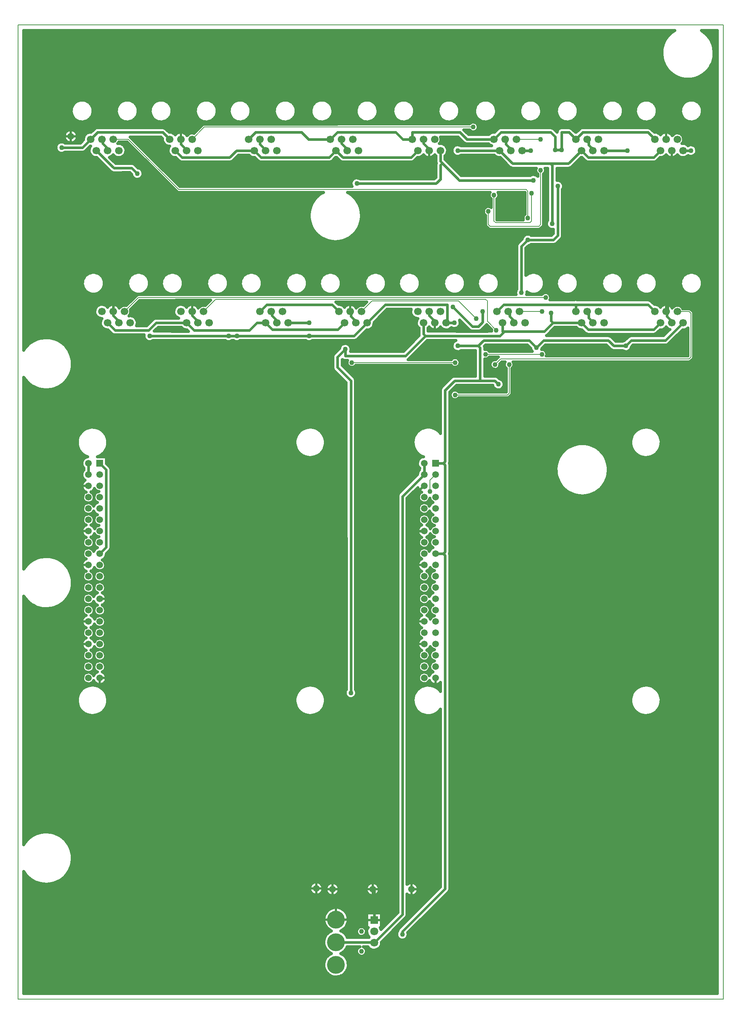
<source format=gbr>
G04 DipTrace 2.4.0.2*
%INbottom.gbr*%
%MOIN*%
%ADD11C,0.006*%
%ADD13C,0.0236*%
%ADD14C,0.02*%
%ADD15C,0.0079*%
%ADD16C,0.025*%
%ADD18C,0.1575*%
%ADD19R,0.0709X0.0709*%
%ADD20C,0.0709*%
%ADD21R,0.0591X0.0591*%
%ADD22C,0.0591*%
%ADD25C,0.0669*%
%ADD26C,0.043*%
%FSLAX44Y44*%
G04*
G70*
G90*
G75*
G01*
%LNBottom*%
%LPD*%
X51192Y64669D2*
D13*
Y63975D1*
X51352Y63815D1*
X50587Y63050D1*
X47038D1*
X46644Y62656D1*
X40038D1*
X38269Y60888D1*
X32939D1*
Y61475D1*
X60878Y79065D2*
X60267Y78455D1*
X54488D1*
X53878Y79065D1*
X11878Y63815D2*
X12545Y63147D1*
X15526D1*
X16194Y63815D1*
X18878D1*
X10878Y79065D2*
X12430Y77513D1*
X14015D1*
X14506Y77022D1*
X60878Y63815D2*
X60267Y63205D1*
X54488D1*
X53878Y63815D1*
X39378Y79065D2*
X38767Y78455D1*
X32738D1*
X32128Y79065D1*
X53878D2*
X52719Y77906D1*
X51129D1*
X51289Y77746D1*
Y72591D1*
X39878Y63815D2*
Y62816D1*
X40038Y62656D1*
X46878Y63815D2*
Y63050D1*
X47038D1*
X51129Y77906D2*
X47786D1*
X46628Y79065D1*
X25878Y63815D2*
X26488Y63205D1*
X32267D1*
X32878Y63815D1*
X18878D2*
X19545Y63147D1*
X24433D1*
X25101Y63815D1*
X25878D1*
X53878D2*
X51352D1*
X24878Y79065D2*
X23296D1*
X22686Y78455D1*
X18488D1*
X17878Y79065D1*
X32128D2*
X31517Y78455D1*
X25488D1*
X24878Y79065D1*
X46628D2*
X42909D1*
X33440Y31063D2*
Y58691D1*
X32252Y59879D1*
Y60788D1*
X32939Y61475D1*
X38003Y9686D2*
Y9936D1*
X41791Y13724D1*
Y43218D1*
X41631Y43378D1*
X41791Y43538D1*
Y51218D1*
X41631Y51378D1*
X41791Y51538D1*
Y57847D1*
X42634Y58691D1*
X44887D1*
Y61612D1*
X44727Y61772D1*
X45218Y62263D1*
X49237D1*
X49878Y61622D1*
X41378Y79065D2*
Y78103D1*
X41538Y77943D1*
X43046Y76435D1*
X49628D1*
X48550Y66481D2*
Y70578D1*
X49128Y71155D1*
X42620Y63815D2*
X41878D1*
X11188Y51375D2*
X11758Y50804D1*
Y43946D1*
X11188Y43375D1*
X41631Y51378D2*
X40941D1*
X41631Y43378D2*
X40941D1*
X55878Y79065D2*
X57944D1*
X27878Y63815D2*
X29742D1*
X44887Y58691D2*
X46191D1*
X46504Y58378D1*
X49370Y79065D2*
X48628D1*
X63585D2*
X62878D1*
X41538Y77943D2*
X41378Y77783D1*
Y76532D1*
X40984Y76138D1*
X33969D1*
X44727Y61772D2*
X42918D1*
X57803D2*
X58293Y62263D1*
X61325D1*
X62878Y63815D1*
X49878Y61622D2*
X50518Y62263D1*
X56249D1*
X56740Y61772D1*
X57803D1*
X49128Y71155D2*
X51386D1*
X51779Y71549D1*
Y75908D1*
X22624Y62656D2*
X15603D1*
X23330D2*
X22624D1*
X29742D2*
X23330D1*
X34878Y63815D2*
X33719Y62656D1*
X29742D1*
X41878Y63815D2*
X41988Y63925D1*
Y65425D1*
X36488D1*
X34878Y63815D1*
X32127Y8998D2*
X35440D1*
X35503Y8936D1*
X60378Y64815D2*
X59767Y65425D1*
X53379D1*
X46988D1*
X46378Y64815D1*
X60378Y80065D2*
X59767Y80675D1*
X53988D1*
X53378Y80065D1*
X45128Y64815D2*
Y63874D1*
X44734Y63480D1*
X44225D1*
X42478Y65227D1*
X32378Y64815D2*
X31767Y65425D1*
X25988D1*
X25378Y64815D1*
X17378Y80065D2*
X16767Y80675D1*
X10988D1*
X10378Y80065D1*
X10188Y51375D2*
Y50375D1*
X39941Y50378D2*
Y51378D1*
X35503Y8936D2*
X38008Y11441D1*
Y48445D1*
X39941Y50378D1*
X31628Y80065D2*
X29681D1*
X29070Y80675D1*
X24988D1*
X24378Y80065D1*
X38878D2*
X38031D1*
X37421Y80675D1*
X32238D1*
X31628Y80065D1*
X46128D2*
X43714D1*
X43104Y80675D1*
X38878D1*
Y80065D1*
X51540Y79112D2*
Y80282D1*
X51146Y80675D1*
X46738D1*
X46128Y80065D1*
X52128Y79112D2*
X51540D1*
X53378Y80065D2*
X52767Y80675D1*
X52128D1*
Y79112D1*
X53378Y65425D2*
Y64815D1*
X7812Y79318D2*
X9631D1*
X10378Y80065D1*
X12937Y47377D2*
X13125D1*
X39941Y45378D2*
X38690D1*
Y48252D1*
X38565Y48377D1*
X39003Y48815D1*
X39315D1*
X39878Y49378D1*
X39941D1*
X42753Y47378D2*
Y50472D1*
X47809Y55528D1*
X43441Y39376D2*
Y47378D1*
X61878Y63815D2*
Y63944D1*
X61443Y64379D1*
Y64750D1*
X61378Y64815D1*
X54878Y63815D2*
Y63881D1*
X54505Y64254D1*
Y64688D1*
X54378Y64815D1*
X47878Y63815D2*
Y64005D1*
X47504Y64379D1*
Y64689D1*
X47378Y64815D1*
X40878Y63815D2*
Y63942D1*
X40378Y64442D1*
Y64814D1*
Y64815D1*
X33878Y63815D2*
Y63941D1*
X33440Y64379D1*
Y64753D1*
X33378Y64815D1*
X26878Y63815D2*
Y64003D1*
X26439Y64442D1*
Y64753D1*
X26378Y64815D1*
X19878Y63815D2*
Y63940D1*
X19376Y64442D1*
Y64813D1*
X19378Y64815D1*
X12878Y63815D2*
Y63939D1*
X12375Y64442D1*
Y64813D1*
X12378Y64815D1*
X11878Y79065D2*
Y79253D1*
X11438Y79693D1*
Y80005D1*
X11378Y80065D1*
X18878Y79065D2*
Y79129D1*
X18376Y79631D1*
Y80063D1*
X18378Y80065D1*
X25878Y79065D2*
Y79130D1*
X25376Y79631D1*
Y80064D1*
X25378Y80065D1*
X33128Y79065D2*
Y79193D1*
X32627Y79693D1*
Y80065D1*
X32628D1*
X40378Y79065D2*
Y79194D1*
X39878Y79693D1*
Y80065D1*
X54878Y79065D2*
Y79195D1*
X54505Y79568D1*
Y79938D1*
X54378Y80065D1*
X47628Y79065D2*
Y79194D1*
X47191Y79631D1*
Y80001D1*
X47128Y80065D1*
X47378Y67128D2*
Y69905D1*
X48059Y70587D1*
X47128Y73675D2*
X47534D1*
X48128Y73081D1*
X47128Y81631D2*
X54380D1*
X21939Y76068D2*
X25059D1*
X26013Y77022D1*
X29252Y77443D2*
X26434D1*
X26013Y77022D1*
X19438Y67004D2*
Y67817D1*
X17626Y69630D1*
X14688D1*
X12375Y67317D1*
Y64817D1*
X55013Y59941D2*
X52270D1*
X48878Y56549D1*
X49629Y68755D2*
X52942D1*
X54942D2*
X60693D1*
X61505Y67942D1*
Y64943D1*
X61378Y64815D1*
X35503Y10936D2*
Y13561D1*
X35378Y13686D1*
X49461Y75286D2*
D15*
Y72827D1*
X49303Y72669D1*
X46285D1*
X46128Y72827D1*
Y75128D1*
X50256Y77326D2*
Y72512D1*
X50098Y72354D1*
X45785D1*
X45628Y72512D1*
Y73675D1*
X50256Y80065D2*
X48128D1*
X44293Y81148D2*
X20460D1*
X19378Y80065D1*
X49128Y73081D2*
Y75459D1*
X48970Y75617D1*
X18177D1*
X13728Y80065D1*
X12378D1*
X46211Y60128D2*
X46701Y60619D1*
X63409D1*
X63566Y60776D1*
Y64658D1*
X63409Y64815D1*
X62378D1*
X50368Y61035D2*
X45378D1*
X50368Y64815D2*
X48378D1*
X44540Y64185D2*
X42985Y65740D1*
X35303D1*
X34378Y64815D1*
X42675Y57433D2*
X47307D1*
X47465Y57591D1*
Y60128D1*
X33527Y60300D2*
X42675D1*
X46328Y63166D2*
X45539Y63954D1*
Y65740D1*
X45382Y65898D1*
X21460D1*
X20378Y64815D1*
X50701Y66055D2*
X14618D1*
X13378Y64815D1*
X40941Y50378D2*
X40433Y49870D1*
Y48886D1*
D26*
X33440Y31063D3*
X7812Y79318D3*
X12937Y47377D3*
X42753Y47378D3*
X43441Y39376D3*
Y47378D3*
X47378Y67128D3*
X47128Y81631D3*
X54380D3*
X29252Y77443D3*
X19438Y67004D3*
X55013Y59941D3*
X49629Y68755D3*
X52942D3*
X54942D3*
X34377Y9936D3*
Y8186D3*
X15188Y79881D3*
Y81443D3*
X21939Y76068D3*
Y75193D3*
X40513Y77022D3*
X55013Y61772D3*
X62013D3*
X41013D3*
X55013Y77022D3*
X48013Y61772D3*
X62013Y77022D3*
X38513D3*
X47763D3*
X20013Y61772D3*
X27013D3*
X25013D3*
X19013Y77022D3*
X32013Y61772D3*
X26013Y77022D3*
X12013D3*
X33263D3*
X34013Y61772D3*
X13013D3*
X46877Y60207D3*
X17876Y63147D3*
X10876Y63108D3*
X16876Y78358D3*
X38876Y63108D3*
X45876Y61772D3*
X45626Y78358D3*
X52876Y63108D3*
X23876Y78358D3*
X48628Y73497D3*
X47878Y58497D3*
X48378Y58081D3*
X48128Y73081D3*
X47128Y73675D3*
X48878Y56549D3*
X47809Y55528D3*
X48059Y70587D3*
X32939Y61475D3*
X14506Y77022D3*
X51289Y72591D3*
X51192Y64669D3*
X42909Y79065D3*
X51779Y75908D3*
X38003Y9686D3*
X48550Y66481D3*
X57803Y61772D3*
X57944Y79065D3*
X23330Y62656D3*
X29742D3*
Y63815D3*
X46504Y58378D3*
X49370Y79065D3*
X42620Y63815D3*
X63585Y79065D3*
X15603Y62656D3*
X33969Y76138D3*
X49128Y71155D3*
X42918Y61772D3*
X49628Y76435D3*
X22624Y62656D3*
X49878Y61622D3*
X42478Y65227D3*
X51540Y79112D3*
X52128D3*
X45128Y64815D3*
X46128Y75128D3*
X49461Y75286D3*
X45628Y73675D3*
X50256Y77326D3*
Y80065D3*
X44293Y81148D3*
X49128Y73081D3*
X46211Y60128D3*
X45378Y61035D3*
X50368D3*
Y64815D3*
X44540Y64185D3*
X47465Y60128D3*
X42675Y57433D3*
Y60300D3*
X33527D3*
X46328Y63166D3*
X50701Y66055D3*
X40433Y48886D3*
X4480Y89426D2*
D16*
X61760D1*
X64869D2*
X65901D1*
X4480Y89178D2*
X61518D1*
X65111D2*
X65901D1*
X4480Y88929D2*
X61334D1*
X65294D2*
X65901D1*
X4480Y88680D2*
X61198D1*
X65431D2*
X65901D1*
X4480Y88432D2*
X61100D1*
X65533D2*
X65901D1*
X4480Y88183D2*
X61030D1*
X65599D2*
X65901D1*
X4480Y87934D2*
X60991D1*
X65642D2*
X65901D1*
X4480Y87685D2*
X60975D1*
X65654D2*
X65901D1*
X4480Y87437D2*
X60991D1*
X65638D2*
X65901D1*
X4480Y87188D2*
X61030D1*
X65599D2*
X65901D1*
X4480Y86939D2*
X61100D1*
X65529D2*
X65901D1*
X4480Y86691D2*
X61201D1*
X65427D2*
X65901D1*
X4480Y86442D2*
X61342D1*
X65287D2*
X65901D1*
X4480Y86193D2*
X61526D1*
X65103D2*
X65901D1*
X4480Y85945D2*
X61772D1*
X64861D2*
X65901D1*
X4480Y85696D2*
X62116D1*
X64513D2*
X65901D1*
X4480Y85447D2*
X62721D1*
X63908D2*
X65901D1*
X4480Y85199D2*
X65901D1*
X4480Y84950D2*
X65901D1*
X4480Y84701D2*
X65901D1*
X4480Y84453D2*
X65901D1*
X4480Y84204D2*
X65901D1*
X4480Y83955D2*
X65901D1*
X4480Y83706D2*
X65901D1*
X4480Y83458D2*
X9237D1*
X10017D2*
X13237D1*
X14017D2*
X16237D1*
X17017D2*
X20237D1*
X21017D2*
X23237D1*
X24017D2*
X27237D1*
X28017D2*
X30487D1*
X31267D2*
X34487D1*
X35267D2*
X37737D1*
X38517D2*
X41737D1*
X42517D2*
X44987D1*
X45767D2*
X48987D1*
X49767D2*
X52237D1*
X53017D2*
X56237D1*
X57017D2*
X59237D1*
X60017D2*
X63237D1*
X64017D2*
X65901D1*
X4480Y83209D2*
X8881D1*
X10369D2*
X12881D1*
X14369D2*
X15881D1*
X17369D2*
X19881D1*
X21369D2*
X22881D1*
X24369D2*
X26881D1*
X28369D2*
X30131D1*
X31619D2*
X34131D1*
X35619D2*
X37381D1*
X38869D2*
X41381D1*
X42869D2*
X44631D1*
X46119D2*
X48631D1*
X50119D2*
X51881D1*
X53369D2*
X55881D1*
X57369D2*
X58881D1*
X60369D2*
X62881D1*
X64369D2*
X65901D1*
X4480Y82960D2*
X8721D1*
X10529D2*
X12721D1*
X14529D2*
X15721D1*
X17529D2*
X19721D1*
X21529D2*
X22721D1*
X24529D2*
X26721D1*
X28529D2*
X29971D1*
X31779D2*
X33971D1*
X35779D2*
X37221D1*
X39029D2*
X41221D1*
X43029D2*
X44471D1*
X46279D2*
X48471D1*
X50279D2*
X51721D1*
X53529D2*
X55721D1*
X57529D2*
X58721D1*
X60529D2*
X62721D1*
X64529D2*
X65901D1*
X4480Y82712D2*
X8647D1*
X10603D2*
X12647D1*
X14603D2*
X15647D1*
X17603D2*
X19647D1*
X21603D2*
X22647D1*
X24603D2*
X26647D1*
X28603D2*
X29897D1*
X31853D2*
X33897D1*
X35853D2*
X37147D1*
X39103D2*
X41147D1*
X43103D2*
X44397D1*
X46353D2*
X48397D1*
X50353D2*
X51647D1*
X53603D2*
X55647D1*
X57603D2*
X58647D1*
X60603D2*
X62647D1*
X64603D2*
X65901D1*
X4480Y82463D2*
X8643D1*
X10611D2*
X12643D1*
X14611D2*
X15643D1*
X17611D2*
X19643D1*
X21611D2*
X22643D1*
X24611D2*
X26643D1*
X28611D2*
X29893D1*
X31861D2*
X33893D1*
X35861D2*
X37143D1*
X39111D2*
X41143D1*
X43111D2*
X44393D1*
X46361D2*
X48393D1*
X50361D2*
X51643D1*
X53611D2*
X55643D1*
X57611D2*
X58643D1*
X60611D2*
X62643D1*
X64611D2*
X65901D1*
X4480Y82214D2*
X8701D1*
X10548D2*
X12701D1*
X14548D2*
X15701D1*
X17548D2*
X19701D1*
X21548D2*
X22701D1*
X24548D2*
X26701D1*
X28548D2*
X29951D1*
X31798D2*
X33951D1*
X35798D2*
X37201D1*
X39048D2*
X41201D1*
X43048D2*
X44451D1*
X46298D2*
X48451D1*
X50298D2*
X51701D1*
X53548D2*
X55701D1*
X57548D2*
X58701D1*
X60548D2*
X62701D1*
X64548D2*
X65901D1*
X4480Y81966D2*
X8846D1*
X10408D2*
X12846D1*
X14408D2*
X15846D1*
X17408D2*
X19846D1*
X21408D2*
X22846D1*
X24408D2*
X26846D1*
X28408D2*
X30096D1*
X31658D2*
X34096D1*
X35658D2*
X37346D1*
X38908D2*
X41346D1*
X42908D2*
X44596D1*
X46158D2*
X48596D1*
X50158D2*
X51846D1*
X53408D2*
X55846D1*
X57408D2*
X58846D1*
X60408D2*
X62846D1*
X64408D2*
X65901D1*
X4480Y81717D2*
X9139D1*
X10111D2*
X13139D1*
X14111D2*
X16139D1*
X17111D2*
X20139D1*
X21111D2*
X23139D1*
X24111D2*
X27139D1*
X28111D2*
X30389D1*
X31361D2*
X34389D1*
X35361D2*
X37639D1*
X38611D2*
X41639D1*
X42611D2*
X44889D1*
X45861D2*
X48889D1*
X49861D2*
X52139D1*
X53111D2*
X56139D1*
X57111D2*
X59139D1*
X60111D2*
X63139D1*
X64111D2*
X65901D1*
X4480Y81468D2*
X43983D1*
X44603D2*
X65901D1*
X4480Y81220D2*
X20151D1*
X44740D2*
X65901D1*
X4480Y80971D2*
X10678D1*
X17076D2*
X19901D1*
X44709D2*
X46428D1*
X51455D2*
X51819D1*
X53076D2*
X53678D1*
X60076D2*
X65901D1*
X4480Y80722D2*
X8174D1*
X9076D2*
X10428D1*
X17326D2*
X19651D1*
X43662D2*
X44217D1*
X44370D2*
X46178D1*
X60326D2*
X65901D1*
X4480Y80474D2*
X8034D1*
X9216D2*
X9877D1*
X62767D2*
X65901D1*
X4480Y80225D2*
X8018D1*
X9228D2*
X9744D1*
X13951D2*
X16612D1*
X41427D2*
X42948D1*
X62927D2*
X65901D1*
X4480Y79976D2*
X8123D1*
X9126D2*
X9682D1*
X14201D2*
X16733D1*
X41443D2*
X43198D1*
X62943D2*
X65901D1*
X4480Y79727D2*
X7487D1*
X12834D2*
X13682D1*
X14451D2*
X16823D1*
X41334D2*
X43455D1*
X62834D2*
X65901D1*
X4480Y79479D2*
X7307D1*
X13373D2*
X13932D1*
X14697D2*
X17131D1*
X41873D2*
X42592D1*
X43228D2*
X45881D1*
X63904D2*
X65901D1*
X4480Y79230D2*
X7287D1*
X13509D2*
X14182D1*
X14947D2*
X17248D1*
X42009D2*
X42405D1*
X64087D2*
X65901D1*
X4480Y78981D2*
X7409D1*
X9892D2*
X10233D1*
X13525D2*
X14428D1*
X15193D2*
X17233D1*
X42025D2*
X42385D1*
X64111D2*
X65901D1*
X4480Y78733D2*
X10323D1*
X13435D2*
X14678D1*
X15443D2*
X17323D1*
X41935D2*
X42502D1*
X63994D2*
X65901D1*
X4480Y78484D2*
X10616D1*
X12138D2*
X12616D1*
X13138D2*
X14928D1*
X15693D2*
X17616D1*
X23322D2*
X24616D1*
X39638D2*
X40116D1*
X40638D2*
X40944D1*
X41814D2*
X46366D1*
X61138D2*
X61616D1*
X62138D2*
X62616D1*
X63138D2*
X65901D1*
X4480Y78235D2*
X11100D1*
X12314D2*
X15174D1*
X15939D2*
X18100D1*
X23072D2*
X25100D1*
X31904D2*
X32350D1*
X39154D2*
X40944D1*
X41849D2*
X46850D1*
X53654D2*
X54100D1*
X60654D2*
X65901D1*
X4480Y77987D2*
X11350D1*
X12560D2*
X15424D1*
X16189D2*
X40959D1*
X42099D2*
X47100D1*
X53404D2*
X65901D1*
X4480Y77738D2*
X11600D1*
X14396D2*
X15674D1*
X16439D2*
X40944D1*
X42349D2*
X47350D1*
X53158D2*
X65901D1*
X4480Y77489D2*
X11846D1*
X14728D2*
X15920D1*
X16685D2*
X40944D1*
X42595D2*
X49834D1*
X50677D2*
X50854D1*
X51724D2*
X65901D1*
X4480Y77241D2*
X12096D1*
X14990D2*
X16170D1*
X16935D2*
X40944D1*
X42845D2*
X49811D1*
X50701D2*
X50854D1*
X51724D2*
X65901D1*
X4480Y76992D2*
X13932D1*
X15037D2*
X16420D1*
X17185D2*
X40944D1*
X43095D2*
X49963D1*
X50548D2*
X50854D1*
X51724D2*
X65901D1*
X4480Y76743D2*
X14057D1*
X14955D2*
X16666D1*
X17431D2*
X40944D1*
X50533D2*
X50854D1*
X51724D2*
X65901D1*
X4480Y76495D2*
X16916D1*
X17681D2*
X33584D1*
X50533D2*
X50854D1*
X51724D2*
X65901D1*
X4480Y76246D2*
X17166D1*
X17931D2*
X33448D1*
X50533D2*
X50854D1*
X52181D2*
X65901D1*
X4480Y75997D2*
X17412D1*
X18177D2*
X33455D1*
X50533D2*
X50854D1*
X52302D2*
X65901D1*
X4480Y75748D2*
X17662D1*
X50533D2*
X50854D1*
X52287D2*
X65901D1*
X4480Y75500D2*
X17912D1*
X50533D2*
X50854D1*
X52216D2*
X65901D1*
X4480Y75251D2*
X30780D1*
X33349D2*
X45694D1*
X46564D2*
X48850D1*
X50533D2*
X50854D1*
X52216D2*
X65901D1*
X4480Y75002D2*
X30463D1*
X33666D2*
X45694D1*
X46564D2*
X48850D1*
X50533D2*
X50854D1*
X52216D2*
X65901D1*
X4480Y74754D2*
X30233D1*
X33896D2*
X45850D1*
X46404D2*
X48850D1*
X50533D2*
X50854D1*
X52216D2*
X65901D1*
X4480Y74505D2*
X30061D1*
X34072D2*
X45850D1*
X46404D2*
X48850D1*
X50533D2*
X50854D1*
X52216D2*
X65901D1*
X4480Y74256D2*
X29928D1*
X34201D2*
X45850D1*
X46404D2*
X48850D1*
X50533D2*
X50854D1*
X52216D2*
X65901D1*
X4480Y74008D2*
X29834D1*
X34294D2*
X45334D1*
X46404D2*
X48850D1*
X50533D2*
X50854D1*
X52216D2*
X65901D1*
X4480Y73759D2*
X29772D1*
X34361D2*
X45182D1*
X46404D2*
X48850D1*
X50533D2*
X50854D1*
X52216D2*
X65901D1*
X4480Y73510D2*
X29737D1*
X34396D2*
X45205D1*
X46404D2*
X48850D1*
X50533D2*
X50854D1*
X52216D2*
X65901D1*
X4480Y73262D2*
X29725D1*
X34404D2*
X45350D1*
X46404D2*
X48713D1*
X50533D2*
X50854D1*
X52216D2*
X65901D1*
X4480Y73013D2*
X29744D1*
X34384D2*
X45350D1*
X46404D2*
X48678D1*
X50533D2*
X50854D1*
X52216D2*
X65901D1*
X4480Y72764D2*
X29791D1*
X34337D2*
X45350D1*
X50533D2*
X50787D1*
X52216D2*
X65901D1*
X4480Y72516D2*
X29866D1*
X34263D2*
X45350D1*
X50533D2*
X50760D1*
X52216D2*
X65901D1*
X4480Y72267D2*
X29975D1*
X34154D2*
X45491D1*
X50392D2*
X50873D1*
X52216D2*
X65901D1*
X4480Y72018D2*
X30119D1*
X34009D2*
X51342D1*
X52216D2*
X65901D1*
X4480Y71769D2*
X30315D1*
X33818D2*
X51342D1*
X52216D2*
X65901D1*
X4480Y71521D2*
X30573D1*
X33556D2*
X48752D1*
X52212D2*
X65901D1*
X4480Y71272D2*
X30944D1*
X33185D2*
X48608D1*
X52107D2*
X65901D1*
X4480Y71023D2*
X31686D1*
X32443D2*
X48389D1*
X51861D2*
X65901D1*
X4480Y70775D2*
X48166D1*
X51564D2*
X65901D1*
X4480Y70526D2*
X48116D1*
X49103D2*
X65901D1*
X4480Y70277D2*
X48116D1*
X48986D2*
X65901D1*
X4480Y70029D2*
X48116D1*
X48986D2*
X65901D1*
X4480Y69780D2*
X48116D1*
X48986D2*
X65901D1*
X4480Y69531D2*
X48116D1*
X48986D2*
X65901D1*
X4480Y69283D2*
X48116D1*
X48986D2*
X65901D1*
X4480Y69034D2*
X48116D1*
X48986D2*
X65901D1*
X4480Y68785D2*
X48116D1*
X48986D2*
X65901D1*
X4480Y68537D2*
X48116D1*
X48986D2*
X65901D1*
X4480Y68288D2*
X48116D1*
X48986D2*
X65901D1*
X4480Y68039D2*
X9963D1*
X11287D2*
X13963D1*
X15287D2*
X16963D1*
X18287D2*
X20963D1*
X22287D2*
X23963D1*
X25287D2*
X27963D1*
X29287D2*
X30963D1*
X32287D2*
X34963D1*
X36287D2*
X37963D1*
X39287D2*
X41963D1*
X43287D2*
X44963D1*
X46287D2*
X48116D1*
X50287D2*
X51963D1*
X53287D2*
X55963D1*
X57287D2*
X58963D1*
X60287D2*
X62963D1*
X64287D2*
X65901D1*
X4480Y67790D2*
X9760D1*
X11490D2*
X13760D1*
X15490D2*
X16760D1*
X18490D2*
X20760D1*
X22490D2*
X23760D1*
X25490D2*
X27760D1*
X29490D2*
X30760D1*
X32490D2*
X34760D1*
X36490D2*
X37760D1*
X39490D2*
X41760D1*
X43490D2*
X44760D1*
X46490D2*
X48116D1*
X50490D2*
X51760D1*
X53490D2*
X55760D1*
X57490D2*
X58760D1*
X60490D2*
X62760D1*
X64490D2*
X65901D1*
X4480Y67542D2*
X9662D1*
X11587D2*
X13662D1*
X15587D2*
X16662D1*
X18587D2*
X20662D1*
X22587D2*
X23662D1*
X25587D2*
X27662D1*
X29587D2*
X30662D1*
X32587D2*
X34662D1*
X36587D2*
X37662D1*
X39587D2*
X41662D1*
X43587D2*
X44662D1*
X46587D2*
X48116D1*
X50587D2*
X51662D1*
X53587D2*
X55662D1*
X57587D2*
X58662D1*
X60587D2*
X62662D1*
X64587D2*
X65901D1*
X4480Y67293D2*
X9635D1*
X11615D2*
X13635D1*
X15615D2*
X16635D1*
X18615D2*
X20635D1*
X22615D2*
X23635D1*
X25615D2*
X27635D1*
X29615D2*
X30635D1*
X32615D2*
X34635D1*
X36615D2*
X37635D1*
X39615D2*
X41635D1*
X43615D2*
X44635D1*
X46615D2*
X48116D1*
X50615D2*
X51635D1*
X53615D2*
X55635D1*
X57615D2*
X58635D1*
X60615D2*
X62635D1*
X64615D2*
X65901D1*
X4480Y67044D2*
X9674D1*
X11576D2*
X13674D1*
X15576D2*
X16674D1*
X18576D2*
X20674D1*
X22576D2*
X23674D1*
X25576D2*
X27674D1*
X29576D2*
X30674D1*
X32576D2*
X34674D1*
X36576D2*
X37674D1*
X39576D2*
X41674D1*
X43576D2*
X44674D1*
X46576D2*
X48116D1*
X50576D2*
X51674D1*
X53576D2*
X55674D1*
X57576D2*
X58674D1*
X60576D2*
X62674D1*
X64576D2*
X65901D1*
X4480Y66796D2*
X9787D1*
X11462D2*
X13787D1*
X15462D2*
X16787D1*
X18462D2*
X20787D1*
X22462D2*
X23787D1*
X25462D2*
X27787D1*
X29462D2*
X30787D1*
X32462D2*
X34787D1*
X36462D2*
X37787D1*
X39462D2*
X41787D1*
X43462D2*
X44787D1*
X46462D2*
X48116D1*
X50462D2*
X51787D1*
X53462D2*
X55787D1*
X57462D2*
X58787D1*
X60462D2*
X62787D1*
X64462D2*
X65901D1*
X4480Y66547D2*
X10018D1*
X11236D2*
X14018D1*
X15236D2*
X17018D1*
X18236D2*
X21018D1*
X22236D2*
X24018D1*
X25236D2*
X28018D1*
X29236D2*
X31018D1*
X32236D2*
X35018D1*
X36236D2*
X38018D1*
X39236D2*
X42018D1*
X43236D2*
X45018D1*
X46236D2*
X48022D1*
X50236D2*
X52018D1*
X53236D2*
X56018D1*
X57236D2*
X59018D1*
X60236D2*
X63018D1*
X64236D2*
X65901D1*
X4480Y66298D2*
X14522D1*
X51080D2*
X65901D1*
X4480Y66050D2*
X14229D1*
X51154D2*
X65901D1*
X4480Y65801D2*
X13979D1*
X14748D2*
X20979D1*
X59959D2*
X65901D1*
X4480Y65552D2*
X13733D1*
X14498D2*
X20733D1*
X32248D2*
X34733D1*
X60248D2*
X65901D1*
X4480Y65304D2*
X10959D1*
X11794D2*
X11959D1*
X12794D2*
X13104D1*
X14248D2*
X17959D1*
X18794D2*
X18959D1*
X19794D2*
X20104D1*
X32794D2*
X32959D1*
X33794D2*
X34104D1*
X60794D2*
X60959D1*
X61794D2*
X62104D1*
X62650D2*
X65901D1*
X4480Y65055D2*
X10772D1*
X14001D2*
X17772D1*
X63513D2*
X65901D1*
X4480Y64806D2*
X10725D1*
X13951D2*
X17725D1*
X36474D2*
X38725D1*
X63794D2*
X65901D1*
X4480Y64558D2*
X10780D1*
X13888D2*
X17780D1*
X36224D2*
X38780D1*
X63845D2*
X65901D1*
X4480Y64309D2*
X10983D1*
X14291D2*
X17983D1*
X35978D2*
X38983D1*
X63845D2*
X65901D1*
X4480Y64060D2*
X11276D1*
X14478D2*
X15834D1*
X35728D2*
X39276D1*
X63845D2*
X65901D1*
X4480Y63811D2*
X11225D1*
X14529D2*
X15584D1*
X35529D2*
X39225D1*
X43154D2*
X43289D1*
X63845D2*
X65901D1*
X4480Y63563D2*
X11280D1*
X14478D2*
X15338D1*
X35478D2*
X39280D1*
X43084D2*
X43537D1*
X63845D2*
X65901D1*
X4480Y63314D2*
X11475D1*
X16298D2*
X18475D1*
X35279D2*
X39444D1*
X40314D2*
X40475D1*
X41279D2*
X41475D1*
X42279D2*
X42514D1*
X42727D2*
X43787D1*
X45173D2*
X45795D1*
X51455D2*
X53475D1*
X61279D2*
X61475D1*
X63845D2*
X65901D1*
X4480Y63065D2*
X12022D1*
X34732D2*
X39444D1*
X51209D2*
X54022D1*
X60732D2*
X61522D1*
X62732D2*
X63287D1*
X63845D2*
X65901D1*
X4480Y62817D2*
X12276D1*
X34486D2*
X39444D1*
X50959D2*
X54330D1*
X60427D2*
X61276D1*
X62486D2*
X63287D1*
X63845D2*
X65901D1*
X4480Y62568D2*
X15076D1*
X34236D2*
X39342D1*
X56548D2*
X57994D1*
X62236D2*
X63287D1*
X63845D2*
X65901D1*
X4480Y62319D2*
X5510D1*
X7369D2*
X15198D1*
X33978D2*
X39096D1*
X56798D2*
X57744D1*
X61986D2*
X63287D1*
X63845D2*
X65901D1*
X4480Y62071D2*
X5069D1*
X7814D2*
X38846D1*
X40056D2*
X42483D1*
X61740D2*
X63287D1*
X63845D2*
X65901D1*
X4480Y61822D2*
X4776D1*
X8103D2*
X32545D1*
X33334D2*
X38596D1*
X39810D2*
X42389D1*
X45380D2*
X49073D1*
X50681D2*
X56084D1*
X58459D2*
X63287D1*
X63845D2*
X65901D1*
X8318Y61573D2*
X32416D1*
X33462D2*
X38350D1*
X39560D2*
X42428D1*
X45322D2*
X49323D1*
X50435D2*
X56334D1*
X58294D2*
X63287D1*
X63845D2*
X65901D1*
X8482Y61325D2*
X32182D1*
X33451D2*
X38100D1*
X39310D2*
X42655D1*
X43181D2*
X44451D1*
X45716D2*
X49440D1*
X50709D2*
X57537D1*
X58068D2*
X63287D1*
X63845D2*
X65901D1*
X8603Y61076D2*
X31936D1*
X39064D2*
X44451D1*
X50818D2*
X63287D1*
X63845D2*
X65901D1*
X8689Y60827D2*
X31819D1*
X38814D2*
X44451D1*
X63845D2*
X65901D1*
X8748Y60579D2*
X31819D1*
X38564D2*
X42323D1*
X43025D2*
X44451D1*
X45322D2*
X46280D1*
X63751D2*
X65901D1*
X8775Y60330D2*
X31819D1*
X32689D2*
X33073D1*
X43126D2*
X44451D1*
X45322D2*
X45807D1*
X46794D2*
X47061D1*
X47869D2*
X65901D1*
X8775Y60081D2*
X31819D1*
X32689D2*
X33135D1*
X43068D2*
X44451D1*
X45322D2*
X45760D1*
X46662D2*
X47014D1*
X47916D2*
X65901D1*
X8751Y59832D2*
X31819D1*
X32904D2*
X44451D1*
X45322D2*
X45877D1*
X46544D2*
X47131D1*
X47798D2*
X65901D1*
X8697Y59584D2*
X31940D1*
X33154D2*
X44451D1*
X45322D2*
X47186D1*
X47744D2*
X65901D1*
X8615Y59335D2*
X32190D1*
X33400D2*
X44451D1*
X45322D2*
X47186D1*
X47744D2*
X65901D1*
X8498Y59086D2*
X32440D1*
X33650D2*
X42498D1*
X46326D2*
X47186D1*
X47744D2*
X65901D1*
X8341Y58838D2*
X32686D1*
X33849D2*
X42174D1*
X46744D2*
X47186D1*
X47744D2*
X65901D1*
X4480Y58589D2*
X4744D1*
X8134D2*
X32936D1*
X33876D2*
X41928D1*
X46990D2*
X47186D1*
X47744D2*
X65901D1*
X4480Y58340D2*
X5026D1*
X7857D2*
X33006D1*
X33876D2*
X41678D1*
X47033D2*
X47186D1*
X47744D2*
X65901D1*
X4480Y58092D2*
X5440D1*
X7439D2*
X33006D1*
X33876D2*
X41436D1*
X42642D2*
X46061D1*
X46947D2*
X47186D1*
X47744D2*
X65901D1*
X4480Y57843D2*
X33006D1*
X33876D2*
X41354D1*
X42392D2*
X42525D1*
X42826D2*
X47186D1*
X47744D2*
X65901D1*
X4480Y57594D2*
X33006D1*
X33876D2*
X41354D1*
X47744D2*
X65901D1*
X4480Y57346D2*
X33006D1*
X33876D2*
X41354D1*
X47603D2*
X65901D1*
X4480Y57097D2*
X33006D1*
X33876D2*
X41354D1*
X42224D2*
X42385D1*
X42966D2*
X65901D1*
X4480Y56848D2*
X33006D1*
X33876D2*
X41354D1*
X42224D2*
X65901D1*
X4480Y56600D2*
X33006D1*
X33876D2*
X41354D1*
X42224D2*
X65901D1*
X4480Y56351D2*
X33006D1*
X33876D2*
X41354D1*
X42224D2*
X65901D1*
X4480Y56102D2*
X33006D1*
X33876D2*
X41354D1*
X42224D2*
X65901D1*
X4480Y55853D2*
X33006D1*
X33876D2*
X41354D1*
X42224D2*
X65901D1*
X4480Y55605D2*
X33006D1*
X33876D2*
X41354D1*
X42224D2*
X65901D1*
X4480Y55356D2*
X33006D1*
X33876D2*
X41354D1*
X42224D2*
X65901D1*
X4480Y55107D2*
X33006D1*
X33876D2*
X41354D1*
X42224D2*
X65901D1*
X4480Y54859D2*
X33006D1*
X33876D2*
X41354D1*
X42224D2*
X65901D1*
X4480Y54610D2*
X33006D1*
X33876D2*
X41354D1*
X42224D2*
X65901D1*
X4480Y54361D2*
X9787D1*
X11294D2*
X29080D1*
X30587D2*
X33006D1*
X33876D2*
X39537D1*
X41052D2*
X41354D1*
X42224D2*
X58830D1*
X60345D2*
X65901D1*
X4480Y54113D2*
X9502D1*
X11584D2*
X28791D1*
X30873D2*
X33006D1*
X33876D2*
X39252D1*
X42224D2*
X58541D1*
X60630D2*
X65901D1*
X4480Y53864D2*
X9330D1*
X11755D2*
X28619D1*
X31044D2*
X33006D1*
X33876D2*
X39080D1*
X42224D2*
X58373D1*
X60798D2*
X65901D1*
X4480Y53615D2*
X9229D1*
X11857D2*
X28518D1*
X31146D2*
X33006D1*
X33876D2*
X38979D1*
X42224D2*
X58272D1*
X60900D2*
X65901D1*
X4480Y53367D2*
X9178D1*
X11908D2*
X28467D1*
X31197D2*
X33006D1*
X33876D2*
X38932D1*
X42224D2*
X58221D1*
X60951D2*
X65901D1*
X4480Y53118D2*
X9174D1*
X11908D2*
X28467D1*
X31201D2*
X33006D1*
X33876D2*
X38928D1*
X42224D2*
X53756D1*
X54126D2*
X58221D1*
X60951D2*
X65901D1*
X4480Y52869D2*
X9221D1*
X11865D2*
X28510D1*
X31154D2*
X33006D1*
X33876D2*
X38975D1*
X42224D2*
X52862D1*
X55021D2*
X58264D1*
X60908D2*
X65901D1*
X4480Y52621D2*
X9315D1*
X11767D2*
X28608D1*
X31060D2*
X33006D1*
X33876D2*
X39073D1*
X42224D2*
X52475D1*
X55404D2*
X58362D1*
X60810D2*
X65901D1*
X4480Y52372D2*
X9479D1*
X11603D2*
X28772D1*
X30896D2*
X33006D1*
X33876D2*
X39233D1*
X42224D2*
X52209D1*
X55673D2*
X58526D1*
X60646D2*
X65901D1*
X4480Y52123D2*
X9748D1*
X11334D2*
X29041D1*
X30626D2*
X33006D1*
X33876D2*
X39506D1*
X42224D2*
X52010D1*
X55869D2*
X58799D1*
X60373D2*
X65901D1*
X4480Y51874D2*
X9854D1*
X11798D2*
X33006D1*
X33876D2*
X39600D1*
X42224D2*
X51862D1*
X56021D2*
X65901D1*
X4480Y51626D2*
X9631D1*
X11798D2*
X33006D1*
X33876D2*
X39381D1*
X42224D2*
X51748D1*
X56130D2*
X65901D1*
X4480Y51377D2*
X9576D1*
X11798D2*
X33006D1*
X33876D2*
X39326D1*
X42193D2*
X51670D1*
X56209D2*
X65901D1*
X4480Y51128D2*
X9627D1*
X12041D2*
X33006D1*
X33876D2*
X39385D1*
X42224D2*
X51623D1*
X56255D2*
X65901D1*
X4480Y50880D2*
X9752D1*
X12185D2*
X33006D1*
X33876D2*
X39506D1*
X42224D2*
X51604D1*
X56279D2*
X65901D1*
X4480Y50631D2*
X9635D1*
X12193D2*
X33006D1*
X33876D2*
X39385D1*
X42224D2*
X51608D1*
X56271D2*
X65901D1*
X4480Y50382D2*
X9576D1*
X12193D2*
X33006D1*
X33876D2*
X39326D1*
X42224D2*
X51643D1*
X56240D2*
X65901D1*
X4480Y50134D2*
X9627D1*
X12193D2*
X33006D1*
X33876D2*
X39092D1*
X42224D2*
X51701D1*
X56177D2*
X65901D1*
X4480Y49885D2*
X9838D1*
X12193D2*
X33006D1*
X33876D2*
X38842D1*
X42224D2*
X51795D1*
X56087D2*
X65901D1*
X4480Y49636D2*
X9635D1*
X12193D2*
X33006D1*
X33876D2*
X38592D1*
X42224D2*
X51920D1*
X55959D2*
X65901D1*
X4480Y49388D2*
X9576D1*
X12193D2*
X33006D1*
X33876D2*
X38346D1*
X42224D2*
X52088D1*
X55791D2*
X65901D1*
X4480Y49139D2*
X9623D1*
X12193D2*
X33006D1*
X33876D2*
X38096D1*
X42224D2*
X52315D1*
X55564D2*
X65901D1*
X4480Y48890D2*
X9830D1*
X10544D2*
X11006D1*
X12193D2*
X33006D1*
X33876D2*
X37846D1*
X39060D2*
X39588D1*
X42224D2*
X52623D1*
X55255D2*
X65901D1*
X4480Y48642D2*
X9729D1*
X12193D2*
X33006D1*
X33876D2*
X37623D1*
X38810D2*
X39479D1*
X42224D2*
X53108D1*
X54771D2*
X65901D1*
X4480Y48393D2*
X9655D1*
X12193D2*
X33006D1*
X33876D2*
X37573D1*
X38560D2*
X39409D1*
X42224D2*
X65901D1*
X4480Y48144D2*
X9709D1*
X12193D2*
X33006D1*
X33876D2*
X37573D1*
X38443D2*
X39463D1*
X42224D2*
X65901D1*
X4480Y47895D2*
X9991D1*
X10384D2*
X10889D1*
X12193D2*
X33006D1*
X33876D2*
X37573D1*
X38443D2*
X39752D1*
X40126D2*
X40639D1*
X42224D2*
X65901D1*
X4480Y47647D2*
X9733D1*
X12193D2*
X33006D1*
X33876D2*
X37573D1*
X38443D2*
X39483D1*
X42224D2*
X65901D1*
X4480Y47398D2*
X9655D1*
X12193D2*
X33006D1*
X33876D2*
X37573D1*
X38443D2*
X39409D1*
X42224D2*
X65901D1*
X4480Y47149D2*
X9705D1*
X12193D2*
X33006D1*
X33876D2*
X37573D1*
X38443D2*
X39459D1*
X42224D2*
X65901D1*
X4480Y46901D2*
X9979D1*
X10396D2*
X10815D1*
X12193D2*
X33006D1*
X33876D2*
X37573D1*
X38443D2*
X39737D1*
X40142D2*
X40573D1*
X42224D2*
X65901D1*
X4480Y46652D2*
X9737D1*
X12193D2*
X33006D1*
X33876D2*
X37573D1*
X38443D2*
X39487D1*
X42224D2*
X65901D1*
X4480Y46403D2*
X9655D1*
X12193D2*
X33006D1*
X33876D2*
X37573D1*
X38443D2*
X39409D1*
X42224D2*
X65901D1*
X4480Y46155D2*
X9705D1*
X12193D2*
X33006D1*
X33876D2*
X37573D1*
X38443D2*
X39459D1*
X42224D2*
X65901D1*
X4480Y45906D2*
X9912D1*
X10462D2*
X10963D1*
X12193D2*
X33006D1*
X33876D2*
X37573D1*
X38443D2*
X39659D1*
X40224D2*
X40725D1*
X42224D2*
X65901D1*
X4480Y45657D2*
X9647D1*
X12193D2*
X33006D1*
X33876D2*
X37573D1*
X38443D2*
X39397D1*
X42224D2*
X65901D1*
X4480Y45409D2*
X9576D1*
X12193D2*
X33006D1*
X33876D2*
X37573D1*
X38443D2*
X39330D1*
X42224D2*
X65901D1*
X4480Y45160D2*
X9616D1*
X12193D2*
X33006D1*
X33876D2*
X37573D1*
X38443D2*
X39369D1*
X42224D2*
X65901D1*
X4480Y44911D2*
X9803D1*
X10572D2*
X10951D1*
X12193D2*
X33006D1*
X33876D2*
X37573D1*
X38443D2*
X39557D1*
X40322D2*
X40713D1*
X42224D2*
X65901D1*
X4480Y44663D2*
X9744D1*
X12193D2*
X33006D1*
X33876D2*
X37573D1*
X38443D2*
X39494D1*
X42224D2*
X65901D1*
X4480Y44414D2*
X9655D1*
X12193D2*
X33006D1*
X33876D2*
X37573D1*
X38443D2*
X39409D1*
X42224D2*
X65901D1*
X4480Y44165D2*
X9698D1*
X12193D2*
X33006D1*
X33876D2*
X37573D1*
X38443D2*
X39451D1*
X42224D2*
X65901D1*
X4480Y43916D2*
X9944D1*
X10435D2*
X10936D1*
X12193D2*
X33006D1*
X33876D2*
X37573D1*
X38443D2*
X39701D1*
X40181D2*
X40682D1*
X42224D2*
X65901D1*
X4480Y43668D2*
X9744D1*
X12084D2*
X33006D1*
X33876D2*
X37573D1*
X38443D2*
X39498D1*
X42224D2*
X65901D1*
X4480Y43419D2*
X9655D1*
X11837D2*
X33006D1*
X33876D2*
X37573D1*
X38443D2*
X39409D1*
X42209D2*
X65901D1*
X4480Y43170D2*
X9698D1*
X11763D2*
X33006D1*
X33876D2*
X37573D1*
X38443D2*
X39451D1*
X42224D2*
X65901D1*
X4480Y42922D2*
X5448D1*
X7431D2*
X9932D1*
X11587D2*
X33006D1*
X33876D2*
X37573D1*
X38443D2*
X39690D1*
X42224D2*
X65901D1*
X4480Y42673D2*
X5030D1*
X7849D2*
X9655D1*
X11626D2*
X33006D1*
X33876D2*
X37573D1*
X38443D2*
X39409D1*
X42224D2*
X65901D1*
X4480Y42424D2*
X4748D1*
X8130D2*
X9576D1*
X11720D2*
X33006D1*
X33876D2*
X37573D1*
X38443D2*
X39330D1*
X42224D2*
X65901D1*
X8341Y42176D2*
X9612D1*
X11681D2*
X33006D1*
X33876D2*
X37573D1*
X38443D2*
X39366D1*
X42224D2*
X65901D1*
X8498Y41927D2*
X9784D1*
X10591D2*
X10920D1*
X11455D2*
X33006D1*
X33876D2*
X37573D1*
X38443D2*
X39537D1*
X40341D2*
X40678D1*
X42224D2*
X65901D1*
X8615Y41678D2*
X9752D1*
X10623D2*
X10751D1*
X11623D2*
X33006D1*
X33876D2*
X37573D1*
X38443D2*
X39506D1*
X42224D2*
X65901D1*
X8697Y41430D2*
X9655D1*
X11720D2*
X33006D1*
X33876D2*
X37573D1*
X38443D2*
X39409D1*
X42224D2*
X65901D1*
X8751Y41181D2*
X9694D1*
X11681D2*
X33006D1*
X33876D2*
X37573D1*
X38443D2*
X39448D1*
X42224D2*
X65901D1*
X8775Y40932D2*
X9912D1*
X10462D2*
X10912D1*
X11462D2*
X33006D1*
X33876D2*
X37573D1*
X38443D2*
X39670D1*
X40212D2*
X40670D1*
X42224D2*
X65901D1*
X8775Y40684D2*
X9756D1*
X10619D2*
X10757D1*
X11619D2*
X33006D1*
X33876D2*
X37573D1*
X38443D2*
X39510D1*
X40373D2*
X40508D1*
X42224D2*
X65901D1*
X8748Y40435D2*
X9659D1*
X11716D2*
X33006D1*
X33876D2*
X37573D1*
X38443D2*
X39409D1*
X42224D2*
X65901D1*
X8689Y40186D2*
X9690D1*
X11685D2*
X33006D1*
X33876D2*
X37573D1*
X38443D2*
X39444D1*
X42224D2*
X65901D1*
X8603Y39937D2*
X9901D1*
X10474D2*
X10901D1*
X11474D2*
X33006D1*
X33876D2*
X37573D1*
X38443D2*
X39659D1*
X40220D2*
X40659D1*
X42224D2*
X65901D1*
X8482Y39689D2*
X9760D1*
X11709D2*
X33006D1*
X33876D2*
X37573D1*
X38443D2*
X39514D1*
X42224D2*
X65901D1*
X8322Y39440D2*
X9659D1*
X11798D2*
X33006D1*
X33876D2*
X37573D1*
X38443D2*
X39412D1*
X42224D2*
X65901D1*
X4480Y39191D2*
X4772D1*
X8107D2*
X9690D1*
X11771D2*
X33006D1*
X33876D2*
X37573D1*
X38443D2*
X39444D1*
X42224D2*
X65901D1*
X4480Y38943D2*
X5061D1*
X7818D2*
X9893D1*
X10482D2*
X10764D1*
X11611D2*
X33006D1*
X33876D2*
X37573D1*
X38443D2*
X39651D1*
X40228D2*
X40522D1*
X42224D2*
X65901D1*
X4480Y38694D2*
X5502D1*
X7376D2*
X9768D1*
X10611D2*
X10763D1*
X11611D2*
X33006D1*
X33876D2*
X37573D1*
X38443D2*
X39518D1*
X40365D2*
X40514D1*
X42224D2*
X65901D1*
X4480Y38445D2*
X9659D1*
X11716D2*
X33006D1*
X33876D2*
X37573D1*
X38443D2*
X39412D1*
X42224D2*
X65901D1*
X4480Y38197D2*
X9686D1*
X11689D2*
X33006D1*
X33876D2*
X37573D1*
X38443D2*
X39440D1*
X42224D2*
X65901D1*
X4480Y37948D2*
X9885D1*
X10490D2*
X10885D1*
X11490D2*
X33006D1*
X33876D2*
X37573D1*
X38443D2*
X39643D1*
X40240D2*
X40643D1*
X42224D2*
X65901D1*
X4480Y37699D2*
X9674D1*
X11603D2*
X33006D1*
X33876D2*
X37573D1*
X38443D2*
X39424D1*
X42224D2*
X65901D1*
X4480Y37451D2*
X9580D1*
X11716D2*
X33006D1*
X33876D2*
X37573D1*
X38443D2*
X39334D1*
X42224D2*
X65901D1*
X4480Y37202D2*
X9600D1*
X11693D2*
X33006D1*
X33876D2*
X37573D1*
X38443D2*
X39354D1*
X42224D2*
X65901D1*
X4480Y36953D2*
X9752D1*
X10623D2*
X10877D1*
X11498D2*
X33006D1*
X33876D2*
X37573D1*
X38443D2*
X39510D1*
X42224D2*
X65901D1*
X4480Y36705D2*
X9776D1*
X10599D2*
X10776D1*
X11599D2*
X33006D1*
X33876D2*
X37573D1*
X38443D2*
X39526D1*
X42224D2*
X65901D1*
X4480Y36456D2*
X9659D1*
X11716D2*
X33006D1*
X33876D2*
X37573D1*
X38443D2*
X39412D1*
X42224D2*
X65901D1*
X4480Y36207D2*
X9682D1*
X11693D2*
X33006D1*
X33876D2*
X37573D1*
X38443D2*
X39436D1*
X42224D2*
X65901D1*
X4480Y35958D2*
X9869D1*
X10505D2*
X10869D1*
X11505D2*
X33006D1*
X33876D2*
X37573D1*
X38443D2*
X39627D1*
X42224D2*
X65901D1*
X4480Y35710D2*
X9678D1*
X11595D2*
X33006D1*
X33876D2*
X37573D1*
X38443D2*
X39432D1*
X42224D2*
X65901D1*
X4480Y35461D2*
X9580D1*
X11712D2*
X33006D1*
X33876D2*
X37573D1*
X38443D2*
X39334D1*
X42224D2*
X65901D1*
X4480Y35212D2*
X9596D1*
X11693D2*
X33006D1*
X33876D2*
X37573D1*
X38443D2*
X39350D1*
X42224D2*
X65901D1*
X4480Y34964D2*
X9744D1*
X10630D2*
X10862D1*
X11513D2*
X33006D1*
X33876D2*
X37573D1*
X38443D2*
X39498D1*
X40384D2*
X40619D1*
X42224D2*
X65901D1*
X4480Y34715D2*
X9784D1*
X10591D2*
X10784D1*
X11591D2*
X33006D1*
X33876D2*
X37573D1*
X38443D2*
X39534D1*
X40345D2*
X40534D1*
X42224D2*
X65901D1*
X4480Y34466D2*
X9662D1*
X11712D2*
X33006D1*
X33876D2*
X37573D1*
X38443D2*
X39416D1*
X42224D2*
X65901D1*
X4480Y34218D2*
X9678D1*
X11697D2*
X33006D1*
X33876D2*
X37573D1*
X38443D2*
X39432D1*
X42224D2*
X65901D1*
X4480Y33969D2*
X9854D1*
X10521D2*
X10854D1*
X11521D2*
X33006D1*
X33876D2*
X37573D1*
X38443D2*
X39612D1*
X40267D2*
X40612D1*
X42224D2*
X65901D1*
X4480Y33720D2*
X9787D1*
X10587D2*
X10787D1*
X11587D2*
X33006D1*
X33876D2*
X37573D1*
X38443D2*
X39537D1*
X40341D2*
X40537D1*
X42224D2*
X65901D1*
X4480Y33472D2*
X9662D1*
X11712D2*
X33006D1*
X33876D2*
X37573D1*
X38443D2*
X39416D1*
X42224D2*
X65901D1*
X4480Y33223D2*
X9678D1*
X11697D2*
X33006D1*
X33876D2*
X37573D1*
X38443D2*
X39432D1*
X42224D2*
X65901D1*
X4480Y32974D2*
X9850D1*
X10525D2*
X10850D1*
X11525D2*
X33006D1*
X33876D2*
X37573D1*
X38443D2*
X39604D1*
X40275D2*
X40604D1*
X42224D2*
X65901D1*
X4480Y32726D2*
X9795D1*
X11685D2*
X33006D1*
X33876D2*
X37573D1*
X38443D2*
X39545D1*
X42224D2*
X65901D1*
X4480Y32477D2*
X9662D1*
X11791D2*
X33006D1*
X33876D2*
X37573D1*
X38443D2*
X39416D1*
X42224D2*
X65901D1*
X4480Y32228D2*
X9674D1*
X11783D2*
X33006D1*
X33876D2*
X37573D1*
X38443D2*
X39428D1*
X42224D2*
X65901D1*
X4480Y31979D2*
X9842D1*
X10533D2*
X10729D1*
X11646D2*
X33006D1*
X33876D2*
X37573D1*
X38443D2*
X39600D1*
X40283D2*
X40483D1*
X42224D2*
X65901D1*
X4480Y31731D2*
X10354D1*
X10732D2*
X29643D1*
X30025D2*
X33006D1*
X33876D2*
X37573D1*
X38443D2*
X40084D1*
X40505D2*
X41354D1*
X42224D2*
X59373D1*
X59798D2*
X65901D1*
X4480Y31482D2*
X9725D1*
X11361D2*
X29014D1*
X30654D2*
X33006D1*
X33876D2*
X37573D1*
X38443D2*
X39471D1*
X41119D2*
X41354D1*
X42224D2*
X58764D1*
X60408D2*
X65901D1*
X4480Y31233D2*
X9463D1*
X11619D2*
X28756D1*
X30912D2*
X32936D1*
X33943D2*
X37573D1*
X38443D2*
X39213D1*
X42224D2*
X58506D1*
X60666D2*
X65901D1*
X4480Y30985D2*
X9307D1*
X11775D2*
X28600D1*
X31068D2*
X32912D1*
X33966D2*
X37573D1*
X38443D2*
X39057D1*
X42224D2*
X58350D1*
X60822D2*
X65901D1*
X4480Y30736D2*
X9213D1*
X11869D2*
X28506D1*
X31162D2*
X33026D1*
X33853D2*
X37573D1*
X38443D2*
X38967D1*
X42224D2*
X58260D1*
X60916D2*
X65901D1*
X4480Y30487D2*
X9174D1*
X11912D2*
X28463D1*
X31201D2*
X37573D1*
X38443D2*
X38928D1*
X42224D2*
X58217D1*
X60955D2*
X65901D1*
X4480Y30239D2*
X9178D1*
X11904D2*
X28471D1*
X31197D2*
X37573D1*
X38443D2*
X38932D1*
X42224D2*
X58225D1*
X60947D2*
X65901D1*
X4480Y29990D2*
X9233D1*
X11849D2*
X28526D1*
X31142D2*
X37573D1*
X38443D2*
X38987D1*
X42224D2*
X58280D1*
X60896D2*
X65901D1*
X4480Y29741D2*
X9338D1*
X11744D2*
X28631D1*
X31037D2*
X37573D1*
X38443D2*
X39096D1*
X42224D2*
X58385D1*
X60787D2*
X65901D1*
X4480Y29493D2*
X9518D1*
X11568D2*
X28807D1*
X30857D2*
X37573D1*
X38443D2*
X39272D1*
X42224D2*
X58565D1*
X60607D2*
X65901D1*
X4480Y29244D2*
X9819D1*
X11267D2*
X29108D1*
X30556D2*
X37573D1*
X38443D2*
X39576D1*
X41013D2*
X41354D1*
X42224D2*
X58866D1*
X60306D2*
X65901D1*
X4480Y28995D2*
X37573D1*
X38443D2*
X41354D1*
X42224D2*
X65901D1*
X4480Y28747D2*
X37573D1*
X38443D2*
X41354D1*
X42224D2*
X65901D1*
X4480Y28498D2*
X37573D1*
X38443D2*
X41354D1*
X42224D2*
X65901D1*
X4480Y28249D2*
X37573D1*
X38443D2*
X41354D1*
X42224D2*
X65901D1*
X4480Y28000D2*
X37573D1*
X38443D2*
X41354D1*
X42224D2*
X65901D1*
X4480Y27752D2*
X37573D1*
X38443D2*
X41354D1*
X42224D2*
X65901D1*
X4480Y27503D2*
X37573D1*
X38443D2*
X41354D1*
X42224D2*
X65901D1*
X4480Y27254D2*
X37573D1*
X38443D2*
X41354D1*
X42224D2*
X65901D1*
X4480Y27006D2*
X37573D1*
X38443D2*
X41354D1*
X42224D2*
X65901D1*
X4480Y26757D2*
X37573D1*
X38443D2*
X41354D1*
X42224D2*
X65901D1*
X4480Y26508D2*
X37573D1*
X38443D2*
X41354D1*
X42224D2*
X65901D1*
X4480Y26260D2*
X37573D1*
X38443D2*
X41354D1*
X42224D2*
X65901D1*
X4480Y26011D2*
X37573D1*
X38443D2*
X41354D1*
X42224D2*
X65901D1*
X4480Y25762D2*
X37573D1*
X38443D2*
X41354D1*
X42224D2*
X65901D1*
X4480Y25514D2*
X37573D1*
X38443D2*
X41354D1*
X42224D2*
X65901D1*
X4480Y25265D2*
X37573D1*
X38443D2*
X41354D1*
X42224D2*
X65901D1*
X4480Y25016D2*
X37573D1*
X38443D2*
X41354D1*
X42224D2*
X65901D1*
X4480Y24768D2*
X37573D1*
X38443D2*
X41354D1*
X42224D2*
X65901D1*
X4480Y24519D2*
X37573D1*
X38443D2*
X41354D1*
X42224D2*
X65901D1*
X4480Y24270D2*
X37573D1*
X38443D2*
X41354D1*
X42224D2*
X65901D1*
X4480Y24021D2*
X37573D1*
X38443D2*
X41354D1*
X42224D2*
X65901D1*
X4480Y23773D2*
X37573D1*
X38443D2*
X41354D1*
X42224D2*
X65901D1*
X4480Y23524D2*
X37573D1*
X38443D2*
X41354D1*
X42224D2*
X65901D1*
X4480Y23275D2*
X37573D1*
X38443D2*
X41354D1*
X42224D2*
X65901D1*
X4480Y23027D2*
X37573D1*
X38443D2*
X41354D1*
X42224D2*
X65901D1*
X4480Y22778D2*
X37573D1*
X38443D2*
X41354D1*
X42224D2*
X65901D1*
X4480Y22529D2*
X37573D1*
X38443D2*
X41354D1*
X42224D2*
X65901D1*
X4480Y22281D2*
X37573D1*
X38443D2*
X41354D1*
X42224D2*
X65901D1*
X4480Y22032D2*
X37573D1*
X38443D2*
X41354D1*
X42224D2*
X65901D1*
X4480Y21783D2*
X37573D1*
X38443D2*
X41354D1*
X42224D2*
X65901D1*
X4480Y21535D2*
X37573D1*
X38443D2*
X41354D1*
X42224D2*
X65901D1*
X4480Y21286D2*
X37573D1*
X38443D2*
X41354D1*
X42224D2*
X65901D1*
X4480Y21037D2*
X37573D1*
X38443D2*
X41354D1*
X42224D2*
X65901D1*
X4480Y20789D2*
X37573D1*
X38443D2*
X41354D1*
X42224D2*
X65901D1*
X4480Y20540D2*
X37573D1*
X38443D2*
X41354D1*
X42224D2*
X65901D1*
X4480Y20291D2*
X37573D1*
X38443D2*
X41354D1*
X42224D2*
X65901D1*
X4480Y20042D2*
X37573D1*
X38443D2*
X41354D1*
X42224D2*
X65901D1*
X4480Y19794D2*
X37573D1*
X38443D2*
X41354D1*
X42224D2*
X65901D1*
X4480Y19545D2*
X37573D1*
X38443D2*
X41354D1*
X42224D2*
X65901D1*
X4480Y19296D2*
X37573D1*
X38443D2*
X41354D1*
X42224D2*
X65901D1*
X4480Y19048D2*
X37573D1*
X38443D2*
X41354D1*
X42224D2*
X65901D1*
X4480Y18799D2*
X37573D1*
X38443D2*
X41354D1*
X42224D2*
X65901D1*
X4480Y18550D2*
X5467D1*
X7412D2*
X37573D1*
X38443D2*
X41354D1*
X42224D2*
X65901D1*
X4480Y18302D2*
X5041D1*
X7837D2*
X37573D1*
X38443D2*
X41354D1*
X42224D2*
X65901D1*
X4480Y18053D2*
X4756D1*
X8123D2*
X37573D1*
X38443D2*
X41354D1*
X42224D2*
X65901D1*
X8334Y17804D2*
X37573D1*
X38443D2*
X41354D1*
X42224D2*
X65901D1*
X8494Y17556D2*
X37573D1*
X38443D2*
X41354D1*
X42224D2*
X65901D1*
X8611Y17307D2*
X37573D1*
X38443D2*
X41354D1*
X42224D2*
X65901D1*
X8693Y17058D2*
X37573D1*
X38443D2*
X41354D1*
X42224D2*
X65901D1*
X8748Y16810D2*
X37573D1*
X38443D2*
X41354D1*
X42224D2*
X65901D1*
X8775Y16561D2*
X37573D1*
X38443D2*
X41354D1*
X42224D2*
X65901D1*
X8775Y16312D2*
X37573D1*
X38443D2*
X41354D1*
X42224D2*
X65901D1*
X8748Y16063D2*
X37573D1*
X38443D2*
X41354D1*
X42224D2*
X65901D1*
X8693Y15815D2*
X37573D1*
X38443D2*
X41354D1*
X42224D2*
X65901D1*
X8607Y15566D2*
X37573D1*
X38443D2*
X41354D1*
X42224D2*
X65901D1*
X8490Y15317D2*
X37573D1*
X38443D2*
X41354D1*
X42224D2*
X65901D1*
X8330Y15069D2*
X37573D1*
X38443D2*
X41354D1*
X42224D2*
X65901D1*
X4480Y14820D2*
X4764D1*
X8119D2*
X37573D1*
X38443D2*
X41354D1*
X42224D2*
X65901D1*
X4480Y14571D2*
X5049D1*
X7830D2*
X37573D1*
X38443D2*
X41354D1*
X42224D2*
X65901D1*
X4480Y14323D2*
X5483D1*
X7400D2*
X30225D1*
X30529D2*
X37573D1*
X38443D2*
X41354D1*
X42224D2*
X65901D1*
X4480Y14074D2*
X29862D1*
X30892D2*
X31350D1*
X32283D2*
X34912D1*
X35845D2*
X37573D1*
X39283D2*
X41354D1*
X42224D2*
X65901D1*
X4480Y13825D2*
X29768D1*
X30986D2*
X31217D1*
X32412D2*
X34784D1*
X35974D2*
X37573D1*
X39412D2*
X41287D1*
X42224D2*
X65901D1*
X4480Y13577D2*
X29791D1*
X30962D2*
X31213D1*
X32416D2*
X34776D1*
X35978D2*
X37573D1*
X39419D2*
X41037D1*
X42201D2*
X65901D1*
X4480Y13328D2*
X29944D1*
X30814D2*
X31323D1*
X32306D2*
X34885D1*
X35869D2*
X37573D1*
X39306D2*
X40787D1*
X42001D2*
X65901D1*
X4480Y13079D2*
X37573D1*
X38443D2*
X40541D1*
X41751D2*
X65901D1*
X4480Y12831D2*
X37573D1*
X38443D2*
X40291D1*
X41501D2*
X65901D1*
X4480Y12582D2*
X37573D1*
X38443D2*
X40041D1*
X41255D2*
X65901D1*
X4480Y12333D2*
X37573D1*
X38443D2*
X39795D1*
X41005D2*
X65901D1*
X4480Y12084D2*
X37573D1*
X38443D2*
X39545D1*
X40755D2*
X65901D1*
X4480Y11836D2*
X31420D1*
X32834D2*
X37573D1*
X38443D2*
X39299D1*
X40509D2*
X65901D1*
X4480Y11587D2*
X31198D1*
X33056D2*
X37549D1*
X38443D2*
X39049D1*
X40259D2*
X65901D1*
X4480Y11338D2*
X31076D1*
X33177D2*
X34830D1*
X36173D2*
X37299D1*
X38431D2*
X38799D1*
X40009D2*
X65901D1*
X4480Y11090D2*
X31026D1*
X33228D2*
X34830D1*
X36173D2*
X37049D1*
X38263D2*
X38553D1*
X39763D2*
X65901D1*
X4480Y10841D2*
X31034D1*
X33220D2*
X34830D1*
X36173D2*
X36803D1*
X38013D2*
X38303D1*
X39513D2*
X65901D1*
X4480Y10592D2*
X31100D1*
X33154D2*
X34830D1*
X36173D2*
X36553D1*
X37763D2*
X38053D1*
X39263D2*
X65901D1*
X4480Y10344D2*
X31244D1*
X33009D2*
X34221D1*
X34533D2*
X34830D1*
X36173D2*
X36302D1*
X37517D2*
X37807D1*
X39017D2*
X65901D1*
X4480Y10095D2*
X31510D1*
X32744D2*
X33955D1*
X37267D2*
X37600D1*
X38767D2*
X65901D1*
X4480Y9846D2*
X31436D1*
X32822D2*
X33932D1*
X37017D2*
X37498D1*
X38517D2*
X65901D1*
X4480Y9598D2*
X31205D1*
X33048D2*
X34088D1*
X34666D2*
X34928D1*
X36771D2*
X37479D1*
X38529D2*
X65901D1*
X4480Y9349D2*
X31080D1*
X36521D2*
X37600D1*
X38408D2*
X65901D1*
X4480Y9100D2*
X31026D1*
X36271D2*
X65901D1*
X4480Y8852D2*
X31034D1*
X36169D2*
X65901D1*
X4480Y8603D2*
X31096D1*
X36084D2*
X65901D1*
X4480Y8354D2*
X31237D1*
X33017D2*
X33959D1*
X34798D2*
X35194D1*
X35810D2*
X65901D1*
X4480Y8105D2*
X31494D1*
X32759D2*
X33932D1*
X34822D2*
X65901D1*
X4480Y7857D2*
X31448D1*
X32806D2*
X34076D1*
X34677D2*
X65901D1*
X4480Y7608D2*
X31209D1*
X33044D2*
X65901D1*
X4480Y7359D2*
X31084D1*
X33169D2*
X65901D1*
X4480Y7111D2*
X31030D1*
X33224D2*
X65901D1*
X4480Y6862D2*
X31030D1*
X33224D2*
X65901D1*
X4480Y6613D2*
X31092D1*
X33162D2*
X65901D1*
X4480Y6365D2*
X31229D1*
X33025D2*
X65901D1*
X4480Y6116D2*
X31479D1*
X32775D2*
X65901D1*
X4480Y5867D2*
X65901D1*
X4480Y5619D2*
X65901D1*
X4480Y5370D2*
X65901D1*
X4480Y5121D2*
X65901D1*
X4480Y4873D2*
X65901D1*
X4480Y4624D2*
X65901D1*
X8750Y16315D2*
X8724Y16066D1*
X8670Y15822D1*
X8590Y15585D1*
X8486Y15359D1*
X8357Y15144D1*
X8206Y14945D1*
X8035Y14763D1*
X7845Y14601D1*
X7638Y14460D1*
X7418Y14343D1*
X7186Y14250D1*
X6945Y14182D1*
X6699Y14141D1*
X6450Y14126D1*
X6200Y14138D1*
X5953Y14178D1*
X5712Y14243D1*
X5480Y14335D1*
X5258Y14451D1*
X5050Y14590D1*
X4859Y14750D1*
X4686Y14931D1*
X4534Y15129D1*
X4456Y15250D1*
X4455Y4455D1*
X65925D1*
Y89675D1*
X64507D1*
X64689Y89551D1*
X64882Y89392D1*
X65056Y89213D1*
X65211Y89017D1*
X65343Y88805D1*
X65451Y88579D1*
X65534Y88344D1*
X65592Y88101D1*
X65623Y87853D1*
X65625Y87565D1*
X65599Y87316D1*
X65545Y87072D1*
X65465Y86835D1*
X65361Y86609D1*
X65232Y86394D1*
X65081Y86195D1*
X64910Y86013D1*
X64720Y85851D1*
X64513Y85710D1*
X64293Y85593D1*
X64061Y85500D1*
X63820Y85432D1*
X63574Y85391D1*
X63325Y85376D1*
X63075Y85388D1*
X62828Y85428D1*
X62587Y85493D1*
X62355Y85585D1*
X62133Y85701D1*
X61925Y85840D1*
X61734Y86000D1*
X61561Y86181D1*
X61409Y86379D1*
X61278Y86592D1*
X61172Y86818D1*
X61090Y87054D1*
X61035Y87298D1*
X61006Y87546D1*
X61004Y87796D1*
X61029Y88044D1*
X61080Y88289D1*
X61158Y88526D1*
X61261Y88754D1*
X61387Y88969D1*
X61536Y89170D1*
X61706Y89353D1*
X61895Y89517D1*
X62131Y89677D1*
X58050Y89675D1*
X4455D1*
Y61382D1*
X4584Y61572D1*
X4744Y61764D1*
X4924Y61937D1*
X5121Y62091D1*
X5334Y62222D1*
X5559Y62329D1*
X5795Y62412D1*
X6038Y62468D1*
X6287Y62499D1*
X6536Y62502D1*
X6785Y62478D1*
X7030Y62427D1*
X7268Y62351D1*
X7496Y62249D1*
X7712Y62123D1*
X7913Y61974D1*
X8097Y61805D1*
X8261Y61617D1*
X8404Y61412D1*
X8525Y61193D1*
X8621Y60963D1*
X8692Y60723D1*
X8736Y60477D1*
X8754Y60190D1*
X8740Y59940D1*
X8700Y59694D1*
X8633Y59453D1*
X8541Y59221D1*
X8424Y59000D1*
X8284Y58793D1*
X8123Y58602D1*
X7942Y58430D1*
X7743Y58278D1*
X7530Y58149D1*
X7303Y58043D1*
X7067Y57962D1*
X6823Y57908D1*
X6574Y57880D1*
X6325Y57879D1*
X6076Y57905D1*
X5832Y57957D1*
X5595Y58036D1*
X5367Y58140D1*
X5152Y58267D1*
X4953Y58417D1*
X4770Y58588D1*
X4607Y58778D1*
X4456Y59000D1*
X4455Y42007D1*
X4584Y42202D1*
X4744Y42394D1*
X4924Y42567D1*
X5121Y42721D1*
X5334Y42852D1*
X5559Y42959D1*
X5795Y43042D1*
X6038Y43098D1*
X6287Y43129D1*
X6536Y43132D1*
X6785Y43108D1*
X7030Y43057D1*
X7268Y42981D1*
X7496Y42879D1*
X7712Y42753D1*
X7913Y42604D1*
X8097Y42435D1*
X8261Y42247D1*
X8404Y42042D1*
X8525Y41823D1*
X8621Y41593D1*
X8692Y41353D1*
X8736Y41107D1*
X8754Y40820D1*
X8740Y40570D1*
X8700Y40324D1*
X8633Y40083D1*
X8541Y39851D1*
X8424Y39630D1*
X8284Y39423D1*
X8123Y39232D1*
X7942Y39060D1*
X7743Y38908D1*
X7530Y38779D1*
X7303Y38673D1*
X7067Y38592D1*
X6823Y38538D1*
X6574Y38510D1*
X6325Y38509D1*
X6076Y38535D1*
X5832Y38587D1*
X5595Y38666D1*
X5367Y38770D1*
X5152Y38897D1*
X4953Y39047D1*
X4770Y39218D1*
X4607Y39408D1*
X4456Y39630D1*
X4455Y17632D1*
X4584Y17822D1*
X4744Y18014D1*
X4924Y18187D1*
X5121Y18341D1*
X5334Y18472D1*
X5559Y18579D1*
X5795Y18662D1*
X6038Y18718D1*
X6287Y18749D1*
X6536Y18752D1*
X6785Y18728D1*
X7030Y18677D1*
X7268Y18601D1*
X7496Y18499D1*
X7712Y18373D1*
X7913Y18224D1*
X8097Y18055D1*
X8261Y17867D1*
X8404Y17662D1*
X8525Y17443D1*
X8621Y17213D1*
X8692Y16973D1*
X8736Y16727D1*
X8754Y16440D1*
X8750Y16315D1*
X34375Y73185D2*
X34349Y72936D1*
X34295Y72692D1*
X34215Y72455D1*
X34111Y72229D1*
X33982Y72014D1*
X33831Y71815D1*
X33660Y71633D1*
X33470Y71471D1*
X33263Y71330D1*
X33043Y71213D1*
X32811Y71120D1*
X32570Y71052D1*
X32324Y71011D1*
X32075Y70996D1*
X31825Y71008D1*
X31578Y71048D1*
X31337Y71113D1*
X31105Y71205D1*
X30883Y71321D1*
X30675Y71460D1*
X30484Y71620D1*
X30311Y71801D1*
X30159Y71999D1*
X30028Y72212D1*
X29922Y72438D1*
X29840Y72674D1*
X29785Y72918D1*
X29756Y73166D1*
X29754Y73416D1*
X29779Y73664D1*
X29830Y73909D1*
X29908Y74146D1*
X30011Y74374D1*
X30137Y74589D1*
X30286Y74790D1*
X30456Y74973D1*
X30645Y75137D1*
X30851Y75279D1*
X31004Y75365D1*
X18177Y75364D1*
X18054Y75397D1*
X17998Y75438D1*
X13625Y79810D1*
X12865Y79812D1*
X12803Y79719D1*
X12766Y79683D1*
X12922Y79691D1*
X13045Y79669D1*
X13162Y79624D1*
X13267Y79557D1*
X13356Y79470D1*
X13427Y79367D1*
X13476Y79252D1*
X13501Y79130D1*
X13505Y79065D1*
X13492Y78941D1*
X13455Y78822D1*
X13396Y78712D1*
X13316Y78616D1*
X13218Y78538D1*
X13107Y78481D1*
X12987Y78448D1*
X12863Y78438D1*
X12739Y78453D1*
X12620Y78493D1*
X12512Y78555D1*
X12419Y78638D1*
X12378Y78690D1*
X12316Y78616D1*
X12218Y78538D1*
X12107Y78481D1*
X12059Y78465D1*
X12601Y77922D1*
X14015Y77923D1*
X14138Y77904D1*
X14276Y77830D1*
X14585Y77524D1*
X14731Y77477D1*
X14835Y77408D1*
X14920Y77316D1*
X14979Y77206D1*
X15009Y77086D1*
X15013Y77022D1*
X14998Y76898D1*
X14953Y76782D1*
X14881Y76680D1*
X14786Y76599D1*
X14675Y76544D1*
X14553Y76517D1*
X14428Y76521D1*
X14308Y76555D1*
X14200Y76617D1*
X14111Y76704D1*
X14045Y76810D1*
X14006Y76940D1*
X13843Y77105D1*
X12430Y77102D1*
X12307Y77121D1*
X12169Y77196D1*
X10921Y78440D1*
X10863Y78438D1*
X10739Y78453D1*
X10620Y78493D1*
X10512Y78555D1*
X10419Y78638D1*
X10343Y78737D1*
X10289Y78849D1*
X10258Y78970D1*
X10251Y79095D1*
X10269Y79218D1*
X10312Y79336D1*
X10375Y79439D1*
X10335Y79441D1*
X9921Y79028D1*
X9821Y78954D1*
X9671Y78910D1*
X8111Y78908D1*
X7981Y78840D1*
X7859Y78813D1*
X7735Y78817D1*
X7615Y78851D1*
X7507Y78913D1*
X7417Y79000D1*
X7351Y79106D1*
X7313Y79224D1*
X7306Y79349D1*
X7328Y79471D1*
X7380Y79585D1*
X7458Y79682D1*
X7558Y79757D1*
X7673Y79806D1*
X7796Y79825D1*
X7920Y79814D1*
X8038Y79773D1*
X8106Y79728D1*
X9464Y79729D1*
X9752Y80020D1*
X9751Y80095D1*
X9769Y80218D1*
X9812Y80336D1*
X9877Y80442D1*
X9961Y80534D1*
X10062Y80607D1*
X10176Y80659D1*
X10297Y80687D1*
X10426Y80690D1*
X10697Y80966D1*
X10798Y81039D1*
X10948Y81084D1*
X13488Y81086D1*
X16767D1*
X16890Y81067D1*
X17028Y80992D1*
X17331Y80692D1*
X17422Y80691D1*
X17545Y80669D1*
X17662Y80624D1*
X17767Y80557D1*
X17876Y80441D1*
X17961Y80534D1*
X18062Y80607D1*
X18176Y80659D1*
X18297Y80687D1*
X18422Y80691D1*
X18545Y80669D1*
X18662Y80624D1*
X18767Y80557D1*
X18856Y80470D1*
X18923Y80373D1*
X18970Y80432D1*
X19064Y80515D1*
X19173Y80574D1*
X19294Y80607D1*
X19418Y80612D1*
X19544Y80587D1*
X20281Y81327D1*
X20391Y81390D1*
X20460Y81401D1*
X43951Y81407D1*
X44040Y81494D1*
X44151Y81552D1*
X44273Y81576D1*
X44397Y81564D1*
X44512Y81516D1*
X44609Y81438D1*
X44679Y81335D1*
X44716Y81216D1*
X44722Y81148D1*
X44704Y81024D1*
X44651Y80912D1*
X44568Y80819D1*
X44462Y80754D1*
X44342Y80722D1*
X44217Y80726D1*
X44099Y80765D1*
X43997Y80837D1*
X43952Y80896D1*
X43461Y80895D1*
X43883Y80477D1*
X45655Y80476D1*
X45711Y80534D1*
X45812Y80607D1*
X45926Y80659D1*
X46047Y80687D1*
X46176Y80690D1*
X46447Y80966D1*
X46548Y81039D1*
X46698Y81084D1*
X49238Y81086D1*
X51146D1*
X51269Y81067D1*
X51407Y80992D1*
X51716Y80687D1*
X51730Y80779D1*
X51780Y80893D1*
X51861Y80988D1*
X51967Y81053D1*
X52128Y81086D1*
X52767D1*
X52890Y81067D1*
X53028Y80992D1*
X53331Y80692D1*
X53426Y80690D1*
X53697Y80966D1*
X53798Y81039D1*
X53948Y81084D1*
X56488Y81086D1*
X59767D1*
X59890Y81067D1*
X60028Y80992D1*
X60331Y80692D1*
X60422Y80691D1*
X60545Y80669D1*
X60662Y80624D1*
X60767Y80557D1*
X60876Y80441D1*
X60961Y80534D1*
X61062Y80607D1*
X61176Y80659D1*
X61297Y80687D1*
X61422Y80691D1*
X61545Y80669D1*
X61662Y80624D1*
X61767Y80557D1*
X61856Y80470D1*
X61923Y80373D1*
X61970Y80432D1*
X62064Y80515D1*
X62173Y80574D1*
X62294Y80607D1*
X62418Y80612D1*
X62541Y80589D1*
X62655Y80538D1*
X62755Y80463D1*
X62835Y80368D1*
X62891Y80256D1*
X62921Y80135D1*
X62926Y80065D1*
X62912Y79941D1*
X62870Y79824D1*
X62803Y79719D1*
X62766Y79683D1*
X62922Y79691D1*
X63045Y79669D1*
X63162Y79624D1*
X63267Y79557D1*
X63325Y79500D1*
X63445Y79553D1*
X63568Y79572D1*
X63692Y79561D1*
X63810Y79520D1*
X63914Y79451D1*
X63998Y79359D1*
X64057Y79249D1*
X64088Y79128D1*
X64092Y79065D1*
X64077Y78941D1*
X64032Y78825D1*
X63960Y78723D1*
X63865Y78642D1*
X63754Y78586D1*
X63632Y78560D1*
X63507Y78563D1*
X63387Y78598D1*
X63330Y78631D1*
X63218Y78538D1*
X63107Y78481D1*
X62987Y78448D1*
X62863Y78438D1*
X62739Y78453D1*
X62620Y78493D1*
X62512Y78555D1*
X62419Y78638D1*
X62378Y78690D1*
X62316Y78616D1*
X62218Y78538D1*
X62107Y78481D1*
X61987Y78448D1*
X61863Y78438D1*
X61739Y78453D1*
X61620Y78493D1*
X61512Y78555D1*
X61419Y78638D1*
X61378Y78686D1*
X61316Y78616D1*
X61218Y78538D1*
X61107Y78481D1*
X60987Y78448D1*
X60835Y78441D1*
X60558Y78164D1*
X60457Y78091D1*
X60307Y78046D1*
X57767Y78044D1*
X54488D1*
X54365Y78063D1*
X54227Y78138D1*
X53924Y78438D1*
X53835Y78441D1*
X53009Y77616D1*
X52909Y77542D1*
X52759Y77498D1*
X51699Y77496D1*
Y76407D1*
X51763Y76415D1*
X51887Y76404D1*
X52005Y76362D1*
X52109Y76294D1*
X52193Y76202D1*
X52252Y76092D1*
X52283Y75971D1*
X52287Y75908D1*
X52271Y75784D1*
X52226Y75668D1*
X52188Y75614D1*
X52190Y71549D1*
X52171Y71426D1*
X52096Y71288D1*
X51676Y70865D1*
X51576Y70791D1*
X51425Y70746D1*
X49429Y70745D1*
X49296Y70677D1*
X49209Y70657D1*
X48962Y70409D1*
X48961Y68011D1*
X49107Y68129D1*
X49217Y68189D1*
X49333Y68235D1*
X49454Y68265D1*
X49578Y68279D1*
X49703Y68277D1*
X49827Y68259D1*
X49947Y68225D1*
X50062Y68176D1*
X50170Y68112D1*
X50268Y68035D1*
X50356Y67946D1*
X50431Y67846D1*
X50493Y67738D1*
X50540Y67622D1*
X50572Y67502D1*
X50590Y67315D1*
X50582Y67190D1*
X50558Y67068D1*
X50519Y66949D1*
X50464Y66837D1*
X50395Y66733D1*
X50313Y66638D1*
X50220Y66555D1*
X50117Y66485D1*
X50006Y66428D1*
X49888Y66386D1*
X49766Y66360D1*
X49641Y66350D1*
X49516Y66356D1*
X49394Y66378D1*
X49274Y66416D1*
X49161Y66469D1*
X49053Y66539D1*
X49058Y66481D1*
X49042Y66357D1*
X49024Y66310D1*
X50356Y66308D1*
X50448Y66401D1*
X50559Y66459D1*
X50681Y66483D1*
X50805Y66471D1*
X50920Y66424D1*
X51017Y66345D1*
X51087Y66242D1*
X51124Y66124D1*
X51130Y66055D1*
X51112Y65932D1*
X51067Y65837D1*
X53187Y65836D1*
X53244Y65858D1*
X53367Y65878D1*
X53491Y65864D1*
X53559Y65836D1*
X59767D1*
X59890Y65817D1*
X60028Y65742D1*
X60331Y65442D1*
X60422Y65441D1*
X60545Y65419D1*
X60662Y65374D1*
X60767Y65307D1*
X60876Y65191D1*
X60961Y65284D1*
X61062Y65357D1*
X61176Y65409D1*
X61297Y65437D1*
X61422Y65441D1*
X61545Y65419D1*
X61662Y65374D1*
X61767Y65307D1*
X61856Y65220D1*
X61923Y65123D1*
X61970Y65182D1*
X62064Y65265D1*
X62173Y65324D1*
X62294Y65357D1*
X62418Y65362D1*
X62541Y65339D1*
X62655Y65288D1*
X62755Y65213D1*
X62835Y65118D1*
X62861Y65066D1*
X63409Y65068D1*
X63532Y65035D1*
X63588Y64994D1*
X63745Y64836D1*
X63809Y64726D1*
X63820Y64658D1*
Y60776D1*
X63787Y60654D1*
X63745Y60598D1*
X63588Y60440D1*
X63478Y60376D1*
X63409Y60366D1*
X47819D1*
X47851Y60316D1*
X47888Y60197D1*
X47894Y60128D1*
X47876Y60005D1*
X47823Y59892D1*
X47740Y59799D1*
X47717Y59785D1*
X47718Y57591D1*
X47685Y57468D1*
X47644Y57412D1*
X47486Y57254D1*
X47376Y57191D1*
X47307Y57180D1*
X43022D1*
X42950Y57104D1*
X42844Y57039D1*
X42723Y57007D1*
X42599Y57011D1*
X42481Y57051D1*
X42379Y57123D1*
X42302Y57221D1*
X42257Y57337D1*
X42247Y57461D1*
X42273Y57583D1*
X42333Y57692D1*
X42422Y57779D1*
X42532Y57837D1*
X42654Y57861D1*
X42778Y57849D1*
X42894Y57802D1*
X42990Y57723D1*
X43014Y57688D1*
X46425Y57686D1*
X47202D1*
X47212Y57716D1*
Y59782D1*
X47169Y59818D1*
X47092Y59916D1*
X47047Y60032D1*
X47037Y60156D1*
X47063Y60278D1*
X47110Y60364D1*
X46804Y60366D1*
X46634Y60194D1*
X46639Y60128D1*
X46621Y60005D1*
X46569Y59892D1*
X46486Y59799D1*
X46379Y59734D1*
X46259Y59702D1*
X46134Y59706D1*
X46016Y59746D1*
X45915Y59818D1*
X45838Y59916D1*
X45793Y60032D1*
X45783Y60156D1*
X45809Y60278D1*
X45869Y60387D1*
X45958Y60475D1*
X46068Y60533D1*
X46190Y60557D1*
X46272Y60549D1*
X46506Y60781D1*
X45724D1*
X45652Y60706D1*
X45546Y60640D1*
X45426Y60609D1*
X45298Y60612D1*
Y59100D1*
X46191Y59102D1*
X46314Y59083D1*
X46452Y59008D1*
X46584Y58879D1*
X46729Y58833D1*
X46833Y58764D1*
X46917Y58672D1*
X46977Y58563D1*
X47007Y58442D1*
X47011Y58378D1*
X46996Y58255D1*
X46951Y58138D1*
X46879Y58037D1*
X46784Y57956D1*
X46673Y57900D1*
X46551Y57873D1*
X46426Y57877D1*
X46306Y57911D1*
X46198Y57973D1*
X46109Y58060D1*
X46043Y58166D1*
X46006Y58281D1*
X42805Y58280D1*
X42203Y57680D1*
X42201Y55722D1*
Y51538D1*
X42171Y51384D1*
X42199Y51258D1*
X42201Y48718D1*
Y43538D1*
X42171Y43384D1*
X42199Y43258D1*
X42201Y40718D1*
Y13724D1*
X42182Y13601D1*
X42108Y13463D1*
X40313Y11666D1*
X38487Y9840D1*
X38510Y9686D1*
X38495Y9562D1*
X38450Y9446D1*
X38378Y9344D1*
X38283Y9263D1*
X38172Y9207D1*
X38050Y9181D1*
X37925Y9184D1*
X37805Y9218D1*
X37697Y9281D1*
X37608Y9367D1*
X37542Y9473D1*
X37504Y9592D1*
X37496Y9717D1*
X37519Y9839D1*
X37571Y9952D1*
X37593Y9980D1*
X37611Y10059D1*
X37686Y10197D1*
X39480Y11994D1*
X41378Y13892D1*
X41380Y16599D1*
Y29603D1*
X41287Y29487D1*
X41101Y29319D1*
X40889Y29189D1*
X40655Y29100D1*
X40410Y29056D1*
X40160Y29058D1*
X39915Y29106D1*
X39683Y29198D1*
X39472Y29332D1*
X39290Y29502D1*
X39142Y29703D1*
X39033Y29928D1*
X38968Y30169D1*
X38949Y30418D1*
X38976Y30666D1*
X39048Y30905D1*
X39163Y31126D1*
X39317Y31323D1*
X39505Y31488D1*
X39720Y31615D1*
X39954Y31700D1*
X40201Y31740D1*
X40450Y31735D1*
X40694Y31683D1*
X40925Y31587D1*
X41134Y31450D1*
X41314Y31277D1*
X41379Y31195D1*
X41380Y31985D1*
X41269Y31890D1*
X41159Y31832D1*
X41038Y31798D1*
X40914Y31791D1*
X40791Y31809D1*
X40674Y31854D1*
X40569Y31922D1*
X40482Y32011D1*
X40414Y32116D1*
X40397Y32154D1*
X40318Y32036D1*
X40223Y31954D1*
X40112Y31898D1*
X39990Y31871D1*
X39865Y31874D1*
X39745Y31908D1*
X39637Y31969D1*
X39547Y32055D1*
X39480Y32161D1*
X39441Y32279D1*
X39432Y32404D1*
X39454Y32526D1*
X39505Y32640D1*
X39581Y32738D1*
X39680Y32815D1*
X39794Y32865D1*
X39859Y32876D1*
X39745Y32908D1*
X39637Y32969D1*
X39547Y33055D1*
X39480Y33161D1*
X39441Y33279D1*
X39432Y33404D1*
X39454Y33526D1*
X39505Y33640D1*
X39581Y33738D1*
X39680Y33815D1*
X39794Y33865D1*
X39859Y33876D1*
X39745Y33908D1*
X39637Y33969D1*
X39547Y34055D1*
X39480Y34161D1*
X39441Y34279D1*
X39432Y34404D1*
X39454Y34526D1*
X39505Y34640D1*
X39581Y34738D1*
X39680Y34815D1*
X39719Y34832D1*
X39609Y34892D1*
X39514Y34973D1*
X39439Y35072D1*
X39385Y35185D1*
X39357Y35306D1*
X39355Y35431D1*
X39380Y35554D1*
X39430Y35668D1*
X39502Y35769D1*
X39595Y35853D1*
X39703Y35915D1*
X39717Y35921D1*
X39637Y35969D1*
X39547Y36055D1*
X39480Y36161D1*
X39441Y36279D1*
X39432Y36404D1*
X39454Y36526D1*
X39505Y36640D1*
X39581Y36738D1*
X39680Y36815D1*
X39719Y36832D1*
X39609Y36892D1*
X39514Y36973D1*
X39439Y37072D1*
X39385Y37185D1*
X39357Y37306D1*
X39355Y37431D1*
X39380Y37554D1*
X39430Y37668D1*
X39502Y37769D1*
X39595Y37853D1*
X39703Y37915D1*
X39717Y37921D1*
X39637Y37969D1*
X39547Y38055D1*
X39480Y38161D1*
X39441Y38279D1*
X39432Y38404D1*
X39454Y38526D1*
X39505Y38640D1*
X39581Y38738D1*
X39680Y38815D1*
X39794Y38865D1*
X39859Y38876D1*
X39745Y38908D1*
X39637Y38969D1*
X39547Y39055D1*
X39480Y39161D1*
X39441Y39279D1*
X39432Y39404D1*
X39454Y39526D1*
X39505Y39640D1*
X39581Y39738D1*
X39680Y39815D1*
X39794Y39865D1*
X39859Y39876D1*
X39745Y39908D1*
X39637Y39969D1*
X39547Y40055D1*
X39480Y40161D1*
X39441Y40279D1*
X39432Y40404D1*
X39454Y40526D1*
X39505Y40640D1*
X39581Y40738D1*
X39680Y40815D1*
X39794Y40865D1*
X39859Y40876D1*
X39745Y40908D1*
X39637Y40969D1*
X39547Y41055D1*
X39480Y41161D1*
X39441Y41279D1*
X39432Y41404D1*
X39454Y41526D1*
X39505Y41640D1*
X39581Y41738D1*
X39680Y41815D1*
X39719Y41832D1*
X39609Y41892D1*
X39514Y41973D1*
X39439Y42072D1*
X39385Y42185D1*
X39357Y42306D1*
X39355Y42431D1*
X39380Y42554D1*
X39430Y42668D1*
X39502Y42769D1*
X39595Y42853D1*
X39703Y42915D1*
X39717Y42921D1*
X39637Y42969D1*
X39547Y43055D1*
X39480Y43161D1*
X39441Y43279D1*
X39432Y43404D1*
X39454Y43526D1*
X39505Y43640D1*
X39581Y43738D1*
X39680Y43815D1*
X39794Y43865D1*
X39859Y43876D1*
X39745Y43908D1*
X39637Y43969D1*
X39547Y44055D1*
X39480Y44161D1*
X39441Y44279D1*
X39432Y44404D1*
X39454Y44526D1*
X39505Y44640D1*
X39581Y44738D1*
X39680Y44815D1*
X39719Y44832D1*
X39609Y44892D1*
X39514Y44973D1*
X39439Y45072D1*
X39385Y45185D1*
X39357Y45306D1*
X39355Y45431D1*
X39380Y45554D1*
X39430Y45668D1*
X39502Y45769D1*
X39595Y45853D1*
X39703Y45915D1*
X39717Y45921D1*
X39637Y45969D1*
X39547Y46055D1*
X39480Y46161D1*
X39441Y46279D1*
X39432Y46404D1*
X39454Y46526D1*
X39505Y46640D1*
X39581Y46738D1*
X39680Y46815D1*
X39794Y46865D1*
X39859Y46876D1*
X39745Y46908D1*
X39637Y46969D1*
X39547Y47055D1*
X39480Y47161D1*
X39441Y47279D1*
X39432Y47404D1*
X39454Y47526D1*
X39505Y47640D1*
X39581Y47738D1*
X39680Y47815D1*
X39794Y47865D1*
X39859Y47876D1*
X39745Y47908D1*
X39637Y47969D1*
X39547Y48055D1*
X39480Y48161D1*
X39441Y48279D1*
X39432Y48404D1*
X39454Y48526D1*
X39505Y48640D1*
X39581Y48738D1*
X39680Y48815D1*
X39719Y48832D1*
X39609Y48892D1*
X39514Y48973D1*
X39439Y49072D1*
X39385Y49185D1*
X39372Y49229D1*
X38416Y48273D1*
X38418Y45195D1*
Y14121D1*
X38533Y14202D1*
X38648Y14250D1*
X38771Y14272D1*
X38895Y14269D1*
X39017Y14239D1*
X39129Y14184D1*
X39226Y14106D1*
X39306Y14010D1*
X39363Y13899D1*
X39396Y13779D1*
X39403Y13661D1*
X39384Y13538D1*
X39340Y13421D1*
X39272Y13316D1*
X39184Y13228D1*
X39079Y13161D1*
X38962Y13117D1*
X38839Y13099D1*
X38714Y13107D1*
X38594Y13142D1*
X38484Y13201D1*
X38418Y13254D1*
Y11441D1*
X38399Y11318D1*
X38325Y11180D1*
X36530Y9383D1*
X36146Y8999D1*
X36137Y8812D1*
X36102Y8692D1*
X36044Y8582D1*
X35966Y8484D1*
X35870Y8404D1*
X35761Y8343D1*
X35642Y8305D1*
X35519Y8289D1*
X35394Y8298D1*
X35274Y8331D1*
X35162Y8386D1*
X35062Y8462D1*
X34962Y8586D1*
X34530Y8587D1*
X34596Y8554D1*
X34693Y8476D1*
X34763Y8373D1*
X34801Y8254D1*
X34806Y8186D1*
X34788Y8062D1*
X34735Y7950D1*
X34652Y7857D1*
X34546Y7792D1*
X34426Y7760D1*
X34301Y7764D1*
X34183Y7803D1*
X34082Y7875D1*
X34005Y7974D1*
X33960Y8090D1*
X33950Y8214D1*
X33976Y8336D1*
X34036Y8445D1*
X34125Y8532D1*
X34231Y8588D1*
X33124Y8587D1*
X33031Y8407D1*
X32957Y8307D1*
X32872Y8216D1*
X32776Y8135D1*
X32672Y8066D1*
X32535Y8000D1*
X32748Y7882D1*
X32846Y7804D1*
X32934Y7716D1*
X33012Y7618D1*
X33077Y7512D1*
X33130Y7398D1*
X33170Y7280D1*
X33195Y7158D1*
X33207Y6998D1*
X33200Y6873D1*
X33178Y6750D1*
X33143Y6631D1*
X33093Y6516D1*
X33031Y6407D1*
X32957Y6307D1*
X32872Y6216D1*
X32776Y6135D1*
X32672Y6066D1*
X32561Y6009D1*
X32444Y5966D1*
X32322Y5936D1*
X32198Y5921D1*
X32073Y5920D1*
X31949Y5933D1*
X31827Y5961D1*
X31710Y6002D1*
X31597Y6057D1*
X31492Y6125D1*
X31396Y6204D1*
X31309Y6294D1*
X31233Y6393D1*
X31169Y6500D1*
X31118Y6614D1*
X31080Y6733D1*
X31057Y6856D1*
X31047Y6981D1*
X31053Y7105D1*
X31072Y7229D1*
X31106Y7349D1*
X31153Y7465D1*
X31214Y7574D1*
X31286Y7676D1*
X31370Y7768D1*
X31464Y7851D1*
X31567Y7921D1*
X31725Y7998D1*
X31597Y8057D1*
X31492Y8125D1*
X31396Y8204D1*
X31309Y8294D1*
X31233Y8393D1*
X31169Y8500D1*
X31118Y8614D1*
X31080Y8733D1*
X31057Y8856D1*
X31047Y8981D1*
X31053Y9105D1*
X31072Y9229D1*
X31106Y9349D1*
X31153Y9465D1*
X31214Y9574D1*
X31286Y9676D1*
X31370Y9768D1*
X31464Y9851D1*
X31567Y9921D1*
X31725Y9998D1*
X31619Y10045D1*
X31472Y10140D1*
X31342Y10256D1*
X31233Y10393D1*
X31147Y10545D1*
X31087Y10709D1*
X31054Y10881D1*
X31049Y11056D1*
X31072Y11229D1*
X31123Y11396D1*
X31201Y11553D1*
X31302Y11695D1*
X31425Y11819D1*
X31567Y11921D1*
X31723Y12000D1*
X31890Y12052D1*
X32063Y12076D1*
X32238Y12072D1*
X32410Y12040D1*
X32574Y11981D1*
X32727Y11896D1*
X32864Y11787D1*
X32982Y11658D1*
X33077Y11512D1*
X33148Y11352D1*
X33191Y11182D1*
X33207Y11008D1*
X33197Y10849D1*
X33159Y10678D1*
X33093Y10516D1*
X33003Y10366D1*
X32889Y10233D1*
X32756Y10120D1*
X32606Y10030D1*
X32534Y9998D1*
X32642Y9948D1*
X32748Y9882D1*
X32846Y9804D1*
X32934Y9716D1*
X33012Y9618D1*
X33077Y9512D1*
X33127Y9409D1*
X35061D1*
X35062Y9462D1*
X34980Y9555D1*
X34916Y9663D1*
X34875Y9781D1*
X34857Y9904D1*
X34862Y10029D1*
X34892Y10150D1*
X34965Y10292D1*
X34856Y10289D1*
Y11583D1*
X36149D1*
Y10289D1*
X36044D1*
X36117Y10133D1*
X37596Y11610D1*
X37597Y47691D1*
Y48445D1*
X37616Y48568D1*
X37691Y48706D1*
X39355Y50373D1*
X39373Y50530D1*
X39418Y50646D1*
X39486Y50750D1*
X39528Y50791D1*
X39530Y50960D1*
X39452Y51051D1*
X39394Y51161D1*
X39361Y51282D1*
X39354Y51406D1*
X39373Y51530D1*
X39418Y51646D1*
X39486Y51750D1*
X39575Y51838D1*
X39680Y51905D1*
X39797Y51948D1*
X39863Y51957D1*
X39683Y52033D1*
X39472Y52166D1*
X39290Y52337D1*
X39142Y52538D1*
X39033Y52763D1*
X38968Y53004D1*
X38949Y53253D1*
X38976Y53501D1*
X39048Y53740D1*
X39163Y53961D1*
X39317Y54158D1*
X39505Y54322D1*
X39720Y54449D1*
X39954Y54535D1*
X40201Y54575D1*
X40450Y54569D1*
X40694Y54518D1*
X40925Y54422D1*
X41134Y54285D1*
X41314Y54112D1*
X41379Y54029D1*
X41380Y57847D1*
X41399Y57971D1*
X41473Y58108D1*
X42344Y58981D1*
X42444Y59055D1*
X42594Y59100D1*
X44474Y59102D1*
X44476Y61066D1*
Y61359D1*
X43215Y61362D1*
X43087Y61294D1*
X42966Y61267D1*
X42841Y61271D1*
X42721Y61305D1*
X42613Y61367D1*
X42523Y61454D1*
X42458Y61560D1*
X42420Y61678D1*
X42412Y61803D1*
X42435Y61925D1*
X42487Y62039D1*
X42565Y62136D1*
X42664Y62211D1*
X42747Y62246D1*
X40210D1*
X38556Y60595D1*
X38532Y60573D1*
X38527Y60554D1*
X42333Y60559D1*
X42422Y60647D1*
X42532Y60705D1*
X42654Y60729D1*
X42778Y60716D1*
X42894Y60669D1*
X42990Y60591D1*
X43060Y60488D1*
X43098Y60369D1*
X43104Y60300D1*
X43085Y60177D1*
X43033Y60064D1*
X42950Y59971D1*
X42844Y59906D1*
X42723Y59874D1*
X42599Y59878D1*
X42481Y59918D1*
X42379Y59990D1*
X42333Y60048D1*
X33874Y60047D1*
X33802Y59971D1*
X33696Y59906D1*
X33575Y59874D1*
X33451Y59878D1*
X33333Y59918D1*
X33231Y59990D1*
X33154Y60088D1*
X33109Y60204D1*
X33099Y60328D1*
X33125Y60450D1*
X33138Y60474D1*
X32939Y60477D1*
X32816Y60496D1*
X32721Y60540D1*
X32663Y60538D1*
Y60050D1*
X33730Y58981D1*
X33804Y58881D1*
X33848Y58731D1*
X33850Y56191D1*
X33853Y31357D1*
X33913Y31247D1*
X33943Y31127D1*
X33947Y31063D1*
X33932Y30939D1*
X33887Y30823D1*
X33815Y30721D1*
X33720Y30640D1*
X33609Y30585D1*
X33487Y30558D1*
X33362Y30562D1*
X33242Y30596D1*
X33134Y30658D1*
X33045Y30745D1*
X32979Y30851D1*
X32941Y30969D1*
X32933Y31094D1*
X32956Y31216D1*
X33008Y31330D1*
X33030Y31357D1*
X33029Y58520D1*
X31962Y59588D1*
X31888Y59689D1*
X31844Y59839D1*
X31842Y60788D1*
X31860Y60911D1*
X31935Y61049D1*
X32440Y61556D1*
X32456Y61629D1*
X32508Y61742D1*
X32586Y61839D1*
X32685Y61914D1*
X32800Y61963D1*
X32923Y61983D1*
X33047Y61971D1*
X33165Y61930D1*
X33269Y61861D1*
X33353Y61769D1*
X33412Y61660D1*
X33443Y61539D1*
X33447Y61475D1*
X33432Y61352D1*
X33410Y61297D1*
X38100Y61298D1*
X39489Y62689D1*
X39469Y62777D1*
X39467Y63344D1*
X39419Y63388D1*
X39343Y63487D1*
X39289Y63599D1*
X39258Y63720D1*
X39251Y63845D1*
X39269Y63968D1*
X39312Y64086D1*
X39375Y64189D1*
X39239Y64203D1*
X39120Y64243D1*
X39012Y64305D1*
X38919Y64388D1*
X38843Y64487D1*
X38789Y64599D1*
X38758Y64720D1*
X38751Y64845D1*
X38769Y64968D1*
X38787Y65016D1*
X36656Y65015D1*
X35505Y63862D1*
X35492Y63691D1*
X35455Y63572D1*
X35396Y63462D1*
X35316Y63366D1*
X35218Y63288D1*
X35107Y63231D1*
X34987Y63198D1*
X34835Y63191D1*
X34009Y62366D1*
X33909Y62292D1*
X33759Y62248D1*
X31219Y62246D1*
X30043D1*
X29911Y62178D1*
X29789Y62151D1*
X29665Y62155D1*
X29545Y62189D1*
X29447Y62245D1*
X23629Y62246D1*
X23499Y62178D1*
X23377Y62151D1*
X23252Y62155D1*
X23132Y62189D1*
X23034Y62245D1*
X22919Y62246D1*
X22793Y62178D1*
X22671Y62151D1*
X22546Y62155D1*
X22427Y62189D1*
X22329Y62245D1*
X15901Y62246D1*
X15772Y62178D1*
X15650Y62151D1*
X15525Y62155D1*
X15405Y62189D1*
X15297Y62251D1*
X15208Y62338D1*
X15142Y62444D1*
X15104Y62563D1*
X15096Y62687D1*
X15106Y62737D1*
X12545Y62736D1*
X12422Y62755D1*
X12285Y62830D1*
X11921Y63191D1*
X11863Y63188D1*
X11739Y63203D1*
X11620Y63243D1*
X11512Y63305D1*
X11419Y63388D1*
X11343Y63487D1*
X11289Y63599D1*
X11258Y63720D1*
X11251Y63845D1*
X11269Y63968D1*
X11312Y64086D1*
X11375Y64189D1*
X11239Y64203D1*
X11120Y64243D1*
X11012Y64305D1*
X10919Y64388D1*
X10843Y64487D1*
X10789Y64599D1*
X10758Y64720D1*
X10751Y64845D1*
X10769Y64968D1*
X10812Y65086D1*
X10877Y65192D1*
X10961Y65284D1*
X11062Y65357D1*
X11176Y65409D1*
X11297Y65437D1*
X11422Y65441D1*
X11545Y65419D1*
X11662Y65374D1*
X11767Y65307D1*
X11876Y65191D1*
X11961Y65284D1*
X12062Y65357D1*
X12176Y65409D1*
X12297Y65437D1*
X12422Y65441D1*
X12545Y65419D1*
X12662Y65374D1*
X12767Y65307D1*
X12856Y65220D1*
X12923Y65123D1*
X12970Y65182D1*
X13064Y65265D1*
X13173Y65324D1*
X13294Y65357D1*
X13418Y65362D1*
X13544Y65337D1*
X14439Y66234D1*
X14549Y66298D1*
X14618Y66308D1*
X48075D1*
X48051Y66387D1*
X48043Y66512D1*
X48066Y66634D1*
X48118Y66748D1*
X48140Y66775D1*
X48139Y70578D1*
X48158Y70701D1*
X48233Y70838D1*
X48627Y71235D1*
X48644Y71308D1*
X48696Y71422D1*
X48774Y71519D1*
X48873Y71594D1*
X48988Y71643D1*
X49111Y71662D1*
X49235Y71651D1*
X49353Y71610D1*
X49421Y71565D1*
X51217Y71566D1*
X51369Y71719D1*
Y72092D1*
X51211Y72089D1*
X51091Y72123D1*
X50983Y72185D1*
X50894Y72272D1*
X50828Y72378D1*
X50790Y72497D1*
X50782Y72621D1*
X50805Y72744D1*
X50857Y72857D1*
X50879Y72885D1*
X50878Y77493D1*
X50648Y77496D1*
X50679Y77395D1*
X50685Y77326D1*
X50667Y77203D1*
X50614Y77090D1*
X50531Y76997D1*
X50508Y76983D1*
X50509Y72512D1*
X50476Y72389D1*
X50435Y72333D1*
X50277Y72175D1*
X50167Y72112D1*
X50098Y72101D1*
X45785D1*
X45662Y72134D1*
X45606Y72175D1*
X45449Y72333D1*
X45385Y72443D1*
X45374Y72512D1*
Y73328D1*
X45332Y73365D1*
X45255Y73463D1*
X45210Y73579D1*
X45200Y73703D1*
X45226Y73825D1*
X45286Y73934D1*
X45375Y74021D1*
X45485Y74079D1*
X45607Y74103D1*
X45731Y74091D1*
X45846Y74044D1*
X45874Y74021D1*
Y74784D1*
X45832Y74818D1*
X45755Y74916D1*
X45710Y75032D1*
X45700Y75156D1*
X45726Y75278D1*
X45773Y75364D1*
X33130D1*
X33337Y75243D1*
X33538Y75094D1*
X33722Y74925D1*
X33886Y74737D1*
X34029Y74532D1*
X34150Y74313D1*
X34246Y74083D1*
X34317Y73843D1*
X34361Y73597D1*
X34379Y73310D1*
X34375Y73185D1*
X56250Y50685D2*
X56224Y50436D1*
X56170Y50192D1*
X56090Y49955D1*
X55986Y49729D1*
X55857Y49514D1*
X55706Y49315D1*
X55535Y49133D1*
X55345Y48971D1*
X55138Y48830D1*
X54918Y48713D1*
X54686Y48620D1*
X54445Y48552D1*
X54199Y48511D1*
X53950Y48496D1*
X53700Y48508D1*
X53453Y48548D1*
X53212Y48613D1*
X52980Y48705D1*
X52758Y48821D1*
X52550Y48960D1*
X52359Y49120D1*
X52186Y49301D1*
X52034Y49499D1*
X51903Y49712D1*
X51797Y49938D1*
X51715Y50174D1*
X51660Y50418D1*
X51631Y50666D1*
X51629Y50916D1*
X51654Y51164D1*
X51705Y51409D1*
X51783Y51646D1*
X51886Y51874D1*
X52012Y52089D1*
X52161Y52290D1*
X52331Y52473D1*
X52520Y52637D1*
X52726Y52779D1*
X52945Y52899D1*
X53176Y52994D1*
X53416Y53063D1*
X53662Y53107D1*
X53911Y53123D1*
X54161Y53113D1*
X54408Y53076D1*
X54650Y53012D1*
X54883Y52923D1*
X55105Y52809D1*
X55314Y52671D1*
X55507Y52512D1*
X55681Y52333D1*
X55836Y52137D1*
X55968Y51925D1*
X56076Y51699D1*
X56159Y51464D1*
X56217Y51221D1*
X56248Y50973D1*
X56250Y50685D1*
X10994Y51963D2*
X11775D1*
Y51365D1*
X12049Y51094D1*
X12122Y50994D1*
X12167Y50844D1*
X12169Y48304D1*
Y43946D1*
X12150Y43823D1*
X12076Y43685D1*
X11775Y43382D1*
X11762Y43251D1*
X11723Y43132D1*
X11660Y43025D1*
X11575Y42933D1*
X11473Y42861D1*
X11405Y42832D1*
X11512Y42768D1*
X11597Y42677D1*
X11658Y42568D1*
X11691Y42448D1*
X11697Y42375D1*
X11681Y42251D1*
X11636Y42135D1*
X11565Y42033D1*
X11470Y41952D1*
X11359Y41896D1*
X11271Y41876D1*
X11406Y41835D1*
X11512Y41768D1*
X11597Y41677D1*
X11658Y41568D1*
X11691Y41448D1*
X11697Y41375D1*
X11681Y41251D1*
X11636Y41135D1*
X11565Y41033D1*
X11470Y40952D1*
X11359Y40896D1*
X11271Y40876D1*
X11406Y40835D1*
X11512Y40768D1*
X11597Y40677D1*
X11658Y40568D1*
X11691Y40448D1*
X11697Y40375D1*
X11681Y40251D1*
X11636Y40135D1*
X11565Y40033D1*
X11470Y39952D1*
X11412Y39918D1*
X11522Y39859D1*
X11616Y39777D1*
X11691Y39678D1*
X11744Y39565D1*
X11771Y39443D1*
X11773Y39325D1*
X11749Y39203D1*
X11700Y39088D1*
X11628Y38986D1*
X11536Y38902D1*
X11428Y38839D1*
X11412Y38832D1*
X11512Y38768D1*
X11597Y38677D1*
X11658Y38568D1*
X11691Y38448D1*
X11697Y38375D1*
X11681Y38251D1*
X11636Y38135D1*
X11565Y38033D1*
X11470Y37952D1*
X11359Y37896D1*
X11271Y37876D1*
X11406Y37835D1*
X11512Y37768D1*
X11597Y37677D1*
X11658Y37568D1*
X11691Y37448D1*
X11697Y37375D1*
X11681Y37251D1*
X11636Y37135D1*
X11565Y37033D1*
X11470Y36952D1*
X11359Y36896D1*
X11271Y36876D1*
X11406Y36835D1*
X11512Y36768D1*
X11597Y36677D1*
X11658Y36568D1*
X11691Y36448D1*
X11697Y36375D1*
X11681Y36251D1*
X11636Y36135D1*
X11565Y36033D1*
X11470Y35952D1*
X11359Y35896D1*
X11271Y35876D1*
X11406Y35835D1*
X11512Y35768D1*
X11597Y35677D1*
X11658Y35568D1*
X11691Y35448D1*
X11697Y35375D1*
X11681Y35251D1*
X11636Y35135D1*
X11565Y35033D1*
X11470Y34952D1*
X11359Y34896D1*
X11271Y34876D1*
X11406Y34835D1*
X11512Y34768D1*
X11597Y34677D1*
X11658Y34568D1*
X11691Y34448D1*
X11697Y34375D1*
X11681Y34251D1*
X11636Y34135D1*
X11565Y34033D1*
X11470Y33952D1*
X11359Y33896D1*
X11271Y33876D1*
X11406Y33835D1*
X11512Y33768D1*
X11597Y33677D1*
X11658Y33568D1*
X11691Y33448D1*
X11697Y33375D1*
X11681Y33251D1*
X11636Y33135D1*
X11565Y33033D1*
X11470Y32952D1*
X11412Y32918D1*
X11522Y32859D1*
X11616Y32777D1*
X11691Y32678D1*
X11744Y32565D1*
X11771Y32443D1*
X11773Y32325D1*
X11749Y32203D1*
X11700Y32088D1*
X11628Y31986D1*
X11536Y31902D1*
X11428Y31839D1*
X11310Y31800D1*
X11186Y31787D1*
X11062Y31801D1*
X10943Y31840D1*
X10836Y31904D1*
X10745Y31989D1*
X10673Y32091D1*
X10644Y32151D1*
X10565Y32033D1*
X10470Y31952D1*
X10359Y31896D1*
X10237Y31868D1*
X10112Y31872D1*
X9992Y31905D1*
X9884Y31967D1*
X9794Y32053D1*
X9727Y32158D1*
X9688Y32277D1*
X9679Y32401D1*
X9701Y32524D1*
X9751Y32638D1*
X9828Y32736D1*
X9927Y32812D1*
X10041Y32862D1*
X10106Y32874D1*
X9992Y32905D1*
X9884Y32967D1*
X9794Y33053D1*
X9727Y33158D1*
X9688Y33277D1*
X9679Y33401D1*
X9701Y33524D1*
X9751Y33638D1*
X9828Y33736D1*
X9927Y33812D1*
X10041Y33862D1*
X10106Y33874D1*
X9992Y33905D1*
X9884Y33967D1*
X9794Y34053D1*
X9727Y34158D1*
X9688Y34277D1*
X9679Y34401D1*
X9701Y34524D1*
X9751Y34638D1*
X9828Y34736D1*
X9927Y34812D1*
X9966Y34829D1*
X9856Y34889D1*
X9761Y34970D1*
X9685Y35069D1*
X9632Y35182D1*
X9604Y35304D1*
X9602Y35428D1*
X9627Y35551D1*
X9676Y35665D1*
X9749Y35767D1*
X9842Y35850D1*
X9950Y35913D1*
X9963Y35918D1*
X9884Y35967D1*
X9794Y36053D1*
X9727Y36158D1*
X9688Y36277D1*
X9679Y36401D1*
X9701Y36524D1*
X9751Y36638D1*
X9828Y36736D1*
X9927Y36812D1*
X9966Y36829D1*
X9856Y36889D1*
X9761Y36970D1*
X9685Y37069D1*
X9632Y37182D1*
X9604Y37304D1*
X9602Y37428D1*
X9627Y37551D1*
X9676Y37665D1*
X9749Y37767D1*
X9842Y37850D1*
X9950Y37913D1*
X9963Y37918D1*
X9884Y37967D1*
X9794Y38053D1*
X9727Y38158D1*
X9688Y38277D1*
X9679Y38401D1*
X9701Y38524D1*
X9751Y38638D1*
X9828Y38736D1*
X9927Y38812D1*
X10041Y38862D1*
X10106Y38874D1*
X9992Y38905D1*
X9884Y38967D1*
X9794Y39053D1*
X9727Y39158D1*
X9688Y39277D1*
X9679Y39401D1*
X9701Y39524D1*
X9751Y39638D1*
X9828Y39736D1*
X9927Y39812D1*
X10041Y39862D1*
X10106Y39874D1*
X9992Y39905D1*
X9884Y39967D1*
X9794Y40053D1*
X9727Y40158D1*
X9688Y40277D1*
X9679Y40401D1*
X9701Y40524D1*
X9751Y40638D1*
X9828Y40736D1*
X9927Y40812D1*
X10041Y40862D1*
X10106Y40874D1*
X9992Y40905D1*
X9884Y40967D1*
X9794Y41053D1*
X9727Y41158D1*
X9688Y41277D1*
X9679Y41401D1*
X9701Y41524D1*
X9751Y41638D1*
X9828Y41736D1*
X9927Y41812D1*
X9966Y41829D1*
X9856Y41889D1*
X9761Y41970D1*
X9685Y42069D1*
X9632Y42182D1*
X9604Y42304D1*
X9602Y42428D1*
X9627Y42551D1*
X9676Y42665D1*
X9749Y42767D1*
X9842Y42850D1*
X9950Y42913D1*
X9963Y42918D1*
X9884Y42967D1*
X9794Y43053D1*
X9727Y43158D1*
X9688Y43277D1*
X9679Y43401D1*
X9701Y43524D1*
X9751Y43638D1*
X9828Y43736D1*
X9927Y43812D1*
X10041Y43862D1*
X10106Y43874D1*
X9992Y43905D1*
X9884Y43967D1*
X9794Y44053D1*
X9727Y44158D1*
X9688Y44277D1*
X9679Y44401D1*
X9701Y44524D1*
X9751Y44638D1*
X9828Y44736D1*
X9927Y44812D1*
X9966Y44829D1*
X9856Y44889D1*
X9761Y44970D1*
X9685Y45069D1*
X9632Y45182D1*
X9604Y45304D1*
X9602Y45428D1*
X9627Y45551D1*
X9676Y45665D1*
X9749Y45767D1*
X9842Y45850D1*
X9950Y45913D1*
X9963Y45918D1*
X9884Y45967D1*
X9794Y46053D1*
X9727Y46158D1*
X9688Y46277D1*
X9679Y46401D1*
X9701Y46524D1*
X9751Y46638D1*
X9828Y46736D1*
X9927Y46812D1*
X10041Y46862D1*
X10106Y46874D1*
X9992Y46905D1*
X9884Y46967D1*
X9794Y47053D1*
X9727Y47158D1*
X9688Y47277D1*
X9679Y47401D1*
X9701Y47524D1*
X9751Y47638D1*
X9828Y47736D1*
X9927Y47812D1*
X10041Y47862D1*
X10106Y47874D1*
X9992Y47905D1*
X9884Y47967D1*
X9794Y48053D1*
X9727Y48158D1*
X9688Y48277D1*
X9679Y48401D1*
X9701Y48524D1*
X9751Y48638D1*
X9828Y48736D1*
X9927Y48812D1*
X9966Y48829D1*
X9856Y48889D1*
X9761Y48970D1*
X9685Y49069D1*
X9632Y49182D1*
X9604Y49304D1*
X9602Y49428D1*
X9627Y49551D1*
X9676Y49665D1*
X9749Y49767D1*
X9842Y49850D1*
X9877Y49876D1*
X9779Y49952D1*
X9699Y50048D1*
X9641Y50159D1*
X9608Y50279D1*
X9600Y50404D1*
X9620Y50527D1*
X9665Y50643D1*
X9733Y50748D1*
X9775Y50789D1*
X9777Y50957D1*
X9699Y51048D1*
X9641Y51159D1*
X9608Y51279D1*
X9600Y51404D1*
X9620Y51527D1*
X9665Y51643D1*
X9733Y51748D1*
X9822Y51835D1*
X9927Y51902D1*
X10044Y51945D1*
X10110Y51954D1*
X9930Y52030D1*
X9719Y52164D1*
X9536Y52334D1*
X9388Y52535D1*
X9280Y52760D1*
X9215Y53001D1*
X9196Y53250D1*
X9223Y53498D1*
X9295Y53737D1*
X9410Y53958D1*
X9564Y54155D1*
X9752Y54319D1*
X9967Y54447D1*
X10201Y54532D1*
X10448Y54572D1*
X10697Y54567D1*
X10941Y54515D1*
X11172Y54419D1*
X11381Y54282D1*
X11561Y54109D1*
X11706Y53906D1*
X11811Y53680D1*
X11872Y53438D1*
X11888Y53229D1*
X11865Y52981D1*
X11796Y52741D1*
X11685Y52518D1*
X11534Y52319D1*
X11348Y52151D1*
X11135Y52021D1*
X10995Y51963D1*
X11094Y48877D2*
X10992Y48905D1*
X10884Y48967D1*
X10794Y49053D1*
X10729Y49155D1*
X10700Y49088D1*
X10628Y48986D1*
X10536Y48902D1*
X10428Y48839D1*
X10412Y48832D1*
X10512Y48768D1*
X10597Y48677D1*
X10658Y48568D1*
X10686Y48467D1*
X10701Y48524D1*
X10751Y48638D1*
X10828Y48736D1*
X10927Y48812D1*
X11041Y48862D1*
X11106Y48874D1*
X10968Y47918D2*
X10884Y47967D1*
X10794Y48053D1*
X10727Y48158D1*
X10688Y48280D1*
X10636Y48135D1*
X10565Y48033D1*
X10470Y47952D1*
X10359Y47896D1*
X10271Y47876D1*
X10406Y47835D1*
X10512Y47768D1*
X10597Y47677D1*
X10641Y47599D1*
X10717Y47728D1*
X10803Y47819D1*
X10905Y47890D1*
X10963Y47918D1*
Y46832D2*
X10856Y46889D1*
X10761Y46970D1*
X10685Y47069D1*
X10644Y47151D1*
X10565Y47033D1*
X10470Y46952D1*
X10359Y46896D1*
X10271Y46876D1*
X10406Y46835D1*
X10512Y46768D1*
X10597Y46677D1*
X10658Y46568D1*
X10686Y46467D1*
X10701Y46524D1*
X10751Y46638D1*
X10828Y46736D1*
X10927Y46812D1*
X10966Y46829D1*
X11094Y45877D2*
X10992Y45905D1*
X10884Y45967D1*
X10794Y46053D1*
X10727Y46158D1*
X10688Y46280D1*
X10636Y46135D1*
X10565Y46033D1*
X10470Y45952D1*
X10412Y45918D1*
X10522Y45859D1*
X10616Y45777D1*
X10691Y45678D1*
X10731Y45599D1*
X10828Y45736D1*
X10927Y45812D1*
X11041Y45862D1*
X11106Y45874D1*
X11094Y44877D2*
X10992Y44905D1*
X10884Y44967D1*
X10794Y45053D1*
X10729Y45155D1*
X10700Y45088D1*
X10628Y44986D1*
X10536Y44902D1*
X10428Y44839D1*
X10412Y44832D1*
X10512Y44768D1*
X10597Y44677D1*
X10658Y44568D1*
X10686Y44467D1*
X10701Y44524D1*
X10751Y44638D1*
X10828Y44736D1*
X10927Y44812D1*
X11041Y44862D1*
X11106Y44874D1*
X10968Y43918D2*
X10884Y43967D1*
X10794Y44053D1*
X10727Y44158D1*
X10688Y44280D1*
X10636Y44135D1*
X10565Y44033D1*
X10470Y43952D1*
X10359Y43896D1*
X10271Y43876D1*
X10406Y43835D1*
X10512Y43768D1*
X10597Y43677D1*
X10641Y43599D1*
X10733Y43748D1*
X10822Y43835D1*
X10927Y43902D1*
X10967Y43917D1*
X11094Y41877D2*
X10992Y41905D1*
X10884Y41967D1*
X10794Y42053D1*
X10729Y42155D1*
X10700Y42088D1*
X10628Y41986D1*
X10536Y41902D1*
X10428Y41839D1*
X10412Y41832D1*
X10512Y41768D1*
X10597Y41677D1*
X10658Y41568D1*
X10686Y41467D1*
X10701Y41524D1*
X10751Y41638D1*
X10828Y41736D1*
X10927Y41812D1*
X11041Y41862D1*
X11106Y41874D1*
X11094Y40877D2*
X10992Y40905D1*
X10884Y40967D1*
X10794Y41053D1*
X10727Y41158D1*
X10688Y41280D1*
X10636Y41135D1*
X10565Y41033D1*
X10470Y40952D1*
X10359Y40896D1*
X10271Y40876D1*
X10406Y40835D1*
X10512Y40768D1*
X10597Y40677D1*
X10658Y40568D1*
X10686Y40467D1*
X10701Y40524D1*
X10751Y40638D1*
X10828Y40736D1*
X10927Y40812D1*
X11041Y40862D1*
X11106Y40874D1*
X10968Y39918D2*
X10884Y39967D1*
X10794Y40053D1*
X10727Y40158D1*
X10688Y40280D1*
X10636Y40135D1*
X10565Y40033D1*
X10470Y39952D1*
X10359Y39896D1*
X10271Y39876D1*
X10406Y39835D1*
X10512Y39768D1*
X10597Y39677D1*
X10641Y39599D1*
X10717Y39728D1*
X10803Y39819D1*
X10905Y39890D1*
X10963Y39918D1*
Y38832D2*
X10856Y38889D1*
X10761Y38970D1*
X10685Y39069D1*
X10644Y39151D1*
X10565Y39033D1*
X10470Y38952D1*
X10359Y38896D1*
X10271Y38876D1*
X10406Y38835D1*
X10512Y38768D1*
X10597Y38677D1*
X10658Y38568D1*
X10686Y38467D1*
X10701Y38524D1*
X10751Y38638D1*
X10828Y38736D1*
X10927Y38812D1*
X10966Y38829D1*
X11094Y37877D2*
X10992Y37905D1*
X10884Y37967D1*
X10794Y38053D1*
X10727Y38158D1*
X10688Y38280D1*
X10636Y38135D1*
X10565Y38033D1*
X10470Y37952D1*
X10412Y37918D1*
X10522Y37859D1*
X10616Y37777D1*
X10691Y37678D1*
X10731Y37599D1*
X10828Y37736D1*
X10927Y37812D1*
X11041Y37862D1*
X11106Y37874D1*
X11094Y36877D2*
X10992Y36905D1*
X10884Y36967D1*
X10794Y37053D1*
X10729Y37155D1*
X10700Y37088D1*
X10628Y36986D1*
X10536Y36902D1*
X10428Y36839D1*
X10412Y36832D1*
X10512Y36768D1*
X10597Y36677D1*
X10658Y36568D1*
X10686Y36467D1*
X10701Y36524D1*
X10751Y36638D1*
X10828Y36736D1*
X10927Y36812D1*
X11041Y36862D1*
X11106Y36874D1*
X11094Y35877D2*
X10992Y35905D1*
X10884Y35967D1*
X10794Y36053D1*
X10727Y36158D1*
X10688Y36280D1*
X10636Y36135D1*
X10565Y36033D1*
X10470Y35952D1*
X10412Y35918D1*
X10522Y35859D1*
X10616Y35777D1*
X10691Y35678D1*
X10731Y35599D1*
X10828Y35736D1*
X10927Y35812D1*
X11041Y35862D1*
X11106Y35874D1*
X11094Y34877D2*
X10992Y34905D1*
X10884Y34967D1*
X10794Y35053D1*
X10729Y35155D1*
X10700Y35088D1*
X10628Y34986D1*
X10536Y34902D1*
X10428Y34839D1*
X10412Y34832D1*
X10512Y34768D1*
X10597Y34677D1*
X10658Y34568D1*
X10686Y34467D1*
X10701Y34524D1*
X10751Y34638D1*
X10828Y34736D1*
X10927Y34812D1*
X11041Y34862D1*
X11106Y34874D1*
X11094Y33877D2*
X10992Y33905D1*
X10884Y33967D1*
X10794Y34053D1*
X10727Y34158D1*
X10688Y34280D1*
X10636Y34135D1*
X10565Y34033D1*
X10470Y33952D1*
X10359Y33896D1*
X10271Y33876D1*
X10406Y33835D1*
X10512Y33768D1*
X10597Y33677D1*
X10658Y33568D1*
X10686Y33467D1*
X10701Y33524D1*
X10751Y33638D1*
X10828Y33736D1*
X10927Y33812D1*
X11041Y33862D1*
X11106Y33874D1*
X10968Y32918D2*
X10884Y32967D1*
X10794Y33053D1*
X10727Y33158D1*
X10688Y33280D1*
X10636Y33135D1*
X10565Y33033D1*
X10470Y32952D1*
X10359Y32896D1*
X10271Y32876D1*
X10406Y32835D1*
X10512Y32768D1*
X10597Y32677D1*
X10641Y32599D1*
X10717Y32728D1*
X10803Y32819D1*
X10905Y32890D1*
X10963Y32918D1*
X11882Y30270D2*
X11836Y30025D1*
X11746Y29792D1*
X11614Y29580D1*
X11445Y29396D1*
X11245Y29247D1*
X11021Y29136D1*
X10780Y29070D1*
X10532Y29048D1*
X10283Y29073D1*
X10044Y29144D1*
X9821Y29257D1*
X9624Y29410D1*
X9458Y29596D1*
X9329Y29810D1*
X9242Y30044D1*
X9200Y30290D1*
X9203Y30540D1*
X9253Y30784D1*
X9347Y31016D1*
X9482Y31226D1*
X9654Y31407D1*
X9856Y31553D1*
X10082Y31660D1*
X10323Y31723D1*
X10572Y31741D1*
X10820Y31712D1*
X11059Y31638D1*
X11279Y31521D1*
X11475Y31365D1*
X11638Y31176D1*
X11763Y30961D1*
X11847Y30725D1*
X11886Y30479D1*
X11882Y30270D1*
X31174Y53105D2*
X31128Y52859D1*
X31037Y52627D1*
X30905Y52415D1*
X30736Y52231D1*
X30536Y52081D1*
X30312Y51971D1*
X30072Y51904D1*
X29823Y51883D1*
X29575Y51908D1*
X29335Y51979D1*
X29113Y52092D1*
X28915Y52245D1*
X28749Y52431D1*
X28620Y52645D1*
X28533Y52879D1*
X28491Y53125D1*
X28495Y53374D1*
X28545Y53619D1*
X28639Y53850D1*
X28774Y54060D1*
X28945Y54241D1*
X29148Y54388D1*
X29373Y54495D1*
X29615Y54558D1*
X29864Y54575D1*
X30112Y54546D1*
X30350Y54472D1*
X30571Y54356D1*
X30766Y54200D1*
X30929Y54011D1*
X31055Y53795D1*
X31138Y53560D1*
X31177Y53313D1*
X31174Y53105D1*
Y30270D2*
X31128Y30025D1*
X31037Y29792D1*
X30905Y29580D1*
X30736Y29396D1*
X30536Y29247D1*
X30312Y29136D1*
X30072Y29070D1*
X29823Y29048D1*
X29575Y29073D1*
X29335Y29144D1*
X29113Y29257D1*
X28915Y29410D1*
X28749Y29596D1*
X28620Y29810D1*
X28533Y30044D1*
X28491Y30290D1*
X28495Y30540D1*
X28544Y30784D1*
X28638Y31015D1*
X28774Y31225D1*
X28945Y31407D1*
X29147Y31553D1*
X29373Y31660D1*
X29614Y31723D1*
X29863Y31741D1*
X30111Y31712D1*
X30350Y31638D1*
X30571Y31521D1*
X30766Y31366D1*
X30929Y31177D1*
X31055Y30961D1*
X31138Y30726D1*
X31177Y30479D1*
X31174Y30270D1*
X40722Y47921D2*
X40637Y47969D1*
X40547Y48055D1*
X40480Y48161D1*
X40441Y48283D1*
X40389Y48138D1*
X40318Y48036D1*
X40223Y47954D1*
X40112Y47898D1*
X40024Y47879D1*
X40160Y47837D1*
X40265Y47770D1*
X40350Y47680D1*
X40394Y47602D1*
X40471Y47731D1*
X40556Y47822D1*
X40658Y47893D1*
X40717Y47921D1*
X40716Y46835D2*
X40609Y46892D1*
X40514Y46973D1*
X40439Y47072D1*
X40397Y47154D1*
X40318Y47036D1*
X40223Y46954D1*
X40112Y46898D1*
X40024Y46879D1*
X40160Y46837D1*
X40265Y46770D1*
X40350Y46680D1*
X40412Y46571D1*
X40439Y46470D1*
X40454Y46526D1*
X40505Y46640D1*
X40581Y46738D1*
X40680Y46815D1*
X40719Y46832D1*
X40847Y45880D2*
X40745Y45908D1*
X40637Y45969D1*
X40547Y46055D1*
X40480Y46161D1*
X40441Y46283D1*
X40389Y46138D1*
X40318Y46036D1*
X40223Y45954D1*
X40165Y45921D1*
X40275Y45861D1*
X40369Y45780D1*
X40444Y45680D1*
X40484Y45602D1*
X40581Y45738D1*
X40680Y45815D1*
X40794Y45865D1*
X40859Y45876D1*
X40847Y44880D2*
X40745Y44908D1*
X40637Y44969D1*
X40547Y45055D1*
X40482Y45157D1*
X40453Y45091D1*
X40381Y44989D1*
X40289Y44905D1*
X40182Y44842D1*
X40165Y44835D1*
X40265Y44770D1*
X40350Y44680D1*
X40412Y44571D1*
X40439Y44470D1*
X40454Y44526D1*
X40505Y44640D1*
X40581Y44738D1*
X40680Y44815D1*
X40794Y44865D1*
X40859Y44876D1*
X40722Y43921D2*
X40637Y43969D1*
X40547Y44055D1*
X40480Y44161D1*
X40441Y44283D1*
X40389Y44138D1*
X40318Y44036D1*
X40223Y43954D1*
X40112Y43898D1*
X40024Y43879D1*
X40160Y43837D1*
X40265Y43770D1*
X40350Y43680D1*
X40394Y43602D1*
X40486Y43750D1*
X40575Y43838D1*
X40680Y43905D1*
X40720Y43919D1*
X40847Y41880D2*
X40745Y41908D1*
X40637Y41969D1*
X40547Y42055D1*
X40482Y42157D1*
X40453Y42091D1*
X40381Y41989D1*
X40289Y41905D1*
X40182Y41842D1*
X40165Y41835D1*
X40265Y41770D1*
X40350Y41680D1*
X40412Y41571D1*
X40439Y41470D1*
X40454Y41526D1*
X40505Y41640D1*
X40581Y41738D1*
X40680Y41815D1*
X40794Y41865D1*
X40859Y41876D1*
X40847Y40880D2*
X40745Y40908D1*
X40637Y40969D1*
X40547Y41055D1*
X40480Y41161D1*
X40441Y41283D1*
X40389Y41138D1*
X40318Y41036D1*
X40223Y40954D1*
X40112Y40898D1*
X40024Y40879D1*
X40160Y40837D1*
X40265Y40770D1*
X40350Y40680D1*
X40412Y40571D1*
X40439Y40470D1*
X40454Y40526D1*
X40505Y40640D1*
X40581Y40738D1*
X40680Y40815D1*
X40794Y40865D1*
X40859Y40876D1*
X40722Y39921D2*
X40637Y39969D1*
X40547Y40055D1*
X40480Y40161D1*
X40441Y40283D1*
X40389Y40138D1*
X40318Y40036D1*
X40223Y39954D1*
X40112Y39898D1*
X40024Y39879D1*
X40160Y39837D1*
X40265Y39770D1*
X40350Y39680D1*
X40394Y39602D1*
X40471Y39731D1*
X40556Y39822D1*
X40658Y39893D1*
X40717Y39921D1*
X40716Y38835D2*
X40609Y38892D1*
X40514Y38973D1*
X40439Y39072D1*
X40397Y39154D1*
X40318Y39036D1*
X40223Y38954D1*
X40112Y38898D1*
X40024Y38879D1*
X40160Y38837D1*
X40265Y38770D1*
X40350Y38680D1*
X40412Y38571D1*
X40439Y38470D1*
X40454Y38526D1*
X40505Y38640D1*
X40581Y38738D1*
X40680Y38815D1*
X40719Y38832D1*
X40847Y37880D2*
X40745Y37908D1*
X40637Y37969D1*
X40547Y38055D1*
X40480Y38161D1*
X40441Y38283D1*
X40389Y38138D1*
X40318Y38036D1*
X40223Y37954D1*
X40165Y37921D1*
X40275Y37861D1*
X40369Y37780D1*
X40444Y37680D1*
X40484Y37602D1*
X40581Y37738D1*
X40680Y37815D1*
X40794Y37865D1*
X40859Y37876D1*
X40847Y34880D2*
X40745Y34908D1*
X40637Y34969D1*
X40547Y35055D1*
X40482Y35157D1*
X40453Y35091D1*
X40381Y34989D1*
X40289Y34905D1*
X40182Y34842D1*
X40165Y34835D1*
X40265Y34770D1*
X40350Y34680D1*
X40412Y34571D1*
X40439Y34470D1*
X40454Y34526D1*
X40505Y34640D1*
X40581Y34738D1*
X40680Y34815D1*
X40794Y34865D1*
X40859Y34876D1*
X40847Y33880D2*
X40745Y33908D1*
X40637Y33969D1*
X40547Y34055D1*
X40480Y34161D1*
X40441Y34283D1*
X40389Y34138D1*
X40318Y34036D1*
X40223Y33954D1*
X40112Y33898D1*
X40024Y33879D1*
X40160Y33837D1*
X40265Y33770D1*
X40350Y33680D1*
X40412Y33571D1*
X40439Y33470D1*
X40454Y33526D1*
X40505Y33640D1*
X40581Y33738D1*
X40680Y33815D1*
X40794Y33865D1*
X40859Y33876D1*
X40722Y32921D2*
X40637Y32969D1*
X40547Y33055D1*
X40480Y33161D1*
X40441Y33283D1*
X40389Y33138D1*
X40318Y33036D1*
X40223Y32954D1*
X40112Y32898D1*
X40024Y32879D1*
X40160Y32837D1*
X40265Y32770D1*
X40350Y32680D1*
X40394Y32602D1*
X40471Y32731D1*
X40556Y32822D1*
X40658Y32893D1*
X40717Y32921D1*
X60927Y53107D2*
X60881Y52862D1*
X60790Y52629D1*
X60658Y52417D1*
X60489Y52234D1*
X60289Y52084D1*
X60065Y51974D1*
X59825Y51907D1*
X59576Y51886D1*
X59328Y51911D1*
X59088Y51981D1*
X58866Y52095D1*
X58668Y52247D1*
X58502Y52434D1*
X58373Y52648D1*
X58286Y52882D1*
X58244Y53128D1*
X58248Y53377D1*
X58298Y53622D1*
X58392Y53853D1*
X58527Y54063D1*
X58699Y54244D1*
X58901Y54391D1*
X59126Y54497D1*
X59368Y54561D1*
X59617Y54578D1*
X59865Y54549D1*
X60103Y54475D1*
X60324Y54358D1*
X60519Y54203D1*
X60682Y54014D1*
X60808Y53798D1*
X60891Y53563D1*
X60930Y53316D1*
X60927Y53107D1*
Y30273D2*
X60881Y30027D1*
X60790Y29795D1*
X60658Y29583D1*
X60489Y29399D1*
X60290Y29249D1*
X60065Y29139D1*
X59825Y29072D1*
X59576Y29051D1*
X59328Y29076D1*
X59088Y29147D1*
X58866Y29260D1*
X58668Y29412D1*
X58502Y29599D1*
X58373Y29813D1*
X58286Y30047D1*
X58244Y30293D1*
X58248Y30542D1*
X58297Y30787D1*
X58392Y31018D1*
X58527Y31228D1*
X58698Y31409D1*
X58900Y31556D1*
X59126Y31663D1*
X59368Y31726D1*
X59617Y31743D1*
X59865Y31715D1*
X60103Y31641D1*
X60324Y31524D1*
X60519Y31368D1*
X60682Y31180D1*
X60808Y30964D1*
X60891Y30729D1*
X60930Y30482D1*
X60927Y30273D1*
X63313Y63364D2*
X63218Y63288D1*
X63107Y63231D1*
X62987Y63198D1*
X62835Y63191D1*
X61616Y61972D1*
X61515Y61899D1*
X61365Y61854D1*
X58825Y61852D1*
X58462D1*
X58305Y61693D1*
X58250Y61532D1*
X58178Y61430D1*
X58083Y61349D1*
X57972Y61294D1*
X57850Y61267D1*
X57725Y61271D1*
X57605Y61305D1*
X57507Y61361D1*
X56740Y61362D1*
X56617Y61380D1*
X56479Y61455D1*
X56076Y61855D1*
X54499Y61852D1*
X50691D1*
X50380Y61544D1*
X50357Y61466D1*
X50472Y61451D1*
X50587Y61403D1*
X50684Y61325D1*
X50754Y61222D1*
X50791Y61103D1*
X50797Y61035D1*
X50779Y60911D1*
X50761Y60873D1*
X63307Y60872D1*
X63313Y61026D1*
Y63366D1*
X61697Y63214D2*
X61576Y63265D1*
X61473Y63336D1*
X61386Y63426D1*
X61378Y63436D1*
X61316Y63366D1*
X61218Y63288D1*
X61107Y63231D1*
X60987Y63198D1*
X60835Y63191D1*
X60558Y62914D1*
X60457Y62841D1*
X60307Y62796D1*
X57767Y62794D1*
X54488D1*
X54365Y62813D1*
X54227Y62888D1*
X53924Y63188D1*
X53739Y63203D1*
X53620Y63243D1*
X53512Y63305D1*
X53407Y63403D1*
X51522Y63404D1*
X50877Y62760D1*
X50773Y62685D1*
X50768Y62673D1*
X56249D1*
X56372Y62654D1*
X56510Y62580D1*
X56912Y62180D1*
X57501Y62183D1*
X57663Y62260D1*
X57721Y62269D1*
X58003Y62553D1*
X58103Y62627D1*
X58253Y62671D1*
X60793Y62673D1*
X61157D1*
X61695Y63213D1*
X64582Y67190D2*
X64558Y67068D1*
X64519Y66949D1*
X64464Y66837D1*
X64395Y66733D1*
X64313Y66638D1*
X64220Y66555D1*
X64117Y66485D1*
X64006Y66428D1*
X63888Y66386D1*
X63766Y66360D1*
X63641Y66350D1*
X63516Y66356D1*
X63394Y66378D1*
X63274Y66416D1*
X63161Y66469D1*
X63056Y66536D1*
X62960Y66616D1*
X62875Y66708D1*
X62803Y66810D1*
X62745Y66921D1*
X62701Y67038D1*
X62673Y67159D1*
X62661Y67284D1*
X62665Y67408D1*
X62685Y67532D1*
X62721Y67651D1*
X62772Y67765D1*
X62838Y67872D1*
X62916Y67969D1*
X63006Y68055D1*
X63107Y68129D1*
X63217Y68189D1*
X63333Y68235D1*
X63454Y68265D1*
X63578Y68279D1*
X63703Y68277D1*
X63827Y68259D1*
X63947Y68225D1*
X64062Y68176D1*
X64170Y68112D1*
X64268Y68035D1*
X64356Y67946D1*
X64431Y67846D1*
X64493Y67738D1*
X64540Y67622D1*
X64572Y67502D1*
X64590Y67315D1*
X64582Y67190D1*
X60582D2*
X60558Y67068D1*
X60519Y66949D1*
X60464Y66837D1*
X60395Y66733D1*
X60313Y66638D1*
X60220Y66555D1*
X60117Y66485D1*
X60006Y66428D1*
X59888Y66386D1*
X59766Y66360D1*
X59641Y66350D1*
X59516Y66356D1*
X59394Y66378D1*
X59274Y66416D1*
X59161Y66469D1*
X59056Y66536D1*
X58960Y66616D1*
X58875Y66708D1*
X58803Y66810D1*
X58745Y66921D1*
X58701Y67038D1*
X58673Y67159D1*
X58661Y67284D1*
X58665Y67408D1*
X58685Y67532D1*
X58721Y67651D1*
X58772Y67765D1*
X58838Y67872D1*
X58916Y67969D1*
X59006Y68055D1*
X59107Y68129D1*
X59217Y68189D1*
X59333Y68235D1*
X59454Y68265D1*
X59578Y68279D1*
X59703Y68277D1*
X59827Y68259D1*
X59947Y68225D1*
X60062Y68176D1*
X60170Y68112D1*
X60268Y68035D1*
X60356Y67946D1*
X60431Y67846D1*
X60493Y67738D1*
X60540Y67622D1*
X60572Y67502D1*
X60590Y67315D1*
X60582Y67190D1*
X57582D2*
X57558Y67068D1*
X57519Y66949D1*
X57464Y66837D1*
X57395Y66733D1*
X57313Y66638D1*
X57220Y66555D1*
X57117Y66485D1*
X57006Y66428D1*
X56888Y66386D1*
X56766Y66360D1*
X56641Y66350D1*
X56516Y66356D1*
X56394Y66378D1*
X56274Y66416D1*
X56161Y66469D1*
X56056Y66536D1*
X55960Y66616D1*
X55875Y66708D1*
X55803Y66810D1*
X55745Y66921D1*
X55701Y67038D1*
X55673Y67159D1*
X55661Y67284D1*
X55665Y67408D1*
X55685Y67532D1*
X55721Y67651D1*
X55772Y67765D1*
X55838Y67872D1*
X55916Y67969D1*
X56006Y68055D1*
X56107Y68129D1*
X56217Y68189D1*
X56333Y68235D1*
X56454Y68265D1*
X56578Y68279D1*
X56703Y68277D1*
X56827Y68259D1*
X56947Y68225D1*
X57062Y68176D1*
X57170Y68112D1*
X57268Y68035D1*
X57356Y67946D1*
X57431Y67846D1*
X57493Y67738D1*
X57540Y67622D1*
X57572Y67502D1*
X57590Y67315D1*
X57582Y67190D1*
X53582D2*
X53558Y67068D1*
X53519Y66949D1*
X53464Y66837D1*
X53395Y66733D1*
X53313Y66638D1*
X53220Y66555D1*
X53117Y66485D1*
X53006Y66428D1*
X52888Y66386D1*
X52766Y66360D1*
X52641Y66350D1*
X52516Y66356D1*
X52394Y66378D1*
X52274Y66416D1*
X52161Y66469D1*
X52056Y66536D1*
X51960Y66616D1*
X51875Y66708D1*
X51803Y66810D1*
X51745Y66921D1*
X51701Y67038D1*
X51673Y67159D1*
X51661Y67284D1*
X51665Y67408D1*
X51685Y67532D1*
X51721Y67651D1*
X51772Y67765D1*
X51838Y67872D1*
X51916Y67969D1*
X52006Y68055D1*
X52107Y68129D1*
X52217Y68189D1*
X52333Y68235D1*
X52454Y68265D1*
X52578Y68279D1*
X52703Y68277D1*
X52827Y68259D1*
X52947Y68225D1*
X53062Y68176D1*
X53170Y68112D1*
X53268Y68035D1*
X53356Y67946D1*
X53431Y67846D1*
X53493Y67738D1*
X53540Y67622D1*
X53572Y67502D1*
X53590Y67315D1*
X53582Y67190D1*
X46582D2*
X46558Y67068D1*
X46519Y66949D1*
X46464Y66837D1*
X46395Y66733D1*
X46313Y66638D1*
X46220Y66555D1*
X46117Y66485D1*
X46006Y66428D1*
X45888Y66386D1*
X45766Y66360D1*
X45641Y66350D1*
X45516Y66356D1*
X45394Y66378D1*
X45274Y66416D1*
X45161Y66469D1*
X45056Y66536D1*
X44960Y66616D1*
X44875Y66708D1*
X44803Y66810D1*
X44745Y66921D1*
X44701Y67038D1*
X44673Y67159D1*
X44661Y67284D1*
X44665Y67408D1*
X44685Y67532D1*
X44721Y67651D1*
X44772Y67765D1*
X44838Y67872D1*
X44916Y67969D1*
X45006Y68055D1*
X45107Y68129D1*
X45217Y68189D1*
X45333Y68235D1*
X45454Y68265D1*
X45578Y68279D1*
X45703Y68277D1*
X45827Y68259D1*
X45947Y68225D1*
X46062Y68176D1*
X46170Y68112D1*
X46268Y68035D1*
X46356Y67946D1*
X46431Y67846D1*
X46493Y67738D1*
X46540Y67622D1*
X46572Y67502D1*
X46590Y67315D1*
X46582Y67190D1*
X42338Y63393D2*
X42218Y63288D1*
X42107Y63231D1*
X41987Y63198D1*
X41863Y63188D1*
X41739Y63203D1*
X41620Y63243D1*
X41512Y63305D1*
X41419Y63388D1*
X41378Y63440D1*
X41316Y63366D1*
X41218Y63288D1*
X41107Y63231D1*
X40987Y63198D1*
X40863Y63188D1*
X40739Y63203D1*
X40620Y63243D1*
X40512Y63305D1*
X40419Y63388D1*
X40378Y63436D1*
X40288Y63344D1*
Y63069D1*
X45288Y63067D1*
X45910Y63069D1*
X45901Y63194D1*
X45908Y63228D1*
X45478Y63658D1*
X45418Y63584D1*
X45024Y63190D1*
X44924Y63116D1*
X44774Y63072D1*
X44225Y63070D1*
X44102Y63089D1*
X43964Y63163D1*
X43064Y64060D1*
X43093Y63999D1*
X43124Y63878D1*
X43128Y63815D1*
X43112Y63691D1*
X43067Y63575D1*
X42995Y63473D1*
X42901Y63392D1*
X42789Y63336D1*
X42667Y63310D1*
X42543Y63313D1*
X42423Y63348D1*
X42345Y63392D1*
X43582Y67190D2*
X43558Y67068D1*
X43519Y66949D1*
X43464Y66837D1*
X43395Y66733D1*
X43313Y66638D1*
X43220Y66555D1*
X43117Y66485D1*
X43006Y66428D1*
X42888Y66386D1*
X42766Y66360D1*
X42641Y66350D1*
X42516Y66356D1*
X42394Y66378D1*
X42274Y66416D1*
X42161Y66469D1*
X42056Y66536D1*
X41960Y66616D1*
X41875Y66708D1*
X41803Y66810D1*
X41745Y66921D1*
X41701Y67038D1*
X41673Y67159D1*
X41661Y67284D1*
X41665Y67408D1*
X41685Y67532D1*
X41721Y67651D1*
X41772Y67765D1*
X41838Y67872D1*
X41916Y67969D1*
X42006Y68055D1*
X42107Y68129D1*
X42217Y68189D1*
X42333Y68235D1*
X42454Y68265D1*
X42578Y68279D1*
X42703Y68277D1*
X42827Y68259D1*
X42947Y68225D1*
X43062Y68176D1*
X43170Y68112D1*
X43268Y68035D1*
X43356Y67946D1*
X43431Y67846D1*
X43493Y67738D1*
X43540Y67622D1*
X43572Y67502D1*
X43590Y67315D1*
X43582Y67190D1*
X39582D2*
X39558Y67068D1*
X39519Y66949D1*
X39464Y66837D1*
X39395Y66733D1*
X39313Y66638D1*
X39220Y66555D1*
X39117Y66485D1*
X39006Y66428D1*
X38888Y66386D1*
X38766Y66360D1*
X38641Y66350D1*
X38516Y66356D1*
X38394Y66378D1*
X38274Y66416D1*
X38161Y66469D1*
X38056Y66536D1*
X37960Y66616D1*
X37875Y66708D1*
X37803Y66810D1*
X37745Y66921D1*
X37701Y67038D1*
X37673Y67159D1*
X37661Y67284D1*
X37665Y67408D1*
X37685Y67532D1*
X37721Y67651D1*
X37772Y67765D1*
X37838Y67872D1*
X37916Y67969D1*
X38006Y68055D1*
X38107Y68129D1*
X38217Y68189D1*
X38333Y68235D1*
X38454Y68265D1*
X38578Y68279D1*
X38703Y68277D1*
X38827Y68259D1*
X38947Y68225D1*
X39062Y68176D1*
X39170Y68112D1*
X39268Y68035D1*
X39356Y67946D1*
X39431Y67846D1*
X39493Y67738D1*
X39540Y67622D1*
X39572Y67502D1*
X39590Y67315D1*
X39582Y67190D1*
X33927Y65122D2*
X33970Y65182D1*
X34064Y65265D1*
X34173Y65324D1*
X34294Y65357D1*
X34418Y65362D1*
X34544Y65337D1*
X34848Y65643D1*
X32128Y65645D1*
X32331Y65442D1*
X32422Y65441D1*
X32545Y65419D1*
X32662Y65374D1*
X32767Y65307D1*
X32876Y65191D1*
X32961Y65284D1*
X33062Y65357D1*
X33176Y65409D1*
X33297Y65437D1*
X33422Y65441D1*
X33545Y65419D1*
X33662Y65374D1*
X33767Y65307D1*
X33856Y65220D1*
X33923Y65123D1*
X36582Y67190D2*
X36558Y67068D1*
X36519Y66949D1*
X36464Y66837D1*
X36395Y66733D1*
X36313Y66638D1*
X36220Y66555D1*
X36117Y66485D1*
X36006Y66428D1*
X35888Y66386D1*
X35766Y66360D1*
X35641Y66350D1*
X35516Y66356D1*
X35394Y66378D1*
X35274Y66416D1*
X35161Y66469D1*
X35056Y66536D1*
X34960Y66616D1*
X34875Y66708D1*
X34803Y66810D1*
X34745Y66921D1*
X34701Y67038D1*
X34673Y67159D1*
X34661Y67284D1*
X34665Y67408D1*
X34685Y67532D1*
X34721Y67651D1*
X34772Y67765D1*
X34838Y67872D1*
X34916Y67969D1*
X35006Y68055D1*
X35107Y68129D1*
X35217Y68189D1*
X35333Y68235D1*
X35454Y68265D1*
X35578Y68279D1*
X35703Y68277D1*
X35827Y68259D1*
X35947Y68225D1*
X36062Y68176D1*
X36170Y68112D1*
X36268Y68035D1*
X36356Y67946D1*
X36431Y67846D1*
X36493Y67738D1*
X36540Y67622D1*
X36572Y67502D1*
X36590Y67315D1*
X36582Y67190D1*
X32582D2*
X32558Y67068D1*
X32519Y66949D1*
X32464Y66837D1*
X32395Y66733D1*
X32313Y66638D1*
X32220Y66555D1*
X32117Y66485D1*
X32006Y66428D1*
X31888Y66386D1*
X31766Y66360D1*
X31641Y66350D1*
X31516Y66356D1*
X31394Y66378D1*
X31274Y66416D1*
X31161Y66469D1*
X31056Y66536D1*
X30960Y66616D1*
X30875Y66708D1*
X30803Y66810D1*
X30745Y66921D1*
X30701Y67038D1*
X30673Y67159D1*
X30661Y67284D1*
X30665Y67408D1*
X30685Y67532D1*
X30721Y67651D1*
X30772Y67765D1*
X30838Y67872D1*
X30916Y67969D1*
X31006Y68055D1*
X31107Y68129D1*
X31217Y68189D1*
X31333Y68235D1*
X31454Y68265D1*
X31578Y68279D1*
X31703Y68277D1*
X31827Y68259D1*
X31947Y68225D1*
X32062Y68176D1*
X32170Y68112D1*
X32268Y68035D1*
X32356Y67946D1*
X32431Y67846D1*
X32493Y67738D1*
X32540Y67622D1*
X32572Y67502D1*
X32590Y67315D1*
X32582Y67190D1*
X29582D2*
X29558Y67068D1*
X29519Y66949D1*
X29464Y66837D1*
X29395Y66733D1*
X29313Y66638D1*
X29220Y66555D1*
X29117Y66485D1*
X29006Y66428D1*
X28888Y66386D1*
X28766Y66360D1*
X28641Y66350D1*
X28516Y66356D1*
X28394Y66378D1*
X28274Y66416D1*
X28161Y66469D1*
X28056Y66536D1*
X27960Y66616D1*
X27875Y66708D1*
X27803Y66810D1*
X27745Y66921D1*
X27701Y67038D1*
X27673Y67159D1*
X27661Y67284D1*
X27665Y67408D1*
X27685Y67532D1*
X27721Y67651D1*
X27772Y67765D1*
X27838Y67872D1*
X27916Y67969D1*
X28006Y68055D1*
X28107Y68129D1*
X28217Y68189D1*
X28333Y68235D1*
X28454Y68265D1*
X28578Y68279D1*
X28703Y68277D1*
X28827Y68259D1*
X28947Y68225D1*
X29062Y68176D1*
X29170Y68112D1*
X29268Y68035D1*
X29356Y67946D1*
X29431Y67846D1*
X29493Y67738D1*
X29540Y67622D1*
X29572Y67502D1*
X29590Y67315D1*
X29582Y67190D1*
X25582D2*
X25558Y67068D1*
X25519Y66949D1*
X25464Y66837D1*
X25395Y66733D1*
X25313Y66638D1*
X25220Y66555D1*
X25117Y66485D1*
X25006Y66428D1*
X24888Y66386D1*
X24766Y66360D1*
X24641Y66350D1*
X24516Y66356D1*
X24394Y66378D1*
X24274Y66416D1*
X24161Y66469D1*
X24056Y66536D1*
X23960Y66616D1*
X23875Y66708D1*
X23803Y66810D1*
X23745Y66921D1*
X23701Y67038D1*
X23673Y67159D1*
X23661Y67284D1*
X23665Y67408D1*
X23685Y67532D1*
X23721Y67651D1*
X23772Y67765D1*
X23838Y67872D1*
X23916Y67969D1*
X24006Y68055D1*
X24107Y68129D1*
X24217Y68189D1*
X24333Y68235D1*
X24454Y68265D1*
X24578Y68279D1*
X24703Y68277D1*
X24827Y68259D1*
X24947Y68225D1*
X25062Y68176D1*
X25170Y68112D1*
X25268Y68035D1*
X25356Y67946D1*
X25431Y67846D1*
X25493Y67738D1*
X25540Y67622D1*
X25572Y67502D1*
X25590Y67315D1*
X25582Y67190D1*
X19927Y65122D2*
X19970Y65182D1*
X20064Y65265D1*
X20173Y65324D1*
X20294Y65357D1*
X20418Y65362D1*
X20544Y65337D1*
X21008Y65803D1*
X14721Y65802D1*
X13899Y64978D1*
X13921Y64885D1*
X13926Y64815D1*
X13912Y64691D1*
X13870Y64574D1*
X13803Y64469D1*
X13766Y64433D1*
X13922Y64441D1*
X14045Y64419D1*
X14162Y64374D1*
X14267Y64307D1*
X14356Y64220D1*
X14427Y64117D1*
X14476Y64002D1*
X14501Y63880D1*
X14505Y63815D1*
X14492Y63691D1*
X14446Y63554D1*
X15354Y63558D1*
X15904Y64105D1*
X16004Y64179D1*
X16154Y64224D1*
X18167Y64226D1*
X18012Y64305D1*
X17919Y64388D1*
X17843Y64487D1*
X17789Y64599D1*
X17758Y64720D1*
X17751Y64845D1*
X17769Y64968D1*
X17812Y65086D1*
X17877Y65192D1*
X17961Y65284D1*
X18062Y65357D1*
X18176Y65409D1*
X18297Y65437D1*
X18422Y65441D1*
X18545Y65419D1*
X18662Y65374D1*
X18767Y65307D1*
X18876Y65191D1*
X18961Y65284D1*
X19062Y65357D1*
X19176Y65409D1*
X19297Y65437D1*
X19422Y65441D1*
X19545Y65419D1*
X19662Y65374D1*
X19767Y65307D1*
X19856Y65220D1*
X19923Y65123D1*
X18921Y63192D2*
X18863Y63188D1*
X18739Y63203D1*
X18620Y63243D1*
X18512Y63305D1*
X18407Y63403D1*
X16366Y63404D1*
X16029Y63069D1*
X19044Y63067D1*
X18921Y63191D1*
X22582Y67190D2*
X22558Y67068D1*
X22519Y66949D1*
X22464Y66837D1*
X22395Y66733D1*
X22313Y66638D1*
X22220Y66555D1*
X22117Y66485D1*
X22006Y66428D1*
X21888Y66386D1*
X21766Y66360D1*
X21641Y66350D1*
X21516Y66356D1*
X21394Y66378D1*
X21274Y66416D1*
X21161Y66469D1*
X21056Y66536D1*
X20960Y66616D1*
X20875Y66708D1*
X20803Y66810D1*
X20745Y66921D1*
X20701Y67038D1*
X20673Y67159D1*
X20661Y67284D1*
X20665Y67408D1*
X20685Y67532D1*
X20721Y67651D1*
X20772Y67765D1*
X20838Y67872D1*
X20916Y67969D1*
X21006Y68055D1*
X21107Y68129D1*
X21217Y68189D1*
X21333Y68235D1*
X21454Y68265D1*
X21578Y68279D1*
X21703Y68277D1*
X21827Y68259D1*
X21947Y68225D1*
X22062Y68176D1*
X22170Y68112D1*
X22268Y68035D1*
X22356Y67946D1*
X22431Y67846D1*
X22493Y67738D1*
X22540Y67622D1*
X22572Y67502D1*
X22590Y67315D1*
X22582Y67190D1*
X18582D2*
X18558Y67068D1*
X18519Y66949D1*
X18464Y66837D1*
X18395Y66733D1*
X18313Y66638D1*
X18220Y66555D1*
X18117Y66485D1*
X18006Y66428D1*
X17888Y66386D1*
X17766Y66360D1*
X17641Y66350D1*
X17516Y66356D1*
X17394Y66378D1*
X17274Y66416D1*
X17161Y66469D1*
X17056Y66536D1*
X16960Y66616D1*
X16875Y66708D1*
X16803Y66810D1*
X16745Y66921D1*
X16701Y67038D1*
X16673Y67159D1*
X16661Y67284D1*
X16665Y67408D1*
X16685Y67532D1*
X16721Y67651D1*
X16772Y67765D1*
X16838Y67872D1*
X16916Y67969D1*
X17006Y68055D1*
X17107Y68129D1*
X17217Y68189D1*
X17333Y68235D1*
X17454Y68265D1*
X17578Y68279D1*
X17703Y68277D1*
X17827Y68259D1*
X17947Y68225D1*
X18062Y68176D1*
X18170Y68112D1*
X18268Y68035D1*
X18356Y67946D1*
X18431Y67846D1*
X18493Y67738D1*
X18540Y67622D1*
X18572Y67502D1*
X18590Y67315D1*
X18582Y67190D1*
X15582D2*
X15558Y67068D1*
X15519Y66949D1*
X15464Y66837D1*
X15395Y66733D1*
X15313Y66638D1*
X15220Y66555D1*
X15117Y66485D1*
X15006Y66428D1*
X14888Y66386D1*
X14766Y66360D1*
X14641Y66350D1*
X14516Y66356D1*
X14394Y66378D1*
X14274Y66416D1*
X14161Y66469D1*
X14056Y66536D1*
X13960Y66616D1*
X13875Y66708D1*
X13803Y66810D1*
X13745Y66921D1*
X13701Y67038D1*
X13673Y67159D1*
X13661Y67284D1*
X13665Y67408D1*
X13685Y67532D1*
X13721Y67651D1*
X13772Y67765D1*
X13838Y67872D1*
X13916Y67969D1*
X14006Y68055D1*
X14107Y68129D1*
X14217Y68189D1*
X14333Y68235D1*
X14454Y68265D1*
X14578Y68279D1*
X14703Y68277D1*
X14827Y68259D1*
X14947Y68225D1*
X15062Y68176D1*
X15170Y68112D1*
X15268Y68035D1*
X15356Y67946D1*
X15431Y67846D1*
X15493Y67738D1*
X15540Y67622D1*
X15572Y67502D1*
X15590Y67315D1*
X15582Y67190D1*
X11582D2*
X11558Y67068D1*
X11519Y66949D1*
X11464Y66837D1*
X11395Y66733D1*
X11313Y66638D1*
X11220Y66555D1*
X11117Y66485D1*
X11006Y66428D1*
X10888Y66386D1*
X10766Y66360D1*
X10641Y66350D1*
X10516Y66356D1*
X10394Y66378D1*
X10274Y66416D1*
X10161Y66469D1*
X10056Y66536D1*
X9960Y66616D1*
X9875Y66708D1*
X9803Y66810D1*
X9745Y66921D1*
X9701Y67038D1*
X9673Y67159D1*
X9661Y67284D1*
X9665Y67408D1*
X9685Y67532D1*
X9721Y67651D1*
X9772Y67765D1*
X9838Y67872D1*
X9916Y67969D1*
X10006Y68055D1*
X10107Y68129D1*
X10217Y68189D1*
X10333Y68235D1*
X10454Y68265D1*
X10578Y68279D1*
X10703Y68277D1*
X10827Y68259D1*
X10947Y68225D1*
X11062Y68176D1*
X11170Y68112D1*
X11268Y68035D1*
X11356Y67946D1*
X11431Y67846D1*
X11493Y67738D1*
X11540Y67622D1*
X11572Y67502D1*
X11590Y67315D1*
X11582Y67190D1*
X64582Y82440D2*
X64558Y82318D1*
X64519Y82199D1*
X64464Y82087D1*
X64395Y81983D1*
X64313Y81888D1*
X64220Y81805D1*
X64117Y81735D1*
X64006Y81678D1*
X63888Y81636D1*
X63766Y81610D1*
X63641Y81600D1*
X63516Y81606D1*
X63394Y81628D1*
X63274Y81666D1*
X63161Y81719D1*
X63056Y81786D1*
X62960Y81866D1*
X62875Y81958D1*
X62803Y82060D1*
X62745Y82171D1*
X62701Y82288D1*
X62673Y82409D1*
X62661Y82534D1*
X62665Y82658D1*
X62685Y82782D1*
X62721Y82901D1*
X62772Y83015D1*
X62838Y83122D1*
X62916Y83219D1*
X63006Y83305D1*
X63107Y83379D1*
X63217Y83439D1*
X63333Y83485D1*
X63454Y83515D1*
X63578Y83529D1*
X63703Y83527D1*
X63827Y83509D1*
X63947Y83475D1*
X64062Y83426D1*
X64170Y83362D1*
X64268Y83285D1*
X64356Y83196D1*
X64431Y83096D1*
X64493Y82988D1*
X64540Y82872D1*
X64572Y82752D1*
X64590Y82565D1*
X64582Y82440D1*
X60582D2*
X60558Y82318D1*
X60519Y82199D1*
X60464Y82087D1*
X60395Y81983D1*
X60313Y81888D1*
X60220Y81805D1*
X60117Y81735D1*
X60006Y81678D1*
X59888Y81636D1*
X59766Y81610D1*
X59641Y81600D1*
X59516Y81606D1*
X59394Y81628D1*
X59274Y81666D1*
X59161Y81719D1*
X59056Y81786D1*
X58960Y81866D1*
X58875Y81958D1*
X58803Y82060D1*
X58745Y82171D1*
X58701Y82288D1*
X58673Y82409D1*
X58661Y82534D1*
X58665Y82658D1*
X58685Y82782D1*
X58721Y82901D1*
X58772Y83015D1*
X58838Y83122D1*
X58916Y83219D1*
X59006Y83305D1*
X59107Y83379D1*
X59217Y83439D1*
X59333Y83485D1*
X59454Y83515D1*
X59578Y83529D1*
X59703Y83527D1*
X59827Y83509D1*
X59947Y83475D1*
X60062Y83426D1*
X60170Y83362D1*
X60268Y83285D1*
X60356Y83196D1*
X60431Y83096D1*
X60493Y82988D1*
X60540Y82872D1*
X60572Y82752D1*
X60590Y82565D1*
X60582Y82440D1*
X57582D2*
X57558Y82318D1*
X57519Y82199D1*
X57464Y82087D1*
X57395Y81983D1*
X57313Y81888D1*
X57220Y81805D1*
X57117Y81735D1*
X57006Y81678D1*
X56888Y81636D1*
X56766Y81610D1*
X56641Y81600D1*
X56516Y81606D1*
X56394Y81628D1*
X56274Y81666D1*
X56161Y81719D1*
X56056Y81786D1*
X55960Y81866D1*
X55875Y81958D1*
X55803Y82060D1*
X55745Y82171D1*
X55701Y82288D1*
X55673Y82409D1*
X55661Y82534D1*
X55665Y82658D1*
X55685Y82782D1*
X55721Y82901D1*
X55772Y83015D1*
X55838Y83122D1*
X55916Y83219D1*
X56006Y83305D1*
X56107Y83379D1*
X56217Y83439D1*
X56333Y83485D1*
X56454Y83515D1*
X56578Y83529D1*
X56703Y83527D1*
X56827Y83509D1*
X56947Y83475D1*
X57062Y83426D1*
X57170Y83362D1*
X57268Y83285D1*
X57356Y83196D1*
X57431Y83096D1*
X57493Y82988D1*
X57540Y82872D1*
X57572Y82752D1*
X57590Y82565D1*
X57582Y82440D1*
X53582D2*
X53558Y82318D1*
X53519Y82199D1*
X53464Y82087D1*
X53395Y81983D1*
X53313Y81888D1*
X53220Y81805D1*
X53117Y81735D1*
X53006Y81678D1*
X52888Y81636D1*
X52766Y81610D1*
X52641Y81600D1*
X52516Y81606D1*
X52394Y81628D1*
X52274Y81666D1*
X52161Y81719D1*
X52056Y81786D1*
X51960Y81866D1*
X51875Y81958D1*
X51803Y82060D1*
X51745Y82171D1*
X51701Y82288D1*
X51673Y82409D1*
X51661Y82534D1*
X51665Y82658D1*
X51685Y82782D1*
X51721Y82901D1*
X51772Y83015D1*
X51838Y83122D1*
X51916Y83219D1*
X52006Y83305D1*
X52107Y83379D1*
X52217Y83439D1*
X52333Y83485D1*
X52454Y83515D1*
X52578Y83529D1*
X52703Y83527D1*
X52827Y83509D1*
X52947Y83475D1*
X53062Y83426D1*
X53170Y83362D1*
X53268Y83285D1*
X53356Y83196D1*
X53431Y83096D1*
X53493Y82988D1*
X53540Y82872D1*
X53572Y82752D1*
X53590Y82565D1*
X53582Y82440D1*
X46671Y78442D2*
X46613Y78438D1*
X46489Y78453D1*
X46370Y78493D1*
X46262Y78555D1*
X46157Y78653D1*
X43210Y78654D1*
X43078Y78586D1*
X42956Y78560D1*
X42831Y78563D1*
X42712Y78598D1*
X42604Y78660D1*
X42514Y78747D1*
X42448Y78852D1*
X42410Y78971D1*
X42402Y79096D1*
X42425Y79218D1*
X42477Y79332D1*
X42555Y79429D1*
X42655Y79504D1*
X42769Y79553D1*
X42893Y79572D1*
X43017Y79561D1*
X43134Y79520D1*
X43203Y79475D1*
X45913Y79476D1*
X45762Y79555D1*
X45657Y79653D1*
X43714Y79654D1*
X43591Y79673D1*
X43453Y79748D1*
X42935Y80264D1*
X41389Y80265D1*
X41421Y80135D1*
X41426Y80065D1*
X41412Y79941D1*
X41370Y79824D1*
X41303Y79719D1*
X41266Y79683D1*
X41422Y79691D1*
X41545Y79669D1*
X41662Y79624D1*
X41767Y79557D1*
X41856Y79470D1*
X41927Y79367D1*
X41976Y79252D1*
X42001Y79130D1*
X42005Y79065D1*
X41992Y78941D1*
X41955Y78822D1*
X41896Y78712D1*
X41788Y78594D1*
Y78272D1*
X43217Y76844D1*
X49331Y76845D1*
X49373Y76874D1*
X49488Y76923D1*
X49611Y76942D1*
X49735Y76931D1*
X49853Y76889D1*
X49957Y76821D1*
X50002Y76772D1*
X50003Y76977D1*
X49960Y77016D1*
X49883Y77114D1*
X49838Y77230D1*
X49828Y77354D1*
X49864Y77493D1*
X48254Y77496D1*
X47786D1*
X47663Y77515D1*
X47525Y77589D1*
X46670Y78442D1*
X50332Y82440D2*
X50308Y82318D1*
X50269Y82199D1*
X50214Y82087D1*
X50145Y81983D1*
X50063Y81888D1*
X49970Y81805D1*
X49867Y81735D1*
X49756Y81678D1*
X49638Y81636D1*
X49516Y81610D1*
X49391Y81600D1*
X49266Y81606D1*
X49144Y81628D1*
X49024Y81666D1*
X48911Y81719D1*
X48806Y81786D1*
X48710Y81866D1*
X48625Y81958D1*
X48553Y82060D1*
X48495Y82171D1*
X48451Y82288D1*
X48423Y82409D1*
X48411Y82534D1*
X48415Y82658D1*
X48435Y82782D1*
X48471Y82901D1*
X48522Y83015D1*
X48588Y83122D1*
X48666Y83219D1*
X48756Y83305D1*
X48857Y83379D1*
X48967Y83439D1*
X49083Y83485D1*
X49204Y83515D1*
X49328Y83529D1*
X49453Y83527D1*
X49577Y83509D1*
X49697Y83475D1*
X49812Y83426D1*
X49920Y83362D1*
X50018Y83285D1*
X50106Y83196D1*
X50181Y83096D1*
X50243Y82988D1*
X50290Y82872D1*
X50322Y82752D1*
X50340Y82565D1*
X50332Y82440D1*
X46332D2*
X46308Y82318D1*
X46269Y82199D1*
X46214Y82087D1*
X46145Y81983D1*
X46063Y81888D1*
X45970Y81805D1*
X45867Y81735D1*
X45756Y81678D1*
X45638Y81636D1*
X45516Y81610D1*
X45391Y81600D1*
X45266Y81606D1*
X45144Y81628D1*
X45024Y81666D1*
X44911Y81719D1*
X44806Y81786D1*
X44710Y81866D1*
X44625Y81958D1*
X44553Y82060D1*
X44495Y82171D1*
X44451Y82288D1*
X44423Y82409D1*
X44411Y82534D1*
X44415Y82658D1*
X44435Y82782D1*
X44471Y82901D1*
X44522Y83015D1*
X44588Y83122D1*
X44666Y83219D1*
X44756Y83305D1*
X44857Y83379D1*
X44967Y83439D1*
X45083Y83485D1*
X45204Y83515D1*
X45328Y83529D1*
X45453Y83527D1*
X45577Y83509D1*
X45697Y83475D1*
X45812Y83426D1*
X45920Y83362D1*
X46018Y83285D1*
X46106Y83196D1*
X46181Y83096D1*
X46243Y82988D1*
X46290Y82872D1*
X46322Y82752D1*
X46340Y82565D1*
X46332Y82440D1*
X40968Y78594D2*
X40919Y78638D1*
X40878Y78690D1*
X40816Y78616D1*
X40718Y78538D1*
X40607Y78481D1*
X40487Y78448D1*
X40363Y78438D1*
X40239Y78453D1*
X40120Y78493D1*
X40012Y78555D1*
X39919Y78638D1*
X39878Y78686D1*
X39816Y78616D1*
X39718Y78538D1*
X39607Y78481D1*
X39487Y78448D1*
X39335Y78441D1*
X39058Y78164D1*
X38957Y78091D1*
X38807Y78046D1*
X36267Y78044D1*
X32738D1*
X32615Y78063D1*
X32477Y78138D1*
X32174Y78438D1*
X32085Y78441D1*
X31808Y78164D1*
X31707Y78091D1*
X31557Y78046D1*
X29017Y78044D1*
X25488D1*
X25365Y78063D1*
X25227Y78138D1*
X24924Y78438D1*
X24739Y78453D1*
X24620Y78493D1*
X24512Y78555D1*
X24407Y78653D1*
X23467Y78654D1*
X22976Y78164D1*
X22876Y78091D1*
X22726Y78046D1*
X20186Y78044D1*
X18488D1*
X18365Y78063D1*
X18227Y78138D1*
X17924Y78438D1*
X17739Y78453D1*
X17620Y78493D1*
X17512Y78555D1*
X17419Y78638D1*
X17343Y78737D1*
X17289Y78849D1*
X17258Y78970D1*
X17251Y79095D1*
X17269Y79218D1*
X17312Y79336D1*
X17375Y79439D1*
X17239Y79453D1*
X17120Y79493D1*
X17012Y79555D1*
X16919Y79638D1*
X16843Y79737D1*
X16789Y79849D1*
X16758Y79970D1*
X16753Y80106D1*
X16598Y80264D1*
X13881Y80265D1*
X14084Y80067D1*
X18280Y75872D1*
X23802Y75870D1*
X33540D1*
X33508Y75925D1*
X33470Y76044D1*
X33462Y76169D1*
X33485Y76291D1*
X33537Y76404D1*
X33615Y76502D1*
X33715Y76577D1*
X33829Y76626D1*
X33953Y76645D1*
X34077Y76634D1*
X34194Y76593D1*
X34263Y76547D1*
X40817Y76548D1*
X40967Y76702D1*
Y77783D1*
X40997Y77937D1*
X40969Y78063D1*
X40967Y78591D1*
X43082Y82440D2*
X43058Y82318D1*
X43019Y82199D1*
X42964Y82087D1*
X42895Y81983D1*
X42813Y81888D1*
X42720Y81805D1*
X42617Y81735D1*
X42506Y81678D1*
X42388Y81636D1*
X42266Y81610D1*
X42141Y81600D1*
X42016Y81606D1*
X41894Y81628D1*
X41774Y81666D1*
X41661Y81719D1*
X41556Y81786D1*
X41460Y81866D1*
X41375Y81958D1*
X41303Y82060D1*
X41245Y82171D1*
X41201Y82288D1*
X41173Y82409D1*
X41161Y82534D1*
X41165Y82658D1*
X41185Y82782D1*
X41221Y82901D1*
X41272Y83015D1*
X41338Y83122D1*
X41416Y83219D1*
X41506Y83305D1*
X41607Y83379D1*
X41717Y83439D1*
X41833Y83485D1*
X41954Y83515D1*
X42078Y83529D1*
X42203Y83527D1*
X42327Y83509D1*
X42447Y83475D1*
X42562Y83426D1*
X42670Y83362D1*
X42768Y83285D1*
X42856Y83196D1*
X42931Y83096D1*
X42993Y82988D1*
X43040Y82872D1*
X43072Y82752D1*
X43090Y82565D1*
X43082Y82440D1*
X39082D2*
X39058Y82318D1*
X39019Y82199D1*
X38964Y82087D1*
X38895Y81983D1*
X38813Y81888D1*
X38720Y81805D1*
X38617Y81735D1*
X38506Y81678D1*
X38388Y81636D1*
X38266Y81610D1*
X38141Y81600D1*
X38016Y81606D1*
X37894Y81628D1*
X37774Y81666D1*
X37661Y81719D1*
X37556Y81786D1*
X37460Y81866D1*
X37375Y81958D1*
X37303Y82060D1*
X37245Y82171D1*
X37201Y82288D1*
X37173Y82409D1*
X37161Y82534D1*
X37165Y82658D1*
X37185Y82782D1*
X37221Y82901D1*
X37272Y83015D1*
X37338Y83122D1*
X37416Y83219D1*
X37506Y83305D1*
X37607Y83379D1*
X37717Y83439D1*
X37833Y83485D1*
X37954Y83515D1*
X38078Y83529D1*
X38203Y83527D1*
X38327Y83509D1*
X38447Y83475D1*
X38562Y83426D1*
X38670Y83362D1*
X38768Y83285D1*
X38856Y83196D1*
X38931Y83096D1*
X38993Y82988D1*
X39040Y82872D1*
X39072Y82752D1*
X39090Y82565D1*
X39082Y82440D1*
X35832D2*
X35808Y82318D1*
X35769Y82199D1*
X35714Y82087D1*
X35645Y81983D1*
X35563Y81888D1*
X35470Y81805D1*
X35367Y81735D1*
X35256Y81678D1*
X35138Y81636D1*
X35016Y81610D1*
X34891Y81600D1*
X34766Y81606D1*
X34644Y81628D1*
X34524Y81666D1*
X34411Y81719D1*
X34306Y81786D1*
X34210Y81866D1*
X34125Y81958D1*
X34053Y82060D1*
X33995Y82171D1*
X33951Y82288D1*
X33923Y82409D1*
X33911Y82534D1*
X33915Y82658D1*
X33935Y82782D1*
X33971Y82901D1*
X34022Y83015D1*
X34088Y83122D1*
X34166Y83219D1*
X34256Y83305D1*
X34357Y83379D1*
X34467Y83439D1*
X34583Y83485D1*
X34704Y83515D1*
X34828Y83529D1*
X34953Y83527D1*
X35077Y83509D1*
X35197Y83475D1*
X35312Y83426D1*
X35420Y83362D1*
X35518Y83285D1*
X35606Y83196D1*
X35681Y83096D1*
X35743Y82988D1*
X35790Y82872D1*
X35822Y82752D1*
X35840Y82565D1*
X35832Y82440D1*
X31832D2*
X31808Y82318D1*
X31769Y82199D1*
X31714Y82087D1*
X31645Y81983D1*
X31563Y81888D1*
X31470Y81805D1*
X31367Y81735D1*
X31256Y81678D1*
X31138Y81636D1*
X31016Y81610D1*
X30891Y81600D1*
X30766Y81606D1*
X30644Y81628D1*
X30524Y81666D1*
X30411Y81719D1*
X30306Y81786D1*
X30210Y81866D1*
X30125Y81958D1*
X30053Y82060D1*
X29995Y82171D1*
X29951Y82288D1*
X29923Y82409D1*
X29911Y82534D1*
X29915Y82658D1*
X29935Y82782D1*
X29971Y82901D1*
X30022Y83015D1*
X30088Y83122D1*
X30166Y83219D1*
X30256Y83305D1*
X30357Y83379D1*
X30467Y83439D1*
X30583Y83485D1*
X30704Y83515D1*
X30828Y83529D1*
X30953Y83527D1*
X31077Y83509D1*
X31197Y83475D1*
X31312Y83426D1*
X31420Y83362D1*
X31518Y83285D1*
X31606Y83196D1*
X31681Y83096D1*
X31743Y82988D1*
X31790Y82872D1*
X31822Y82752D1*
X31840Y82565D1*
X31832Y82440D1*
X28582D2*
X28558Y82318D1*
X28519Y82199D1*
X28464Y82087D1*
X28395Y81983D1*
X28313Y81888D1*
X28220Y81805D1*
X28117Y81735D1*
X28006Y81678D1*
X27888Y81636D1*
X27766Y81610D1*
X27641Y81600D1*
X27516Y81606D1*
X27394Y81628D1*
X27274Y81666D1*
X27161Y81719D1*
X27056Y81786D1*
X26960Y81866D1*
X26875Y81958D1*
X26803Y82060D1*
X26745Y82171D1*
X26701Y82288D1*
X26673Y82409D1*
X26661Y82534D1*
X26665Y82658D1*
X26685Y82782D1*
X26721Y82901D1*
X26772Y83015D1*
X26838Y83122D1*
X26916Y83219D1*
X27006Y83305D1*
X27107Y83379D1*
X27217Y83439D1*
X27333Y83485D1*
X27454Y83515D1*
X27578Y83529D1*
X27703Y83527D1*
X27827Y83509D1*
X27947Y83475D1*
X28062Y83426D1*
X28170Y83362D1*
X28268Y83285D1*
X28356Y83196D1*
X28431Y83096D1*
X28493Y82988D1*
X28540Y82872D1*
X28572Y82752D1*
X28590Y82565D1*
X28582Y82440D1*
X24582D2*
X24558Y82318D1*
X24519Y82199D1*
X24464Y82087D1*
X24395Y81983D1*
X24313Y81888D1*
X24220Y81805D1*
X24117Y81735D1*
X24006Y81678D1*
X23888Y81636D1*
X23766Y81610D1*
X23641Y81600D1*
X23516Y81606D1*
X23394Y81628D1*
X23274Y81666D1*
X23161Y81719D1*
X23056Y81786D1*
X22960Y81866D1*
X22875Y81958D1*
X22803Y82060D1*
X22745Y82171D1*
X22701Y82288D1*
X22673Y82409D1*
X22661Y82534D1*
X22665Y82658D1*
X22685Y82782D1*
X22721Y82901D1*
X22772Y83015D1*
X22838Y83122D1*
X22916Y83219D1*
X23006Y83305D1*
X23107Y83379D1*
X23217Y83439D1*
X23333Y83485D1*
X23454Y83515D1*
X23578Y83529D1*
X23703Y83527D1*
X23827Y83509D1*
X23947Y83475D1*
X24062Y83426D1*
X24170Y83362D1*
X24268Y83285D1*
X24356Y83196D1*
X24431Y83096D1*
X24493Y82988D1*
X24540Y82872D1*
X24572Y82752D1*
X24590Y82565D1*
X24582Y82440D1*
X21582D2*
X21558Y82318D1*
X21519Y82199D1*
X21464Y82087D1*
X21395Y81983D1*
X21313Y81888D1*
X21220Y81805D1*
X21117Y81735D1*
X21006Y81678D1*
X20888Y81636D1*
X20766Y81610D1*
X20641Y81600D1*
X20516Y81606D1*
X20394Y81628D1*
X20274Y81666D1*
X20161Y81719D1*
X20056Y81786D1*
X19960Y81866D1*
X19875Y81958D1*
X19803Y82060D1*
X19745Y82171D1*
X19701Y82288D1*
X19673Y82409D1*
X19661Y82534D1*
X19665Y82658D1*
X19685Y82782D1*
X19721Y82901D1*
X19772Y83015D1*
X19838Y83122D1*
X19916Y83219D1*
X20006Y83305D1*
X20107Y83379D1*
X20217Y83439D1*
X20333Y83485D1*
X20454Y83515D1*
X20578Y83529D1*
X20703Y83527D1*
X20827Y83509D1*
X20947Y83475D1*
X21062Y83426D1*
X21170Y83362D1*
X21268Y83285D1*
X21356Y83196D1*
X21431Y83096D1*
X21493Y82988D1*
X21540Y82872D1*
X21572Y82752D1*
X21590Y82565D1*
X21582Y82440D1*
X17582D2*
X17558Y82318D1*
X17519Y82199D1*
X17464Y82087D1*
X17395Y81983D1*
X17313Y81888D1*
X17220Y81805D1*
X17117Y81735D1*
X17006Y81678D1*
X16888Y81636D1*
X16766Y81610D1*
X16641Y81600D1*
X16516Y81606D1*
X16394Y81628D1*
X16274Y81666D1*
X16161Y81719D1*
X16056Y81786D1*
X15960Y81866D1*
X15875Y81958D1*
X15803Y82060D1*
X15745Y82171D1*
X15701Y82288D1*
X15673Y82409D1*
X15661Y82534D1*
X15665Y82658D1*
X15685Y82782D1*
X15721Y82901D1*
X15772Y83015D1*
X15838Y83122D1*
X15916Y83219D1*
X16006Y83305D1*
X16107Y83379D1*
X16217Y83439D1*
X16333Y83485D1*
X16454Y83515D1*
X16578Y83529D1*
X16703Y83527D1*
X16827Y83509D1*
X16947Y83475D1*
X17062Y83426D1*
X17170Y83362D1*
X17268Y83285D1*
X17356Y83196D1*
X17431Y83096D1*
X17493Y82988D1*
X17540Y82872D1*
X17572Y82752D1*
X17590Y82565D1*
X17582Y82440D1*
X14582D2*
X14558Y82318D1*
X14519Y82199D1*
X14464Y82087D1*
X14395Y81983D1*
X14313Y81888D1*
X14220Y81805D1*
X14117Y81735D1*
X14006Y81678D1*
X13888Y81636D1*
X13766Y81610D1*
X13641Y81600D1*
X13516Y81606D1*
X13394Y81628D1*
X13274Y81666D1*
X13161Y81719D1*
X13056Y81786D1*
X12960Y81866D1*
X12875Y81958D1*
X12803Y82060D1*
X12745Y82171D1*
X12701Y82288D1*
X12673Y82409D1*
X12661Y82534D1*
X12665Y82658D1*
X12685Y82782D1*
X12721Y82901D1*
X12772Y83015D1*
X12838Y83122D1*
X12916Y83219D1*
X13006Y83305D1*
X13107Y83379D1*
X13217Y83439D1*
X13333Y83485D1*
X13454Y83515D1*
X13578Y83529D1*
X13703Y83527D1*
X13827Y83509D1*
X13947Y83475D1*
X14062Y83426D1*
X14170Y83362D1*
X14268Y83285D1*
X14356Y83196D1*
X14431Y83096D1*
X14493Y82988D1*
X14540Y82872D1*
X14572Y82752D1*
X14590Y82565D1*
X14582Y82440D1*
X10582D2*
X10558Y82318D1*
X10519Y82199D1*
X10464Y82087D1*
X10395Y81983D1*
X10313Y81888D1*
X10220Y81805D1*
X10117Y81735D1*
X10006Y81678D1*
X9888Y81636D1*
X9766Y81610D1*
X9641Y81600D1*
X9516Y81606D1*
X9394Y81628D1*
X9274Y81666D1*
X9161Y81719D1*
X9056Y81786D1*
X8960Y81866D1*
X8875Y81958D1*
X8803Y82060D1*
X8745Y82171D1*
X8701Y82288D1*
X8673Y82409D1*
X8661Y82534D1*
X8665Y82658D1*
X8685Y82782D1*
X8721Y82901D1*
X8772Y83015D1*
X8838Y83122D1*
X8916Y83219D1*
X9006Y83305D1*
X9107Y83379D1*
X9217Y83439D1*
X9333Y83485D1*
X9454Y83515D1*
X9578Y83529D1*
X9703Y83527D1*
X9827Y83509D1*
X9947Y83475D1*
X10062Y83426D1*
X10170Y83362D1*
X10268Y83285D1*
X10356Y83196D1*
X10431Y83096D1*
X10493Y82988D1*
X10540Y82872D1*
X10572Y82752D1*
X10590Y82565D1*
X10582Y82440D1*
X34788Y9813D2*
X34735Y9700D1*
X34652Y9607D1*
X34546Y9542D1*
X34426Y9510D1*
X34301Y9514D1*
X34183Y9554D1*
X34082Y9626D1*
X34005Y9724D1*
X33960Y9840D1*
X33950Y9964D1*
X33976Y10086D1*
X34036Y10195D1*
X34125Y10282D1*
X34235Y10340D1*
X34357Y10364D1*
X34481Y10352D1*
X34596Y10305D1*
X34693Y10226D1*
X34763Y10123D1*
X34801Y10004D1*
X34806Y9936D1*
X34788Y9813D1*
X49496Y61290D2*
X49417Y61409D1*
X49378Y61540D1*
X49065Y61854D1*
X45389Y61852D1*
X45279Y61743D1*
X45298Y61612D1*
Y61452D1*
X45357Y61463D1*
X45481Y61451D1*
X45596Y61403D1*
X45693Y61325D1*
X45717Y61289D1*
X49128Y61288D1*
X49499D1*
X46538Y75005D2*
X46485Y74892D1*
X46402Y74799D1*
X46379Y74785D1*
X46381Y72929D1*
X46535Y72922D1*
X48726D1*
X48710Y72985D1*
X48700Y73109D1*
X48726Y73231D1*
X48786Y73340D1*
X48872Y73425D1*
X48874Y74581D1*
Y75359D1*
X48720Y75364D1*
X46490D1*
X46551Y75197D1*
X46556Y75128D1*
X46538Y75005D1*
X30964Y13724D2*
X30946Y13600D1*
X30902Y13484D1*
X30834Y13379D1*
X30745Y13291D1*
X30641Y13223D1*
X30524Y13180D1*
X30400Y13161D1*
X30276Y13170D1*
X30156Y13204D1*
X30046Y13263D1*
X29951Y13344D1*
X29875Y13443D1*
X29822Y13556D1*
X29794Y13677D1*
X29792Y13802D1*
X29816Y13925D1*
X29866Y14039D1*
X29939Y14140D1*
X30031Y14224D1*
X30139Y14286D1*
X30258Y14324D1*
X30382Y14337D1*
X30506Y14322D1*
X30624Y14282D1*
X30731Y14218D1*
X30822Y14132D1*
X30893Y14030D1*
X30941Y13915D1*
X30963Y13792D1*
X30964Y13724D1*
X32402Y13661D2*
X32383Y13538D1*
X32339Y13421D1*
X32271Y13316D1*
X32183Y13228D1*
X32078Y13161D1*
X31961Y13117D1*
X31838Y13099D1*
X31713Y13107D1*
X31593Y13142D1*
X31484Y13201D1*
X31388Y13282D1*
X31313Y13381D1*
X31259Y13493D1*
X31231Y13615D1*
X31229Y13740D1*
X31254Y13862D1*
X31304Y13976D1*
X31376Y14078D1*
X31469Y14162D1*
X31577Y14224D1*
X31696Y14262D1*
X31820Y14274D1*
X31944Y14260D1*
X32062Y14219D1*
X32169Y14155D1*
X32260Y14070D1*
X32331Y13967D1*
X32379Y13852D1*
X32401Y13729D1*
X32402Y13661D1*
X35965D2*
X35946Y13538D1*
X35902Y13421D1*
X35834Y13316D1*
X35746Y13228D1*
X35641Y13161D1*
X35524Y13117D1*
X35401Y13099D1*
X35276Y13107D1*
X35156Y13142D1*
X35046Y13201D1*
X34951Y13282D1*
X34876Y13381D1*
X34822Y13493D1*
X34794Y13615D1*
X34792Y13740D1*
X34817Y13862D1*
X34866Y13976D1*
X34939Y14078D1*
X35032Y14162D1*
X35140Y14224D1*
X35259Y14262D1*
X35383Y14274D1*
X35507Y14260D1*
X35625Y14219D1*
X35732Y14155D1*
X35823Y14070D1*
X35894Y13967D1*
X35941Y13852D1*
X35964Y13729D1*
X35965Y13661D1*
X9212Y80293D2*
X9193Y80170D1*
X9149Y80053D1*
X9082Y79948D1*
X8993Y79860D1*
X8888Y79793D1*
X8771Y79749D1*
X8648Y79731D1*
X8523Y79739D1*
X8404Y79774D1*
X8294Y79833D1*
X8199Y79914D1*
X8123Y80013D1*
X8070Y80125D1*
X8041Y80247D1*
X8039Y80372D1*
X8064Y80494D1*
X8114Y80608D1*
X8186Y80710D1*
X8279Y80794D1*
X8387Y80856D1*
X8506Y80894D1*
X8630Y80906D1*
X8754Y80892D1*
X8872Y80851D1*
X8979Y80787D1*
X9070Y80702D1*
X9141Y80599D1*
X9189Y80484D1*
X9211Y80361D1*
X9212Y80293D1*
X32127Y12077D2*
D14*
Y10998D1*
X31048D2*
X33207D1*
X35503Y11582D2*
Y10936D1*
X34856D2*
X36149D1*
X9600Y49375D2*
X10188D1*
X9600Y45375D2*
X10188D1*
X9600Y42375D2*
X10188D1*
X11188Y39375D2*
X11775D1*
X9600Y37375D2*
X10188D1*
X9600Y35375D2*
X10188D1*
X11188Y32375D2*
Y31788D1*
Y32375D2*
X11775D1*
X39353Y45378D2*
X39941D1*
X39353Y42378D2*
X39941D1*
X39353Y37378D2*
X39941D1*
X39353Y35378D2*
X39941D1*
X40941Y32378D2*
Y31790D1*
X61378Y65442D2*
Y64815D1*
X40878Y63815D2*
Y63188D1*
X33378Y65442D2*
Y64815D1*
X19378Y65442D2*
Y64815D1*
X12378Y65442D2*
Y64815D1*
X61878Y79065D2*
Y78438D1*
X61378Y80692D2*
Y80065D1*
X40378Y79065D2*
Y78438D1*
X18378Y80692D2*
Y80065D1*
X30377Y14336D2*
Y13162D1*
X29790Y13749D2*
X30964D1*
X31815Y14274D2*
Y13099D1*
X31227Y13686D2*
X32402D1*
X35378Y14274D2*
Y13099D1*
X34790Y13686D2*
X35965D1*
X38815Y14274D2*
Y13099D1*
Y13686D2*
X39403D1*
X8625Y80906D2*
Y79731D1*
X8037Y80318D2*
X9212D1*
D18*
X32127Y6998D3*
Y8998D3*
Y10998D3*
D19*
X35503Y10936D3*
D20*
Y8936D3*
Y9936D3*
D21*
X11188Y51375D3*
D22*
X10188D3*
X11188Y50375D3*
X10188D3*
X11188Y49375D3*
X10188D3*
X11188Y48375D3*
X10188D3*
X11188Y47375D3*
X10188D3*
X11188Y46375D3*
X10188D3*
X11188Y45375D3*
X10188D3*
X11188Y44375D3*
X10188D3*
X11188Y43375D3*
X10188D3*
X11188Y42375D3*
X10188D3*
X11188Y41375D3*
X10188D3*
X11188Y40375D3*
X10188D3*
X11188Y39375D3*
X10188D3*
X11188Y38375D3*
X10188D3*
X11188Y37375D3*
X10188D3*
X11188Y36375D3*
X10188D3*
X11188Y35375D3*
X10188D3*
X11188Y34375D3*
X10188D3*
X11188Y33375D3*
X10188D3*
X11188Y32375D3*
X10188D3*
D21*
X40941Y51378D3*
D22*
X39941D3*
X40941Y50378D3*
X39941D3*
X40941Y49378D3*
X39941D3*
X40941Y48378D3*
X39941D3*
X40941Y47378D3*
X39941D3*
X40941Y46378D3*
X39941D3*
X40941Y45378D3*
X39941D3*
X40941Y44378D3*
X39941D3*
X40941Y43378D3*
X39941D3*
X40941Y42378D3*
X39941D3*
X40941Y41378D3*
X39941D3*
X40941Y40378D3*
X39941D3*
X40941Y39378D3*
X39941D3*
X40941Y38378D3*
X39941D3*
X40941Y37378D3*
X39941D3*
X40941Y36378D3*
X39941D3*
X40941Y35378D3*
X39941D3*
X40941Y34378D3*
X39941D3*
X40941Y33378D3*
X39941D3*
X40941Y32378D3*
X39941D3*
D25*
X62878Y63815D3*
X62378Y64815D3*
X61878Y63815D3*
X61378Y64815D3*
X60878Y63815D3*
X60378Y64815D3*
X55878Y63815D3*
X55378Y64815D3*
X54878Y63815D3*
X54378Y64815D3*
X53878Y63815D3*
X53378Y64815D3*
X48878Y63815D3*
X48378Y64815D3*
X47878Y63815D3*
X47378Y64815D3*
X46878Y63815D3*
X46378Y64815D3*
X41878Y63815D3*
X41378Y64815D3*
X40878Y63815D3*
X40378Y64815D3*
X39878Y63815D3*
X39378Y64815D3*
X34878Y63815D3*
X34378Y64815D3*
X33878Y63815D3*
X33378Y64815D3*
X32878Y63815D3*
X32378Y64815D3*
X27878Y63815D3*
X27378Y64815D3*
X26878Y63815D3*
X26378Y64815D3*
X25878Y63815D3*
X25378Y64815D3*
X20878Y63815D3*
X20378Y64815D3*
X19878Y63815D3*
X19378Y64815D3*
X18878Y63815D3*
X18378Y64815D3*
X13878Y63815D3*
X13378Y64815D3*
X12878Y63815D3*
X12378Y64815D3*
X11878Y63815D3*
X11378Y64815D3*
X62878Y79065D3*
X62378Y80065D3*
X61878Y79065D3*
X61378Y80065D3*
X60878Y79065D3*
X60378Y80065D3*
X55878Y79065D3*
X55378Y80065D3*
X54878Y79065D3*
X54378Y80065D3*
X53878Y79065D3*
X53378Y80065D3*
X48628Y79065D3*
X48128Y80065D3*
X47628Y79065D3*
X47128Y80065D3*
X46628Y79065D3*
X46128Y80065D3*
X41378Y79065D3*
X40878Y80065D3*
X40378Y79065D3*
X39878Y80065D3*
X39378Y79065D3*
X38878Y80065D3*
X34128Y79065D3*
X33628Y80065D3*
X33128Y79065D3*
X32628Y80065D3*
X32128Y79065D3*
X31628Y80065D3*
X26878Y79065D3*
X26378Y80065D3*
X25878Y79065D3*
X25378Y80065D3*
X24878Y79065D3*
X24378Y80065D3*
X19878Y79065D3*
X19378Y80065D3*
X18878Y79065D3*
X18378Y80065D3*
X17878Y79065D3*
X17378Y80065D3*
X12878Y79065D3*
X12378Y80065D3*
X11878Y79065D3*
X11378Y80065D3*
X10878Y79065D3*
X10378Y80065D3*
D22*
X30377Y13749D3*
X31815Y13686D3*
X35378D3*
X38815D3*
X8625Y80318D3*
%LNBoardOutline*%
X3940Y3940D2*
D11*
X66440D1*
Y90190D1*
X3940D1*
Y3940D1*
M02*

</source>
